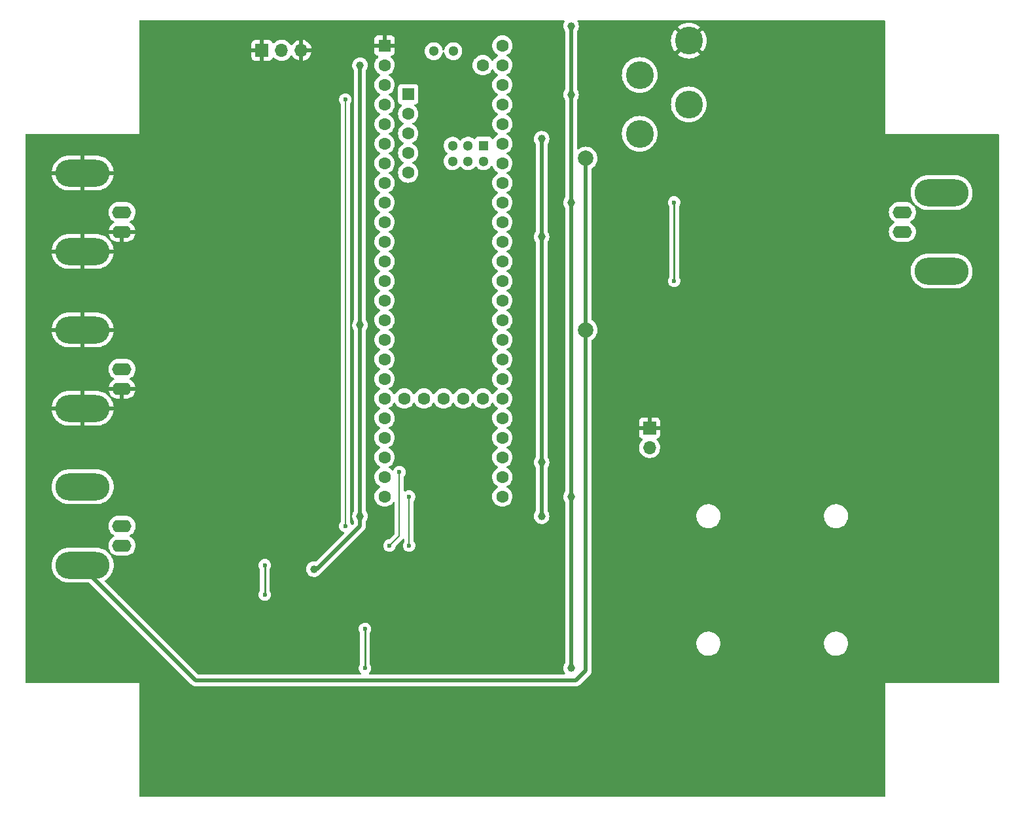
<source format=gbr>
%TF.GenerationSoftware,KiCad,Pcbnew,6.0.2+dfsg-1*%
%TF.CreationDate,2023-03-31T17:06:09+02:00*%
%TF.ProjectId,feedbackController,66656564-6261-4636-9b43-6f6e74726f6c,rev?*%
%TF.SameCoordinates,Original*%
%TF.FileFunction,Copper,L2,Bot*%
%TF.FilePolarity,Positive*%
%FSLAX46Y46*%
G04 Gerber Fmt 4.6, Leading zero omitted, Abs format (unit mm)*
G04 Created by KiCad (PCBNEW 6.0.2+dfsg-1) date 2023-03-31 17:06:09*
%MOMM*%
%LPD*%
G01*
G04 APERTURE LIST*
%TA.AperFunction,ComponentPad*%
%ADD10R,1.700000X1.700000*%
%TD*%
%TA.AperFunction,ComponentPad*%
%ADD11O,1.700000X1.700000*%
%TD*%
%TA.AperFunction,ComponentPad*%
%ADD12O,2.500000X1.600000*%
%TD*%
%TA.AperFunction,ComponentPad*%
%ADD13O,7.000000X3.500000*%
%TD*%
%TA.AperFunction,ComponentPad*%
%ADD14C,3.600000*%
%TD*%
%TA.AperFunction,ComponentPad*%
%ADD15R,1.600000X1.600000*%
%TD*%
%TA.AperFunction,ComponentPad*%
%ADD16C,1.600000*%
%TD*%
%TA.AperFunction,ComponentPad*%
%ADD17R,1.300000X1.300000*%
%TD*%
%TA.AperFunction,ComponentPad*%
%ADD18C,1.300000*%
%TD*%
%TA.AperFunction,ViaPad*%
%ADD19C,0.600000*%
%TD*%
%TA.AperFunction,ViaPad*%
%ADD20C,2.000000*%
%TD*%
%TA.AperFunction,ViaPad*%
%ADD21C,1.000000*%
%TD*%
%TA.AperFunction,Conductor*%
%ADD22C,0.250000*%
%TD*%
%TA.AperFunction,Conductor*%
%ADD23C,0.500000*%
%TD*%
%TA.AperFunction,Conductor*%
%ADD24C,0.200000*%
%TD*%
G04 APERTURE END LIST*
D10*
%TO.P,J6,1,Pin_1*%
%TO.N,GNDD*%
X157480000Y-104140000D03*
D11*
%TO.P,J6,2,Pin_2*%
%TO.N,Net-(J6-Pad2)*%
X157480000Y-106680000D03*
%TD*%
D12*
%TO.P,J1,1,In*%
%TO.N,Net-(J1-Pad1)*%
X89210000Y-116840000D03*
D13*
%TO.P,J1,2,Ext*%
%TO.N,GNDA*%
X84130000Y-121920000D03*
X84130000Y-111760000D03*
D12*
X89210000Y-119380000D03*
%TD*%
D14*
%TO.P,TP1,1,1*%
%TO.N,+5V*%
X156210000Y-58420000D03*
%TD*%
%TO.P,TP4,1,1*%
%TO.N,GNDA*%
X162560000Y-62230000D03*
%TD*%
D12*
%TO.P,J2,1,In*%
%TO.N,Net-(J2-Pad1)*%
X89210000Y-76200000D03*
D13*
%TO.P,J2,2,Ext*%
%TO.N,GNDD*%
X84130000Y-71120000D03*
D12*
X89210000Y-78740000D03*
D13*
X84130000Y-81280000D03*
%TD*%
D14*
%TO.P,TP2,1,1*%
%TO.N,+3V3*%
X156210000Y-66040000D03*
%TD*%
D12*
%TO.P,J4,1,In*%
%TO.N,Net-(C11-Pad2)*%
X190190000Y-78740000D03*
D13*
%TO.P,J4,2,Ext*%
%TO.N,GNDA*%
X195270000Y-83820000D03*
X195270000Y-73660000D03*
D12*
X190190000Y-76200000D03*
%TD*%
D14*
%TO.P,TP3,1,1*%
%TO.N,GNDD*%
X162560000Y-53975000D03*
%TD*%
D12*
%TO.P,J3,1,In*%
%TO.N,Net-(J3-Pad1)*%
X89210000Y-96520000D03*
D13*
%TO.P,J3,2,Ext*%
%TO.N,GNDD*%
X84130000Y-91440000D03*
D12*
X89210000Y-99060000D03*
D13*
X84130000Y-101600000D03*
%TD*%
D10*
%TO.P,J5,1,Pin_1*%
%TO.N,GNDD*%
X107330000Y-55220000D03*
D11*
%TO.P,J5,2,Pin_2*%
%TO.N,+5V*%
X109870000Y-55220000D03*
%TO.P,J5,3,Pin_3*%
%TO.N,GNDD*%
X112410000Y-55220000D03*
%TD*%
D15*
%TO.P,U2,1,GND*%
%TO.N,GNDD*%
X123190000Y-54610000D03*
D16*
%TO.P,U2,2,0_RX1_CRX2_CS1*%
%TO.N,unconnected-(U2-Pad2)*%
X123190000Y-57150000D03*
%TO.P,U2,3,1_TX1_CTX2_MISO1*%
%TO.N,Net-(U1-Pad7)*%
X123190000Y-59690000D03*
%TO.P,U2,4,2_OUT2*%
%TO.N,Net-(D1-Pad2)*%
X123190000Y-62230000D03*
%TO.P,U2,5,3_LRCLK2*%
%TO.N,Net-(D2-Pad1)*%
X123190000Y-64770000D03*
%TO.P,U2,6,4_BCLK2*%
%TO.N,unconnected-(U2-Pad6)*%
X123190000Y-67310000D03*
%TO.P,U2,7,5_IN2*%
%TO.N,unconnected-(U2-Pad7)*%
X123190000Y-69850000D03*
%TO.P,U2,8,6_OUT1D*%
%TO.N,unconnected-(U2-Pad8)*%
X123190000Y-72390000D03*
%TO.P,U2,9,7_RX2_OUT1A*%
%TO.N,unconnected-(U2-Pad9)*%
X123190000Y-74930000D03*
%TO.P,U2,10,8_TX2_IN1*%
%TO.N,unconnected-(U2-Pad10)*%
X123190000Y-77470000D03*
%TO.P,U2,11,9_OUT1C*%
%TO.N,unconnected-(U2-Pad11)*%
X123190000Y-80010000D03*
%TO.P,U2,12,10_CS_MQSR*%
%TO.N,Net-(U2-Pad12)*%
X123190000Y-82550000D03*
%TO.P,U2,13,11_MOSI_CTX1*%
%TO.N,Net-(U2-Pad13)*%
X123190000Y-85090000D03*
%TO.P,U2,14,12_MISO_MQSL*%
%TO.N,unconnected-(U2-Pad14)*%
X123190000Y-87630000D03*
%TO.P,U2,15,3V3*%
%TO.N,unconnected-(U2-Pad15)*%
X123190000Y-90170000D03*
%TO.P,U2,16,24_A10_TX6_SCL2*%
%TO.N,unconnected-(U2-Pad16)*%
X123190000Y-92710000D03*
%TO.P,U2,17,25_A11_RX6_SDA2*%
%TO.N,unconnected-(U2-Pad17)*%
X123190000Y-95250000D03*
%TO.P,U2,18,26_A12_MOSI1*%
%TO.N,unconnected-(U2-Pad18)*%
X123190000Y-97790000D03*
%TO.P,U2,19,27_A13_SCK1*%
%TO.N,Net-(U1-Pad8)*%
X123190000Y-100330000D03*
%TO.P,U2,20,28_RX7*%
%TO.N,Net-(U1-Pad6)*%
X123190000Y-102870000D03*
%TO.P,U2,21,29_TX7*%
%TO.N,unconnected-(U2-Pad21)*%
X123190000Y-105410000D03*
%TO.P,U2,22,30_CRX3*%
%TO.N,unconnected-(U2-Pad22)*%
X123190000Y-107950000D03*
%TO.P,U2,23,31_CTX3*%
%TO.N,Net-(D4-Pad1)*%
X123190000Y-110490000D03*
%TO.P,U2,24,32_OUT1B*%
%TO.N,unconnected-(U2-Pad24)*%
X123190000Y-113030000D03*
%TO.P,U2,25,33_MCLK2*%
%TO.N,unconnected-(U2-Pad25)*%
X138430000Y-113030000D03*
%TO.P,U2,26,34_RX8*%
%TO.N,unconnected-(R11-Pad1)*%
X138430000Y-110490000D03*
%TO.P,U2,27,35_TX8*%
%TO.N,unconnected-(U2-Pad27)*%
X138430000Y-107950000D03*
%TO.P,U2,28,36_CS*%
%TO.N,unconnected-(U2-Pad28)*%
X138430000Y-105410000D03*
%TO.P,U2,29,37_CS*%
%TO.N,unconnected-(U2-Pad29)*%
X138430000Y-102870000D03*
%TO.P,U2,30,38_CS1_IN1*%
%TO.N,unconnected-(U2-Pad30)*%
X138430000Y-100330000D03*
%TO.P,U2,31,39_MISO1_OUT1A*%
%TO.N,unconnected-(U2-Pad31)*%
X138430000Y-97790000D03*
%TO.P,U2,32,40_A16*%
%TO.N,unconnected-(U2-Pad32)*%
X138430000Y-95250000D03*
%TO.P,U2,33,41_A17*%
%TO.N,unconnected-(U2-Pad33)*%
X138430000Y-92710000D03*
%TO.P,U2,34,GND*%
%TO.N,unconnected-(U2-Pad34)*%
X138430000Y-90170000D03*
%TO.P,U2,35,13_SCK_LED*%
%TO.N,Net-(R19-Pad1)*%
X138430000Y-87630000D03*
%TO.P,U2,36,14_A0_TX3_SPDIF_OUT*%
%TO.N,Net-(R17-Pad1)*%
X138430000Y-85090000D03*
%TO.P,U2,37,15_A1_RX3_SPDIF_IN*%
%TO.N,unconnected-(U2-Pad37)*%
X138430000Y-82550000D03*
%TO.P,U2,38,16_A2_RX4_SCL1*%
%TO.N,unconnected-(U2-Pad38)*%
X138430000Y-80010000D03*
%TO.P,U2,39,17_A3_TX4_SDA1*%
%TO.N,unconnected-(U2-Pad39)*%
X138430000Y-77470000D03*
%TO.P,U2,40,18_A4_SDA*%
%TO.N,unconnected-(U2-Pad40)*%
X138430000Y-74930000D03*
%TO.P,U2,41,19_A5_SCL*%
%TO.N,unconnected-(U2-Pad41)*%
X138430000Y-72390000D03*
%TO.P,U2,42,20_A6_TX5_LRCLK1*%
%TO.N,unconnected-(U2-Pad42)*%
X138430000Y-69850000D03*
%TO.P,U2,43,21_A7_RX5_BCLK1*%
%TO.N,unconnected-(U2-Pad43)*%
X138430000Y-67310000D03*
%TO.P,U2,44,22_A8_CTX1*%
%TO.N,unconnected-(U2-Pad44)*%
X138430000Y-64770000D03*
%TO.P,U2,45,23_A9_CRX1_MCLK1*%
%TO.N,unconnected-(U2-Pad45)*%
X138430000Y-62230000D03*
%TO.P,U2,46,3V3*%
%TO.N,+3V3*%
X138430000Y-59690000D03*
%TO.P,U2,47,GND*%
%TO.N,unconnected-(U2-Pad47)*%
X138430000Y-57150000D03*
%TO.P,U2,48,VIN*%
%TO.N,Net-(C10-Pad1)*%
X138430000Y-54610000D03*
%TO.P,U2,49,VUSB*%
%TO.N,unconnected-(U2-Pad49)*%
X135890000Y-57150000D03*
%TO.P,U2,50,VBAT*%
%TO.N,unconnected-(U2-Pad50)*%
X125730000Y-100330000D03*
%TO.P,U2,51,3V3*%
%TO.N,unconnected-(U2-Pad51)*%
X128270000Y-100330000D03*
%TO.P,U2,52,GND*%
%TO.N,unconnected-(U2-Pad52)*%
X130810000Y-100330000D03*
%TO.P,U2,53,PROGRAM*%
%TO.N,unconnected-(U2-Pad53)*%
X133350000Y-100330000D03*
%TO.P,U2,54,ON_OFF*%
%TO.N,unconnected-(U2-Pad54)*%
X135890000Y-100330000D03*
D15*
%TO.P,U2,55,5V*%
%TO.N,unconnected-(U2-Pad55)*%
X126240800Y-60909200D03*
D16*
%TO.P,U2,56,D-*%
%TO.N,unconnected-(U2-Pad56)*%
X126240800Y-63449200D03*
%TO.P,U2,57,D+*%
%TO.N,unconnected-(U2-Pad57)*%
X126240800Y-65989200D03*
%TO.P,U2,58,GND*%
%TO.N,unconnected-(U2-Pad58)*%
X126240800Y-68529200D03*
%TO.P,U2,59,GND*%
%TO.N,unconnected-(U2-Pad59)*%
X126240800Y-71069200D03*
D17*
%TO.P,U2,60,R+*%
%TO.N,unconnected-(U2-Pad60)*%
X135991600Y-67580000D03*
D18*
%TO.P,U2,61,LED*%
%TO.N,unconnected-(U2-Pad61)*%
X133991600Y-67580000D03*
%TO.P,U2,62,T-*%
%TO.N,unconnected-(U2-Pad62)*%
X131991600Y-67580000D03*
%TO.P,U2,63,T+*%
%TO.N,unconnected-(U2-Pad63)*%
X131991600Y-69580000D03*
%TO.P,U2,64,GND*%
%TO.N,unconnected-(U2-Pad64)*%
X133991600Y-69580000D03*
%TO.P,U2,65,R-*%
%TO.N,unconnected-(U2-Pad65)*%
X135991600Y-69580000D03*
%TO.P,U2,66,D-*%
%TO.N,unconnected-(U2-Pad66)*%
X132080000Y-55340000D03*
%TO.P,U2,67,D+*%
%TO.N,unconnected-(U2-Pad67)*%
X129540000Y-55340000D03*
%TD*%
D19*
%TO.N,Net-(C1-Pad1)*%
X107696000Y-121920000D03*
X107696000Y-125730000D03*
D20*
%TO.N,GNDA*%
X149225000Y-91440000D03*
X149225000Y-69215000D03*
D21*
%TO.N,+5V*%
X147320000Y-60960000D03*
X147320000Y-52070000D03*
X147320000Y-113030000D03*
X147320000Y-135255000D03*
X147320000Y-74930000D03*
D20*
%TO.N,GNDD*%
X151130000Y-72390000D03*
X139700000Y-127000000D03*
X116205000Y-116840000D03*
X127000000Y-132715000D03*
X116205000Y-99060000D03*
X151130000Y-59055000D03*
X151130000Y-132715000D03*
X139700000Y-132715000D03*
X151130000Y-104140000D03*
X151130000Y-63500000D03*
X127000000Y-127635000D03*
D21*
%TO.N,+3V3*%
X120015000Y-90805000D03*
X120015000Y-57150000D03*
X143510000Y-66675000D03*
X114046000Y-122428000D03*
X143510000Y-108585000D03*
X143510000Y-115570000D03*
X120015000Y-115570000D03*
X143510000Y-79375000D03*
D19*
%TO.N,Net-(U1-Pad6)*%
X126365000Y-119380000D03*
X126365000Y-113030000D03*
%TO.N,Net-(U1-Pad7)*%
X118110000Y-61595000D03*
X118110000Y-116840000D03*
%TO.N,Net-(U1-Pad8)*%
X123825000Y-119380000D03*
X125095000Y-109855000D03*
%TO.N,Net-(R17-Pad2)*%
X160655000Y-74930000D03*
X160655000Y-85090000D03*
%TO.N,Net-(C2-Pad2)*%
X120650000Y-135255000D03*
X120650000Y-130175000D03*
%TD*%
D22*
%TO.N,Net-(C1-Pad1)*%
X107696000Y-121920000D02*
X107696000Y-125730000D01*
D23*
%TO.N,GNDA*%
X83820000Y-121920000D02*
X98729511Y-136829511D01*
X147972185Y-136829511D02*
X149225000Y-135576696D01*
X98729511Y-136829511D02*
X147972185Y-136829511D01*
X149225000Y-135576696D02*
X149225000Y-69215000D01*
%TO.N,+5V*%
X147320000Y-113030000D02*
X147320000Y-135255000D01*
X147320000Y-60960000D02*
X147320000Y-74930000D01*
X147320000Y-74930000D02*
X147320000Y-113030000D01*
X147320000Y-60960000D02*
X147320000Y-52070000D01*
%TO.N,GNDD*%
X151130000Y-60960000D02*
X151130000Y-59055000D01*
X151130000Y-104140000D02*
X151130000Y-72390000D01*
X151130000Y-132715000D02*
X151130000Y-104140000D01*
X151130000Y-72390000D02*
X151130000Y-60960000D01*
X116205000Y-116840000D02*
X116205000Y-99060000D01*
X127000000Y-132715000D02*
X127000000Y-127635000D01*
X139700000Y-132715000D02*
X139700000Y-127000000D01*
%TO.N,+3V3*%
X143510000Y-79375000D02*
X143510000Y-108585000D01*
X120015000Y-116822285D02*
X114409285Y-122428000D01*
X143510000Y-66675000D02*
X143510000Y-79375000D01*
X143510000Y-108585000D02*
X143510000Y-115570000D01*
X120015000Y-90805000D02*
X120015000Y-57150000D01*
X120015000Y-115570000D02*
X120015000Y-90805000D01*
X114409285Y-122428000D02*
X114046000Y-122428000D01*
X120015000Y-115570000D02*
X120015000Y-116822285D01*
D24*
%TO.N,Net-(U1-Pad6)*%
X126365000Y-113030000D02*
X126365000Y-119380000D01*
%TO.N,Net-(U1-Pad7)*%
X118110000Y-61595000D02*
X118110000Y-116840000D01*
%TO.N,Net-(U1-Pad8)*%
X125095000Y-118110000D02*
X123825000Y-119380000D01*
X125095000Y-109855000D02*
X125095000Y-118110000D01*
D22*
%TO.N,Net-(R17-Pad2)*%
X160655000Y-85090000D02*
X160655000Y-74930000D01*
%TO.N,Net-(C2-Pad2)*%
X120650000Y-135255000D02*
X120650000Y-130175000D01*
%TD*%
%TA.AperFunction,Conductor*%
%TO.N,GNDD*%
G36*
X146443451Y-51328002D02*
G01*
X146489944Y-51381658D01*
X146500048Y-51451932D01*
X146482571Y-51496773D01*
X146483846Y-51497474D01*
X146388567Y-51670787D01*
X146386706Y-51676654D01*
X146386705Y-51676656D01*
X146366594Y-51740055D01*
X146328765Y-51859306D01*
X146306719Y-52055851D01*
X146307235Y-52061995D01*
X146317520Y-52184475D01*
X146323268Y-52252934D01*
X146377783Y-52443050D01*
X146468187Y-52618956D01*
X146472010Y-52623780D01*
X146472013Y-52623784D01*
X146534246Y-52702303D01*
X146560883Y-52768113D01*
X146561500Y-52780567D01*
X146561500Y-60249071D01*
X146541498Y-60317192D01*
X146532030Y-60330051D01*
X146483846Y-60387474D01*
X146480879Y-60392872D01*
X146480875Y-60392877D01*
X146463031Y-60425336D01*
X146388567Y-60560787D01*
X146386706Y-60566654D01*
X146386705Y-60566656D01*
X146333794Y-60733453D01*
X146328765Y-60749306D01*
X146306719Y-60945851D01*
X146307235Y-60951995D01*
X146318792Y-61089624D01*
X146323268Y-61142934D01*
X146324967Y-61148858D01*
X146350376Y-61237469D01*
X146377783Y-61333050D01*
X146468187Y-61508956D01*
X146472010Y-61513780D01*
X146472013Y-61513784D01*
X146534246Y-61592303D01*
X146560883Y-61658113D01*
X146561500Y-61670567D01*
X146561500Y-74219071D01*
X146541498Y-74287192D01*
X146532030Y-74300051D01*
X146483846Y-74357474D01*
X146480879Y-74362872D01*
X146480875Y-74362877D01*
X146446930Y-74424624D01*
X146388567Y-74530787D01*
X146386706Y-74536654D01*
X146386705Y-74536656D01*
X146374586Y-74574861D01*
X146328765Y-74719306D01*
X146306719Y-74915851D01*
X146307235Y-74921995D01*
X146322673Y-75105844D01*
X146323268Y-75112934D01*
X146345551Y-75190643D01*
X146375565Y-75295314D01*
X146377783Y-75303050D01*
X146380602Y-75308535D01*
X146443291Y-75430513D01*
X146468187Y-75478956D01*
X146472010Y-75483780D01*
X146472013Y-75483784D01*
X146534246Y-75562303D01*
X146560883Y-75628113D01*
X146561500Y-75640567D01*
X146561500Y-112319071D01*
X146541498Y-112387192D01*
X146532030Y-112400051D01*
X146483846Y-112457474D01*
X146480879Y-112462872D01*
X146480875Y-112462877D01*
X146418810Y-112575775D01*
X146388567Y-112630787D01*
X146386706Y-112636654D01*
X146386705Y-112636656D01*
X146373986Y-112676751D01*
X146328765Y-112819306D01*
X146306719Y-113015851D01*
X146307235Y-113021995D01*
X146315389Y-113119097D01*
X146323268Y-113212934D01*
X146345906Y-113291881D01*
X146375565Y-113395314D01*
X146377783Y-113403050D01*
X146380602Y-113408535D01*
X146443291Y-113530513D01*
X146468187Y-113578956D01*
X146472010Y-113583780D01*
X146472013Y-113583784D01*
X146534246Y-113662303D01*
X146560883Y-113728113D01*
X146561500Y-113740567D01*
X146561500Y-134544071D01*
X146541498Y-134612192D01*
X146532030Y-134625051D01*
X146483846Y-134682474D01*
X146480879Y-134687872D01*
X146480875Y-134687877D01*
X146449244Y-134745415D01*
X146388567Y-134855787D01*
X146386706Y-134861654D01*
X146386705Y-134861656D01*
X146374586Y-134899859D01*
X146328765Y-135044306D01*
X146306719Y-135240851D01*
X146307235Y-135246995D01*
X146322673Y-135430844D01*
X146323268Y-135437934D01*
X146345906Y-135516881D01*
X146375565Y-135620314D01*
X146377783Y-135628050D01*
X146468187Y-135803956D01*
X146479117Y-135817746D01*
X146517954Y-135866747D01*
X146544591Y-135932557D01*
X146531420Y-136002321D01*
X146482622Y-136053890D01*
X146419208Y-136071011D01*
X121280578Y-136071011D01*
X121212457Y-136051009D01*
X121165964Y-135997353D01*
X121155860Y-135927079D01*
X121185354Y-135862499D01*
X121193686Y-135853765D01*
X121273266Y-135777982D01*
X121373643Y-135626902D01*
X121438055Y-135457338D01*
X121439035Y-135450366D01*
X121462748Y-135281639D01*
X121462748Y-135281636D01*
X121463299Y-135277717D01*
X121463616Y-135255000D01*
X121443397Y-135074745D01*
X121441080Y-135068091D01*
X121386064Y-134910106D01*
X121386062Y-134910103D01*
X121383745Y-134903448D01*
X121350592Y-134850392D01*
X121302646Y-134773661D01*
X121283500Y-134706892D01*
X121283500Y-130720620D01*
X121304552Y-130650893D01*
X121308099Y-130645555D01*
X121373643Y-130546902D01*
X121438055Y-130377338D01*
X121439035Y-130370366D01*
X121462748Y-130201639D01*
X121462748Y-130201636D01*
X121463299Y-130197717D01*
X121463616Y-130175000D01*
X121443397Y-129994745D01*
X121441080Y-129988091D01*
X121386064Y-129830106D01*
X121386062Y-129830103D01*
X121383745Y-129823448D01*
X121287626Y-129669624D01*
X121273941Y-129655843D01*
X121164778Y-129545915D01*
X121164774Y-129545912D01*
X121159815Y-129540918D01*
X121148697Y-129533862D01*
X121100538Y-129503300D01*
X121006666Y-129443727D01*
X120977463Y-129433328D01*
X120842425Y-129385243D01*
X120842420Y-129385242D01*
X120835790Y-129382881D01*
X120828802Y-129382048D01*
X120828799Y-129382047D01*
X120705698Y-129367368D01*
X120655680Y-129361404D01*
X120648677Y-129362140D01*
X120648676Y-129362140D01*
X120482288Y-129379628D01*
X120482286Y-129379629D01*
X120475288Y-129380364D01*
X120303579Y-129438818D01*
X120297575Y-129442512D01*
X120155095Y-129530166D01*
X120155092Y-129530168D01*
X120149088Y-129533862D01*
X120144053Y-129538793D01*
X120144050Y-129538795D01*
X120024525Y-129655843D01*
X120019493Y-129660771D01*
X119921235Y-129813238D01*
X119918826Y-129819858D01*
X119918824Y-129819861D01*
X119861606Y-129977066D01*
X119859197Y-129983685D01*
X119836463Y-130163640D01*
X119854163Y-130344160D01*
X119911418Y-130516273D01*
X119915065Y-130522295D01*
X119915066Y-130522297D01*
X119998276Y-130659694D01*
X120016500Y-130724965D01*
X120016500Y-134708331D01*
X119996411Y-134776586D01*
X119925054Y-134887310D01*
X119925050Y-134887319D01*
X119921235Y-134893238D01*
X119918826Y-134899858D01*
X119918825Y-134899859D01*
X119868387Y-135038436D01*
X119859197Y-135063685D01*
X119836463Y-135243640D01*
X119854163Y-135424160D01*
X119911418Y-135596273D01*
X119915065Y-135602295D01*
X119915066Y-135602297D01*
X120000972Y-135744145D01*
X120005380Y-135751424D01*
X120010270Y-135756487D01*
X120010274Y-135756493D01*
X120107801Y-135857484D01*
X120140734Y-135920380D01*
X120134434Y-135991097D01*
X120090903Y-136047181D01*
X120017165Y-136071011D01*
X99095882Y-136071011D01*
X99027761Y-136051009D01*
X99006787Y-136034106D01*
X88691321Y-125718640D01*
X106882463Y-125718640D01*
X106900163Y-125899160D01*
X106957418Y-126071273D01*
X106961065Y-126077295D01*
X106961066Y-126077297D01*
X106971978Y-126095314D01*
X107051380Y-126226424D01*
X107177382Y-126356902D01*
X107329159Y-126456222D01*
X107335763Y-126458678D01*
X107335765Y-126458679D01*
X107492558Y-126516990D01*
X107492560Y-126516990D01*
X107499168Y-126519448D01*
X107582995Y-126530633D01*
X107671980Y-126542507D01*
X107671984Y-126542507D01*
X107678961Y-126543438D01*
X107685972Y-126542800D01*
X107685976Y-126542800D01*
X107828459Y-126529832D01*
X107859600Y-126526998D01*
X107866302Y-126524820D01*
X107866304Y-126524820D01*
X108025409Y-126473124D01*
X108025412Y-126473123D01*
X108032108Y-126470947D01*
X108187912Y-126378069D01*
X108319266Y-126252982D01*
X108419643Y-126101902D01*
X108484055Y-125932338D01*
X108485035Y-125925366D01*
X108508748Y-125756639D01*
X108508748Y-125756636D01*
X108509299Y-125752717D01*
X108509616Y-125730000D01*
X108489397Y-125549745D01*
X108487080Y-125543091D01*
X108432064Y-125385106D01*
X108432062Y-125385103D01*
X108429745Y-125378448D01*
X108348646Y-125248661D01*
X108329500Y-125181892D01*
X108329500Y-122465620D01*
X108345130Y-122413851D01*
X113032719Y-122413851D01*
X113033235Y-122419995D01*
X113045245Y-122563020D01*
X113049268Y-122610934D01*
X113050967Y-122616858D01*
X113091167Y-122757052D01*
X113103783Y-122801050D01*
X113106602Y-122806535D01*
X113183624Y-122956402D01*
X113194187Y-122976956D01*
X113317035Y-123131953D01*
X113467650Y-123260136D01*
X113640294Y-123356624D01*
X113828392Y-123417740D01*
X114024777Y-123441158D01*
X114030912Y-123440686D01*
X114030914Y-123440686D01*
X114215830Y-123426457D01*
X114215834Y-123426456D01*
X114221972Y-123425984D01*
X114412463Y-123372798D01*
X114417967Y-123370018D01*
X114417969Y-123370017D01*
X114583495Y-123286404D01*
X114583497Y-123286403D01*
X114588996Y-123283625D01*
X114744847Y-123161861D01*
X114822888Y-123071450D01*
X114852903Y-123046063D01*
X114873598Y-123033505D01*
X114873605Y-123033500D01*
X114878392Y-123030595D01*
X114885524Y-123024297D01*
X114886769Y-123023197D01*
X114886793Y-123023224D01*
X114889785Y-123020571D01*
X114893018Y-123017868D01*
X114899137Y-123013856D01*
X114952413Y-122957617D01*
X114954791Y-122955175D01*
X120503911Y-117406055D01*
X120518323Y-117393669D01*
X120529918Y-117385136D01*
X120529923Y-117385131D01*
X120535818Y-117380793D01*
X120540557Y-117375215D01*
X120540560Y-117375212D01*
X120570035Y-117340517D01*
X120576965Y-117333001D01*
X120582660Y-117327306D01*
X120600281Y-117305034D01*
X120603072Y-117301630D01*
X120645591Y-117251582D01*
X120645592Y-117251580D01*
X120650333Y-117246000D01*
X120653661Y-117239484D01*
X120657028Y-117234435D01*
X120660195Y-117229306D01*
X120664734Y-117223569D01*
X120695655Y-117157410D01*
X120697561Y-117153510D01*
X120710332Y-117128500D01*
X120730769Y-117088477D01*
X120732508Y-117081369D01*
X120734607Y-117075726D01*
X120736524Y-117069963D01*
X120739622Y-117063335D01*
X120754487Y-116991868D01*
X120755457Y-116987584D01*
X120771473Y-116922130D01*
X120772808Y-116916675D01*
X120773500Y-116905521D01*
X120773536Y-116905523D01*
X120773775Y-116901530D01*
X120774149Y-116897338D01*
X120775640Y-116890170D01*
X120773546Y-116812764D01*
X120773500Y-116809357D01*
X120773500Y-116281610D01*
X120793502Y-116213489D01*
X120804119Y-116199279D01*
X120843078Y-116154145D01*
X120940769Y-115982179D01*
X121003197Y-115794513D01*
X121027985Y-115598295D01*
X121028380Y-115570000D01*
X121009080Y-115373167D01*
X120951916Y-115183831D01*
X120859066Y-115009204D01*
X120801857Y-114939059D01*
X120774303Y-114873627D01*
X120773500Y-114859423D01*
X120773500Y-113030000D01*
X121876502Y-113030000D01*
X121896457Y-113258087D01*
X121897881Y-113263400D01*
X121897881Y-113263402D01*
X121945785Y-113442179D01*
X121955716Y-113479243D01*
X121958039Y-113484224D01*
X121958039Y-113484225D01*
X122050151Y-113681762D01*
X122050154Y-113681767D01*
X122052477Y-113686749D01*
X122102788Y-113758600D01*
X122173318Y-113859327D01*
X122183802Y-113874300D01*
X122345700Y-114036198D01*
X122350208Y-114039355D01*
X122350211Y-114039357D01*
X122372109Y-114054690D01*
X122533251Y-114167523D01*
X122538233Y-114169846D01*
X122538238Y-114169849D01*
X122735775Y-114261961D01*
X122740757Y-114264284D01*
X122746065Y-114265706D01*
X122746067Y-114265707D01*
X122956598Y-114322119D01*
X122956600Y-114322119D01*
X122961913Y-114323543D01*
X123190000Y-114343498D01*
X123418087Y-114323543D01*
X123423400Y-114322119D01*
X123423402Y-114322119D01*
X123633933Y-114265707D01*
X123633935Y-114265706D01*
X123639243Y-114264284D01*
X123644225Y-114261961D01*
X123841762Y-114169849D01*
X123841767Y-114169846D01*
X123846749Y-114167523D01*
X124007891Y-114054690D01*
X124029789Y-114039357D01*
X124029792Y-114039355D01*
X124034300Y-114036198D01*
X124196198Y-113874300D01*
X124206683Y-113859327D01*
X124257287Y-113787056D01*
X124312744Y-113742728D01*
X124383363Y-113735419D01*
X124446724Y-113767450D01*
X124482709Y-113828651D01*
X124486500Y-113859327D01*
X124486500Y-117805761D01*
X124466498Y-117873882D01*
X124449595Y-117894856D01*
X123803416Y-118541035D01*
X123741104Y-118575061D01*
X123727495Y-118577249D01*
X123705802Y-118579529D01*
X123657296Y-118584627D01*
X123657292Y-118584628D01*
X123650288Y-118585364D01*
X123478579Y-118643818D01*
X123472575Y-118647512D01*
X123330095Y-118735166D01*
X123330092Y-118735168D01*
X123324088Y-118738862D01*
X123319053Y-118743793D01*
X123319050Y-118743795D01*
X123216500Y-118844220D01*
X123194493Y-118865771D01*
X123096235Y-119018238D01*
X123093826Y-119024858D01*
X123093824Y-119024861D01*
X123047581Y-119151913D01*
X123034197Y-119188685D01*
X123011463Y-119368640D01*
X123029163Y-119549160D01*
X123086418Y-119721273D01*
X123090065Y-119727295D01*
X123090066Y-119727297D01*
X123155404Y-119835183D01*
X123180380Y-119876424D01*
X123306382Y-120006902D01*
X123312278Y-120010760D01*
X123421375Y-120082151D01*
X123458159Y-120106222D01*
X123464763Y-120108678D01*
X123464765Y-120108679D01*
X123621558Y-120166990D01*
X123621560Y-120166990D01*
X123628168Y-120169448D01*
X123711995Y-120180633D01*
X123800980Y-120192507D01*
X123800984Y-120192507D01*
X123807961Y-120193438D01*
X123814972Y-120192800D01*
X123814976Y-120192800D01*
X123957459Y-120179832D01*
X123988600Y-120176998D01*
X123995302Y-120174820D01*
X123995304Y-120174820D01*
X124154409Y-120123124D01*
X124154412Y-120123123D01*
X124161108Y-120120947D01*
X124294789Y-120041257D01*
X124310860Y-120031677D01*
X124310862Y-120031676D01*
X124316912Y-120028069D01*
X124448266Y-119902982D01*
X124548643Y-119751902D01*
X124603274Y-119608087D01*
X124610555Y-119588920D01*
X124610556Y-119588918D01*
X124613055Y-119582338D01*
X124616779Y-119555844D01*
X124628420Y-119473009D01*
X124657708Y-119408335D01*
X124664099Y-119401450D01*
X125491234Y-118574315D01*
X125503625Y-118563448D01*
X125522437Y-118549013D01*
X125528987Y-118543987D01*
X125534013Y-118537437D01*
X125539854Y-118531596D01*
X125541915Y-118533657D01*
X125587884Y-118500096D01*
X125658755Y-118495879D01*
X125720656Y-118530648D01*
X125753932Y-118593363D01*
X125756500Y-118618670D01*
X125756500Y-118795164D01*
X125736498Y-118863285D01*
X125735188Y-118865090D01*
X125734493Y-118865771D01*
X125732894Y-118868253D01*
X125732892Y-118868255D01*
X125724934Y-118880603D01*
X125636235Y-119018238D01*
X125633826Y-119024858D01*
X125633824Y-119024861D01*
X125587581Y-119151913D01*
X125574197Y-119188685D01*
X125551463Y-119368640D01*
X125569163Y-119549160D01*
X125626418Y-119721273D01*
X125630065Y-119727295D01*
X125630066Y-119727297D01*
X125695404Y-119835183D01*
X125720380Y-119876424D01*
X125846382Y-120006902D01*
X125852278Y-120010760D01*
X125961375Y-120082151D01*
X125998159Y-120106222D01*
X126004763Y-120108678D01*
X126004765Y-120108679D01*
X126161558Y-120166990D01*
X126161560Y-120166990D01*
X126168168Y-120169448D01*
X126251995Y-120180633D01*
X126340980Y-120192507D01*
X126340984Y-120192507D01*
X126347961Y-120193438D01*
X126354972Y-120192800D01*
X126354976Y-120192800D01*
X126497459Y-120179832D01*
X126528600Y-120176998D01*
X126535302Y-120174820D01*
X126535304Y-120174820D01*
X126694409Y-120123124D01*
X126694412Y-120123123D01*
X126701108Y-120120947D01*
X126834789Y-120041257D01*
X126850860Y-120031677D01*
X126850862Y-120031676D01*
X126856912Y-120028069D01*
X126988266Y-119902982D01*
X127088643Y-119751902D01*
X127143274Y-119608087D01*
X127150555Y-119588920D01*
X127150556Y-119588918D01*
X127153055Y-119582338D01*
X127154035Y-119575366D01*
X127177748Y-119406639D01*
X127177748Y-119406636D01*
X127178299Y-119402717D01*
X127178616Y-119380000D01*
X127158397Y-119199745D01*
X127156080Y-119193091D01*
X127101064Y-119035106D01*
X127101062Y-119035103D01*
X127098745Y-119028448D01*
X127002626Y-118874624D01*
X127000215Y-118872196D01*
X126974117Y-118807716D01*
X126973500Y-118795263D01*
X126973500Y-115555851D01*
X142496719Y-115555851D01*
X142513268Y-115752934D01*
X142514967Y-115758858D01*
X142549296Y-115878577D01*
X142567783Y-115943050D01*
X142658187Y-116118956D01*
X142781035Y-116273953D01*
X142785728Y-116277947D01*
X142785729Y-116277948D01*
X142918280Y-116390757D01*
X142931650Y-116402136D01*
X143104294Y-116498624D01*
X143292392Y-116559740D01*
X143488777Y-116583158D01*
X143494912Y-116582686D01*
X143494914Y-116582686D01*
X143679830Y-116568457D01*
X143679834Y-116568456D01*
X143685972Y-116567984D01*
X143876463Y-116514798D01*
X143881967Y-116512018D01*
X143881969Y-116512017D01*
X144047495Y-116428404D01*
X144047497Y-116428403D01*
X144052996Y-116425625D01*
X144208847Y-116303861D01*
X144308650Y-116188238D01*
X144334049Y-116158813D01*
X144334050Y-116158811D01*
X144338078Y-116154145D01*
X144435769Y-115982179D01*
X144498197Y-115794513D01*
X144522985Y-115598295D01*
X144523380Y-115570000D01*
X144504080Y-115373167D01*
X144446916Y-115183831D01*
X144354066Y-115009204D01*
X144296857Y-114939059D01*
X144269303Y-114873627D01*
X144268500Y-114859423D01*
X144268500Y-109296610D01*
X144288502Y-109228489D01*
X144299119Y-109214279D01*
X144299479Y-109213862D01*
X144338078Y-109169145D01*
X144435769Y-108997179D01*
X144498197Y-108809513D01*
X144522985Y-108613295D01*
X144523380Y-108585000D01*
X144504080Y-108388167D01*
X144446916Y-108198831D01*
X144354066Y-108024204D01*
X144296857Y-107954059D01*
X144269303Y-107888627D01*
X144268500Y-107874423D01*
X144268500Y-80086610D01*
X144288502Y-80018489D01*
X144299119Y-80004279D01*
X144323782Y-79975707D01*
X144338078Y-79959145D01*
X144435769Y-79787179D01*
X144498197Y-79599513D01*
X144522985Y-79403295D01*
X144523380Y-79375000D01*
X144504080Y-79178167D01*
X144499140Y-79161803D01*
X144472744Y-79074376D01*
X144446916Y-78988831D01*
X144354066Y-78814204D01*
X144296857Y-78744059D01*
X144269303Y-78678627D01*
X144268500Y-78664423D01*
X144268500Y-67386610D01*
X144288502Y-67318489D01*
X144299119Y-67304279D01*
X144307201Y-67294916D01*
X144338078Y-67259145D01*
X144435769Y-67087179D01*
X144498197Y-66899513D01*
X144522985Y-66703295D01*
X144523380Y-66675000D01*
X144504080Y-66478167D01*
X144500585Y-66466589D01*
X144461716Y-66337851D01*
X144446916Y-66288831D01*
X144354066Y-66114204D01*
X144264417Y-66004284D01*
X144232960Y-65965713D01*
X144232957Y-65965710D01*
X144229065Y-65960938D01*
X144222724Y-65955692D01*
X144081425Y-65838799D01*
X144081421Y-65838797D01*
X144076675Y-65834870D01*
X143902701Y-65740802D01*
X143713768Y-65682318D01*
X143707643Y-65681674D01*
X143707642Y-65681674D01*
X143523204Y-65662289D01*
X143523202Y-65662289D01*
X143517075Y-65661645D01*
X143434576Y-65669153D01*
X143326251Y-65679011D01*
X143326248Y-65679012D01*
X143320112Y-65679570D01*
X143314206Y-65681308D01*
X143314202Y-65681309D01*
X143209076Y-65712249D01*
X143130381Y-65735410D01*
X143124923Y-65738263D01*
X143124919Y-65738265D01*
X143059815Y-65772301D01*
X142955110Y-65827040D01*
X142800975Y-65950968D01*
X142673846Y-66102474D01*
X142670879Y-66107872D01*
X142670875Y-66107877D01*
X142592095Y-66251180D01*
X142578567Y-66275787D01*
X142576706Y-66281654D01*
X142576705Y-66281656D01*
X142570682Y-66300643D01*
X142518765Y-66464306D01*
X142496719Y-66660851D01*
X142497235Y-66666995D01*
X142512458Y-66848283D01*
X142513268Y-66857934D01*
X142523040Y-66892013D01*
X142551255Y-66990409D01*
X142567783Y-67048050D01*
X142570602Y-67053535D01*
X142644193Y-67196726D01*
X142658187Y-67223956D01*
X142662010Y-67228780D01*
X142662013Y-67228784D01*
X142724246Y-67307303D01*
X142750883Y-67373113D01*
X142751500Y-67385567D01*
X142751500Y-78664071D01*
X142731498Y-78732192D01*
X142722030Y-78745051D01*
X142673846Y-78802474D01*
X142670879Y-78807872D01*
X142670875Y-78807877D01*
X142633626Y-78875634D01*
X142578567Y-78975787D01*
X142576706Y-78981654D01*
X142576705Y-78981656D01*
X142540658Y-79095290D01*
X142518765Y-79164306D01*
X142496719Y-79360851D01*
X142513268Y-79557934D01*
X142567783Y-79748050D01*
X142570602Y-79753535D01*
X142634324Y-79877523D01*
X142658187Y-79923956D01*
X142662010Y-79928780D01*
X142662013Y-79928784D01*
X142724246Y-80007303D01*
X142750883Y-80073113D01*
X142751500Y-80085567D01*
X142751500Y-107874071D01*
X142731498Y-107942192D01*
X142722030Y-107955051D01*
X142673846Y-108012474D01*
X142670879Y-108017872D01*
X142670875Y-108017877D01*
X142592095Y-108161180D01*
X142578567Y-108185787D01*
X142576706Y-108191654D01*
X142576705Y-108191656D01*
X142520627Y-108368436D01*
X142518765Y-108374306D01*
X142496719Y-108570851D01*
X142513268Y-108767934D01*
X142567783Y-108958050D01*
X142570602Y-108963535D01*
X142652306Y-109122512D01*
X142658187Y-109133956D01*
X142662010Y-109138780D01*
X142662013Y-109138784D01*
X142724246Y-109217303D01*
X142750883Y-109283113D01*
X142751500Y-109295567D01*
X142751500Y-114859071D01*
X142731498Y-114927192D01*
X142722030Y-114940051D01*
X142673846Y-114997474D01*
X142670879Y-115002872D01*
X142670875Y-115002877D01*
X142592095Y-115146180D01*
X142578567Y-115170787D01*
X142576706Y-115176654D01*
X142576705Y-115176656D01*
X142549815Y-115261423D01*
X142518765Y-115359306D01*
X142496719Y-115555851D01*
X126973500Y-115555851D01*
X126973500Y-113613248D01*
X126994552Y-113543521D01*
X127024429Y-113498552D01*
X127088643Y-113401902D01*
X127143274Y-113258087D01*
X127150555Y-113238920D01*
X127150556Y-113238918D01*
X127153055Y-113232338D01*
X127154035Y-113225366D01*
X127177748Y-113056639D01*
X127177748Y-113056636D01*
X127178299Y-113052717D01*
X127178616Y-113030000D01*
X127158397Y-112849745D01*
X127145753Y-112813436D01*
X127101064Y-112685106D01*
X127101062Y-112685103D01*
X127098745Y-112678448D01*
X127065592Y-112625392D01*
X127006359Y-112530598D01*
X127002626Y-112524624D01*
X126952995Y-112474645D01*
X126879778Y-112400915D01*
X126879774Y-112400912D01*
X126874815Y-112395918D01*
X126863697Y-112388862D01*
X126815538Y-112358300D01*
X126721666Y-112298727D01*
X126649259Y-112272944D01*
X126557425Y-112240243D01*
X126557420Y-112240242D01*
X126550790Y-112237881D01*
X126543802Y-112237048D01*
X126543799Y-112237047D01*
X126420698Y-112222368D01*
X126370680Y-112216404D01*
X126363677Y-112217140D01*
X126363676Y-112217140D01*
X126197288Y-112234628D01*
X126197286Y-112234629D01*
X126190288Y-112235364D01*
X126018579Y-112293818D01*
X125895520Y-112369525D01*
X125827022Y-112388183D01*
X125759308Y-112366845D01*
X125713879Y-112312285D01*
X125703500Y-112262207D01*
X125703500Y-110438248D01*
X125724552Y-110368521D01*
X125814742Y-110232773D01*
X125818643Y-110226902D01*
X125883055Y-110057338D01*
X125885385Y-110040757D01*
X125907748Y-109881639D01*
X125907748Y-109881636D01*
X125908299Y-109877717D01*
X125908616Y-109855000D01*
X125888397Y-109674745D01*
X125886080Y-109668091D01*
X125831064Y-109510106D01*
X125831062Y-109510103D01*
X125828745Y-109503448D01*
X125732626Y-109349624D01*
X125718941Y-109335843D01*
X125609778Y-109225915D01*
X125609774Y-109225912D01*
X125604815Y-109220918D01*
X125593697Y-109213862D01*
X125545538Y-109183300D01*
X125451666Y-109123727D01*
X125401335Y-109105805D01*
X125287425Y-109065243D01*
X125287420Y-109065242D01*
X125280790Y-109062881D01*
X125273802Y-109062048D01*
X125273799Y-109062047D01*
X125150698Y-109047368D01*
X125100680Y-109041404D01*
X125093677Y-109042140D01*
X125093676Y-109042140D01*
X124927288Y-109059628D01*
X124927286Y-109059629D01*
X124920288Y-109060364D01*
X124748579Y-109118818D01*
X124742575Y-109122512D01*
X124600095Y-109210166D01*
X124600092Y-109210168D01*
X124594088Y-109213862D01*
X124589053Y-109218793D01*
X124589050Y-109218795D01*
X124471208Y-109334195D01*
X124464493Y-109340771D01*
X124366235Y-109493238D01*
X124363824Y-109499862D01*
X124363823Y-109499864D01*
X124347822Y-109543827D01*
X124305728Y-109600999D01*
X124239407Y-109626337D01*
X124169915Y-109611796D01*
X124140326Y-109589828D01*
X124034300Y-109483802D01*
X124029792Y-109480645D01*
X124029789Y-109480643D01*
X123951611Y-109425902D01*
X123846749Y-109352477D01*
X123841767Y-109350154D01*
X123841762Y-109350151D01*
X123807543Y-109334195D01*
X123754258Y-109287278D01*
X123734797Y-109219001D01*
X123755339Y-109151041D01*
X123807543Y-109105805D01*
X123841762Y-109089849D01*
X123841767Y-109089846D01*
X123846749Y-109087523D01*
X124023822Y-108963535D01*
X124029789Y-108959357D01*
X124029792Y-108959355D01*
X124034300Y-108956198D01*
X124196198Y-108794300D01*
X124327523Y-108606749D01*
X124329846Y-108601767D01*
X124329849Y-108601762D01*
X124421961Y-108404225D01*
X124421961Y-108404224D01*
X124424284Y-108399243D01*
X124483543Y-108178087D01*
X124503498Y-107950000D01*
X124483543Y-107721913D01*
X124424284Y-107500757D01*
X124418797Y-107488990D01*
X124329849Y-107298238D01*
X124329846Y-107298233D01*
X124327523Y-107293251D01*
X124196198Y-107105700D01*
X124034300Y-106943802D01*
X124029792Y-106940645D01*
X124029789Y-106940643D01*
X123921112Y-106864547D01*
X123846749Y-106812477D01*
X123841767Y-106810154D01*
X123841762Y-106810151D01*
X123807543Y-106794195D01*
X123754258Y-106747278D01*
X123734797Y-106679001D01*
X123755339Y-106611041D01*
X123807543Y-106565805D01*
X123841762Y-106549849D01*
X123841767Y-106549846D01*
X123846749Y-106547523D01*
X123982681Y-106452342D01*
X124029789Y-106419357D01*
X124029792Y-106419355D01*
X124034300Y-106416198D01*
X124196198Y-106254300D01*
X124205720Y-106240702D01*
X124324366Y-106071257D01*
X124327523Y-106066749D01*
X124329846Y-106061767D01*
X124329849Y-106061762D01*
X124421961Y-105864225D01*
X124421961Y-105864224D01*
X124424284Y-105859243D01*
X124426060Y-105852617D01*
X124482119Y-105643402D01*
X124482119Y-105643400D01*
X124483543Y-105638087D01*
X124503498Y-105410000D01*
X124483543Y-105181913D01*
X124482119Y-105176598D01*
X124425707Y-104966067D01*
X124425706Y-104966065D01*
X124424284Y-104960757D01*
X124421961Y-104955775D01*
X124329849Y-104758238D01*
X124329846Y-104758233D01*
X124327523Y-104753251D01*
X124196198Y-104565700D01*
X124034300Y-104403802D01*
X124029792Y-104400645D01*
X124029789Y-104400643D01*
X123951611Y-104345902D01*
X123846749Y-104272477D01*
X123841767Y-104270154D01*
X123841762Y-104270151D01*
X123807543Y-104254195D01*
X123754258Y-104207278D01*
X123734797Y-104139001D01*
X123755339Y-104071041D01*
X123807543Y-104025805D01*
X123841762Y-104009849D01*
X123841767Y-104009846D01*
X123846749Y-104007523D01*
X123951611Y-103934098D01*
X124029789Y-103879357D01*
X124029792Y-103879355D01*
X124034300Y-103876198D01*
X124196198Y-103714300D01*
X124217170Y-103684350D01*
X124279062Y-103595958D01*
X124327523Y-103526749D01*
X124329846Y-103521767D01*
X124329849Y-103521762D01*
X124421961Y-103324225D01*
X124421961Y-103324224D01*
X124424284Y-103319243D01*
X124445916Y-103238514D01*
X124482119Y-103103402D01*
X124482119Y-103103400D01*
X124483543Y-103098087D01*
X124503498Y-102870000D01*
X124483543Y-102641913D01*
X124424284Y-102420757D01*
X124337609Y-102234880D01*
X124329849Y-102218238D01*
X124329846Y-102218233D01*
X124327523Y-102213251D01*
X124196198Y-102025700D01*
X124034300Y-101863802D01*
X124029792Y-101860645D01*
X124029789Y-101860643D01*
X123951611Y-101805902D01*
X123846749Y-101732477D01*
X123841767Y-101730154D01*
X123841762Y-101730151D01*
X123807543Y-101714195D01*
X123754258Y-101667278D01*
X123734797Y-101599001D01*
X123755339Y-101531041D01*
X123807543Y-101485805D01*
X123841762Y-101469849D01*
X123841767Y-101469846D01*
X123846749Y-101467523D01*
X123951611Y-101394098D01*
X124029789Y-101339357D01*
X124029792Y-101339355D01*
X124034300Y-101336198D01*
X124196198Y-101174300D01*
X124327523Y-100986749D01*
X124329846Y-100981767D01*
X124329849Y-100981762D01*
X124345805Y-100947543D01*
X124392722Y-100894258D01*
X124460999Y-100874797D01*
X124528959Y-100895339D01*
X124574195Y-100947543D01*
X124590151Y-100981762D01*
X124590154Y-100981767D01*
X124592477Y-100986749D01*
X124723802Y-101174300D01*
X124885700Y-101336198D01*
X124890208Y-101339355D01*
X124890211Y-101339357D01*
X124968389Y-101394098D01*
X125073251Y-101467523D01*
X125078233Y-101469846D01*
X125078238Y-101469849D01*
X125275775Y-101561961D01*
X125280757Y-101564284D01*
X125286065Y-101565706D01*
X125286067Y-101565707D01*
X125496598Y-101622119D01*
X125496600Y-101622119D01*
X125501913Y-101623543D01*
X125730000Y-101643498D01*
X125958087Y-101623543D01*
X125963400Y-101622119D01*
X125963402Y-101622119D01*
X126173933Y-101565707D01*
X126173935Y-101565706D01*
X126179243Y-101564284D01*
X126184225Y-101561961D01*
X126381762Y-101469849D01*
X126381767Y-101469846D01*
X126386749Y-101467523D01*
X126491611Y-101394098D01*
X126569789Y-101339357D01*
X126569792Y-101339355D01*
X126574300Y-101336198D01*
X126736198Y-101174300D01*
X126867523Y-100986749D01*
X126869846Y-100981767D01*
X126869849Y-100981762D01*
X126885805Y-100947543D01*
X126932722Y-100894258D01*
X127000999Y-100874797D01*
X127068959Y-100895339D01*
X127114195Y-100947543D01*
X127130151Y-100981762D01*
X127130154Y-100981767D01*
X127132477Y-100986749D01*
X127263802Y-101174300D01*
X127425700Y-101336198D01*
X127430208Y-101339355D01*
X127430211Y-101339357D01*
X127508389Y-101394098D01*
X127613251Y-101467523D01*
X127618233Y-101469846D01*
X127618238Y-101469849D01*
X127815775Y-101561961D01*
X127820757Y-101564284D01*
X127826065Y-101565706D01*
X127826067Y-101565707D01*
X128036598Y-101622119D01*
X128036600Y-101622119D01*
X128041913Y-101623543D01*
X128270000Y-101643498D01*
X128498087Y-101623543D01*
X128503400Y-101622119D01*
X128503402Y-101622119D01*
X128713933Y-101565707D01*
X128713935Y-101565706D01*
X128719243Y-101564284D01*
X128724225Y-101561961D01*
X128921762Y-101469849D01*
X128921767Y-101469846D01*
X128926749Y-101467523D01*
X129031611Y-101394098D01*
X129109789Y-101339357D01*
X129109792Y-101339355D01*
X129114300Y-101336198D01*
X129276198Y-101174300D01*
X129407523Y-100986749D01*
X129409846Y-100981767D01*
X129409849Y-100981762D01*
X129425805Y-100947543D01*
X129472722Y-100894258D01*
X129540999Y-100874797D01*
X129608959Y-100895339D01*
X129654195Y-100947543D01*
X129670151Y-100981762D01*
X129670154Y-100981767D01*
X129672477Y-100986749D01*
X129803802Y-101174300D01*
X129965700Y-101336198D01*
X129970208Y-101339355D01*
X129970211Y-101339357D01*
X130048389Y-101394098D01*
X130153251Y-101467523D01*
X130158233Y-101469846D01*
X130158238Y-101469849D01*
X130355775Y-101561961D01*
X130360757Y-101564284D01*
X130366065Y-101565706D01*
X130366067Y-101565707D01*
X130576598Y-101622119D01*
X130576600Y-101622119D01*
X130581913Y-101623543D01*
X130810000Y-101643498D01*
X131038087Y-101623543D01*
X131043400Y-101622119D01*
X131043402Y-101622119D01*
X131253933Y-101565707D01*
X131253935Y-101565706D01*
X131259243Y-101564284D01*
X131264225Y-101561961D01*
X131461762Y-101469849D01*
X131461767Y-101469846D01*
X131466749Y-101467523D01*
X131571611Y-101394098D01*
X131649789Y-101339357D01*
X131649792Y-101339355D01*
X131654300Y-101336198D01*
X131816198Y-101174300D01*
X131947523Y-100986749D01*
X131949846Y-100981767D01*
X131949849Y-100981762D01*
X131965805Y-100947543D01*
X132012722Y-100894258D01*
X132080999Y-100874797D01*
X132148959Y-100895339D01*
X132194195Y-100947543D01*
X132210151Y-100981762D01*
X132210154Y-100981767D01*
X132212477Y-100986749D01*
X132343802Y-101174300D01*
X132505700Y-101336198D01*
X132510208Y-101339355D01*
X132510211Y-101339357D01*
X132588389Y-101394098D01*
X132693251Y-101467523D01*
X132698233Y-101469846D01*
X132698238Y-101469849D01*
X132895775Y-101561961D01*
X132900757Y-101564284D01*
X132906065Y-101565706D01*
X132906067Y-101565707D01*
X133116598Y-101622119D01*
X133116600Y-101622119D01*
X133121913Y-101623543D01*
X133350000Y-101643498D01*
X133578087Y-101623543D01*
X133583400Y-101622119D01*
X133583402Y-101622119D01*
X133793933Y-101565707D01*
X133793935Y-101565706D01*
X133799243Y-101564284D01*
X133804225Y-101561961D01*
X134001762Y-101469849D01*
X134001767Y-101469846D01*
X134006749Y-101467523D01*
X134111611Y-101394098D01*
X134189789Y-101339357D01*
X134189792Y-101339355D01*
X134194300Y-101336198D01*
X134356198Y-101174300D01*
X134487523Y-100986749D01*
X134489846Y-100981767D01*
X134489849Y-100981762D01*
X134505805Y-100947543D01*
X134552722Y-100894258D01*
X134620999Y-100874797D01*
X134688959Y-100895339D01*
X134734195Y-100947543D01*
X134750151Y-100981762D01*
X134750154Y-100981767D01*
X134752477Y-100986749D01*
X134883802Y-101174300D01*
X135045700Y-101336198D01*
X135050208Y-101339355D01*
X135050211Y-101339357D01*
X135128389Y-101394098D01*
X135233251Y-101467523D01*
X135238233Y-101469846D01*
X135238238Y-101469849D01*
X135435775Y-101561961D01*
X135440757Y-101564284D01*
X135446065Y-101565706D01*
X135446067Y-101565707D01*
X135656598Y-101622119D01*
X135656600Y-101622119D01*
X135661913Y-101623543D01*
X135890000Y-101643498D01*
X136118087Y-101623543D01*
X136123400Y-101622119D01*
X136123402Y-101622119D01*
X136333933Y-101565707D01*
X136333935Y-101565706D01*
X136339243Y-101564284D01*
X136344225Y-101561961D01*
X136541762Y-101469849D01*
X136541767Y-101469846D01*
X136546749Y-101467523D01*
X136651611Y-101394098D01*
X136729789Y-101339357D01*
X136729792Y-101339355D01*
X136734300Y-101336198D01*
X136896198Y-101174300D01*
X137027523Y-100986749D01*
X137029846Y-100981767D01*
X137029849Y-100981762D01*
X137045805Y-100947543D01*
X137092722Y-100894258D01*
X137160999Y-100874797D01*
X137228959Y-100895339D01*
X137274195Y-100947543D01*
X137290151Y-100981762D01*
X137290154Y-100981767D01*
X137292477Y-100986749D01*
X137423802Y-101174300D01*
X137585700Y-101336198D01*
X137590208Y-101339355D01*
X137590211Y-101339357D01*
X137668389Y-101394098D01*
X137773251Y-101467523D01*
X137778233Y-101469846D01*
X137778238Y-101469849D01*
X137812457Y-101485805D01*
X137865742Y-101532722D01*
X137885203Y-101600999D01*
X137864661Y-101668959D01*
X137812457Y-101714195D01*
X137778238Y-101730151D01*
X137778233Y-101730154D01*
X137773251Y-101732477D01*
X137668389Y-101805902D01*
X137590211Y-101860643D01*
X137590208Y-101860645D01*
X137585700Y-101863802D01*
X137423802Y-102025700D01*
X137292477Y-102213251D01*
X137290154Y-102218233D01*
X137290151Y-102218238D01*
X137282391Y-102234880D01*
X137195716Y-102420757D01*
X137136457Y-102641913D01*
X137116502Y-102870000D01*
X137136457Y-103098087D01*
X137137881Y-103103400D01*
X137137881Y-103103402D01*
X137174085Y-103238514D01*
X137195716Y-103319243D01*
X137198039Y-103324224D01*
X137198039Y-103324225D01*
X137290151Y-103521762D01*
X137290154Y-103521767D01*
X137292477Y-103526749D01*
X137340938Y-103595958D01*
X137402831Y-103684350D01*
X137423802Y-103714300D01*
X137585700Y-103876198D01*
X137590208Y-103879355D01*
X137590211Y-103879357D01*
X137668389Y-103934098D01*
X137773251Y-104007523D01*
X137778233Y-104009846D01*
X137778238Y-104009849D01*
X137812457Y-104025805D01*
X137865742Y-104072722D01*
X137885203Y-104140999D01*
X137864661Y-104208959D01*
X137812457Y-104254195D01*
X137778238Y-104270151D01*
X137778233Y-104270154D01*
X137773251Y-104272477D01*
X137668389Y-104345902D01*
X137590211Y-104400643D01*
X137590208Y-104400645D01*
X137585700Y-104403802D01*
X137423802Y-104565700D01*
X137292477Y-104753251D01*
X137290154Y-104758233D01*
X137290151Y-104758238D01*
X137198039Y-104955775D01*
X137195716Y-104960757D01*
X137194294Y-104966065D01*
X137194293Y-104966067D01*
X137137881Y-105176598D01*
X137136457Y-105181913D01*
X137116502Y-105410000D01*
X137136457Y-105638087D01*
X137137881Y-105643400D01*
X137137881Y-105643402D01*
X137193941Y-105852617D01*
X137195716Y-105859243D01*
X137198039Y-105864224D01*
X137198039Y-105864225D01*
X137290151Y-106061762D01*
X137290154Y-106061767D01*
X137292477Y-106066749D01*
X137295634Y-106071257D01*
X137414281Y-106240702D01*
X137423802Y-106254300D01*
X137585700Y-106416198D01*
X137590208Y-106419355D01*
X137590211Y-106419357D01*
X137637319Y-106452342D01*
X137773251Y-106547523D01*
X137778233Y-106549846D01*
X137778238Y-106549849D01*
X137812457Y-106565805D01*
X137865742Y-106612722D01*
X137885203Y-106680999D01*
X137864661Y-106748959D01*
X137812457Y-106794195D01*
X137778238Y-106810151D01*
X137778233Y-106810154D01*
X137773251Y-106812477D01*
X137698888Y-106864547D01*
X137590211Y-106940643D01*
X137590208Y-106940645D01*
X137585700Y-106943802D01*
X137423802Y-107105700D01*
X137292477Y-107293251D01*
X137290154Y-107298233D01*
X137290151Y-107298238D01*
X137201203Y-107488990D01*
X137195716Y-107500757D01*
X137136457Y-107721913D01*
X137116502Y-107950000D01*
X137136457Y-108178087D01*
X137195716Y-108399243D01*
X137198039Y-108404224D01*
X137198039Y-108404225D01*
X137290151Y-108601762D01*
X137290154Y-108601767D01*
X137292477Y-108606749D01*
X137423802Y-108794300D01*
X137585700Y-108956198D01*
X137590208Y-108959355D01*
X137590211Y-108959357D01*
X137596178Y-108963535D01*
X137773251Y-109087523D01*
X137778233Y-109089846D01*
X137778238Y-109089849D01*
X137812457Y-109105805D01*
X137865742Y-109152722D01*
X137885203Y-109220999D01*
X137864661Y-109288959D01*
X137812457Y-109334195D01*
X137778238Y-109350151D01*
X137778233Y-109350154D01*
X137773251Y-109352477D01*
X137668389Y-109425902D01*
X137590211Y-109480643D01*
X137590208Y-109480645D01*
X137585700Y-109483802D01*
X137423802Y-109645700D01*
X137420645Y-109650208D01*
X137420643Y-109650211D01*
X137365902Y-109728389D01*
X137292477Y-109833251D01*
X137290154Y-109838233D01*
X137290151Y-109838238D01*
X137225775Y-109976294D01*
X137195716Y-110040757D01*
X137194294Y-110046065D01*
X137194293Y-110046067D01*
X137176361Y-110112991D01*
X137136457Y-110261913D01*
X137116502Y-110490000D01*
X137136457Y-110718087D01*
X137137881Y-110723400D01*
X137137881Y-110723402D01*
X137167954Y-110835633D01*
X137195716Y-110939243D01*
X137198039Y-110944224D01*
X137198039Y-110944225D01*
X137290151Y-111141762D01*
X137290154Y-111141767D01*
X137292477Y-111146749D01*
X137295634Y-111151257D01*
X137413318Y-111319327D01*
X137423802Y-111334300D01*
X137585700Y-111496198D01*
X137590208Y-111499355D01*
X137590211Y-111499357D01*
X137668389Y-111554098D01*
X137773251Y-111627523D01*
X137778233Y-111629846D01*
X137778238Y-111629849D01*
X137812457Y-111645805D01*
X137865742Y-111692722D01*
X137885203Y-111760999D01*
X137864661Y-111828959D01*
X137812457Y-111874195D01*
X137778238Y-111890151D01*
X137778233Y-111890154D01*
X137773251Y-111892477D01*
X137668389Y-111965902D01*
X137590211Y-112020643D01*
X137590208Y-112020645D01*
X137585700Y-112023802D01*
X137423802Y-112185700D01*
X137420645Y-112190208D01*
X137420643Y-112190211D01*
X137402303Y-112216404D01*
X137292477Y-112373251D01*
X137290154Y-112378233D01*
X137290151Y-112378238D01*
X137226019Y-112515771D01*
X137195716Y-112580757D01*
X137194294Y-112586065D01*
X137194293Y-112586067D01*
X137137881Y-112796598D01*
X137136457Y-112801913D01*
X137116502Y-113030000D01*
X137136457Y-113258087D01*
X137137881Y-113263400D01*
X137137881Y-113263402D01*
X137185785Y-113442179D01*
X137195716Y-113479243D01*
X137198039Y-113484224D01*
X137198039Y-113484225D01*
X137290151Y-113681762D01*
X137290154Y-113681767D01*
X137292477Y-113686749D01*
X137342788Y-113758600D01*
X137413318Y-113859327D01*
X137423802Y-113874300D01*
X137585700Y-114036198D01*
X137590208Y-114039355D01*
X137590211Y-114039357D01*
X137612109Y-114054690D01*
X137773251Y-114167523D01*
X137778233Y-114169846D01*
X137778238Y-114169849D01*
X137975775Y-114261961D01*
X137980757Y-114264284D01*
X137986065Y-114265706D01*
X137986067Y-114265707D01*
X138196598Y-114322119D01*
X138196600Y-114322119D01*
X138201913Y-114323543D01*
X138430000Y-114343498D01*
X138658087Y-114323543D01*
X138663400Y-114322119D01*
X138663402Y-114322119D01*
X138873933Y-114265707D01*
X138873935Y-114265706D01*
X138879243Y-114264284D01*
X138884225Y-114261961D01*
X139081762Y-114169849D01*
X139081767Y-114169846D01*
X139086749Y-114167523D01*
X139247891Y-114054690D01*
X139269789Y-114039357D01*
X139269792Y-114039355D01*
X139274300Y-114036198D01*
X139436198Y-113874300D01*
X139446683Y-113859327D01*
X139517212Y-113758600D01*
X139567523Y-113686749D01*
X139569846Y-113681767D01*
X139569849Y-113681762D01*
X139661961Y-113484225D01*
X139661961Y-113484224D01*
X139664284Y-113479243D01*
X139674216Y-113442179D01*
X139722119Y-113263402D01*
X139722119Y-113263400D01*
X139723543Y-113258087D01*
X139743498Y-113030000D01*
X139723543Y-112801913D01*
X139722119Y-112796598D01*
X139665707Y-112586067D01*
X139665706Y-112586065D01*
X139664284Y-112580757D01*
X139633981Y-112515771D01*
X139569849Y-112378238D01*
X139569846Y-112378233D01*
X139567523Y-112373251D01*
X139457697Y-112216404D01*
X139439357Y-112190211D01*
X139439355Y-112190208D01*
X139436198Y-112185700D01*
X139274300Y-112023802D01*
X139269792Y-112020645D01*
X139269789Y-112020643D01*
X139191611Y-111965902D01*
X139086749Y-111892477D01*
X139081767Y-111890154D01*
X139081762Y-111890151D01*
X139047543Y-111874195D01*
X138994258Y-111827278D01*
X138974797Y-111759001D01*
X138995339Y-111691041D01*
X139047543Y-111645805D01*
X139081762Y-111629849D01*
X139081767Y-111629846D01*
X139086749Y-111627523D01*
X139191611Y-111554098D01*
X139269789Y-111499357D01*
X139269792Y-111499355D01*
X139274300Y-111496198D01*
X139436198Y-111334300D01*
X139446683Y-111319327D01*
X139564366Y-111151257D01*
X139567523Y-111146749D01*
X139569846Y-111141767D01*
X139569849Y-111141762D01*
X139661961Y-110944225D01*
X139661961Y-110944224D01*
X139664284Y-110939243D01*
X139692047Y-110835633D01*
X139722119Y-110723402D01*
X139722119Y-110723400D01*
X139723543Y-110718087D01*
X139743498Y-110490000D01*
X139723543Y-110261913D01*
X139683639Y-110112991D01*
X139665707Y-110046067D01*
X139665706Y-110046065D01*
X139664284Y-110040757D01*
X139634225Y-109976294D01*
X139569849Y-109838238D01*
X139569846Y-109838233D01*
X139567523Y-109833251D01*
X139494098Y-109728389D01*
X139439357Y-109650211D01*
X139439355Y-109650208D01*
X139436198Y-109645700D01*
X139274300Y-109483802D01*
X139269792Y-109480645D01*
X139269789Y-109480643D01*
X139191611Y-109425902D01*
X139086749Y-109352477D01*
X139081767Y-109350154D01*
X139081762Y-109350151D01*
X139047543Y-109334195D01*
X138994258Y-109287278D01*
X138974797Y-109219001D01*
X138995339Y-109151041D01*
X139047543Y-109105805D01*
X139081762Y-109089849D01*
X139081767Y-109089846D01*
X139086749Y-109087523D01*
X139263822Y-108963535D01*
X139269789Y-108959357D01*
X139269792Y-108959355D01*
X139274300Y-108956198D01*
X139436198Y-108794300D01*
X139567523Y-108606749D01*
X139569846Y-108601767D01*
X139569849Y-108601762D01*
X139661961Y-108404225D01*
X139661961Y-108404224D01*
X139664284Y-108399243D01*
X139723543Y-108178087D01*
X139743498Y-107950000D01*
X139723543Y-107721913D01*
X139664284Y-107500757D01*
X139658797Y-107488990D01*
X139569849Y-107298238D01*
X139569846Y-107298233D01*
X139567523Y-107293251D01*
X139436198Y-107105700D01*
X139274300Y-106943802D01*
X139269792Y-106940645D01*
X139269789Y-106940643D01*
X139161112Y-106864547D01*
X139086749Y-106812477D01*
X139081767Y-106810154D01*
X139081762Y-106810151D01*
X139047543Y-106794195D01*
X138994258Y-106747278D01*
X138974797Y-106679001D01*
X138995339Y-106611041D01*
X139047543Y-106565805D01*
X139081762Y-106549849D01*
X139081767Y-106549846D01*
X139086749Y-106547523D01*
X139222681Y-106452342D01*
X139269789Y-106419357D01*
X139269792Y-106419355D01*
X139274300Y-106416198D01*
X139436198Y-106254300D01*
X139445720Y-106240702D01*
X139564366Y-106071257D01*
X139567523Y-106066749D01*
X139569846Y-106061767D01*
X139569849Y-106061762D01*
X139661961Y-105864225D01*
X139661961Y-105864224D01*
X139664284Y-105859243D01*
X139666060Y-105852617D01*
X139722119Y-105643402D01*
X139722119Y-105643400D01*
X139723543Y-105638087D01*
X139743498Y-105410000D01*
X139723543Y-105181913D01*
X139722119Y-105176598D01*
X139665707Y-104966067D01*
X139665706Y-104966065D01*
X139664284Y-104960757D01*
X139661961Y-104955775D01*
X139569849Y-104758238D01*
X139569846Y-104758233D01*
X139567523Y-104753251D01*
X139436198Y-104565700D01*
X139274300Y-104403802D01*
X139269792Y-104400645D01*
X139269789Y-104400643D01*
X139191611Y-104345902D01*
X139086749Y-104272477D01*
X139081767Y-104270154D01*
X139081762Y-104270151D01*
X139047543Y-104254195D01*
X138994258Y-104207278D01*
X138974797Y-104139001D01*
X138995339Y-104071041D01*
X139047543Y-104025805D01*
X139081762Y-104009849D01*
X139081767Y-104009846D01*
X139086749Y-104007523D01*
X139191611Y-103934098D01*
X139269789Y-103879357D01*
X139269792Y-103879355D01*
X139274300Y-103876198D01*
X139436198Y-103714300D01*
X139457170Y-103684350D01*
X139519062Y-103595958D01*
X139567523Y-103526749D01*
X139569846Y-103521767D01*
X139569849Y-103521762D01*
X139661961Y-103324225D01*
X139661961Y-103324224D01*
X139664284Y-103319243D01*
X139685916Y-103238514D01*
X139722119Y-103103402D01*
X139722119Y-103103400D01*
X139723543Y-103098087D01*
X139743498Y-102870000D01*
X139723543Y-102641913D01*
X139664284Y-102420757D01*
X139577609Y-102234880D01*
X139569849Y-102218238D01*
X139569846Y-102218233D01*
X139567523Y-102213251D01*
X139436198Y-102025700D01*
X139274300Y-101863802D01*
X139269792Y-101860645D01*
X139269789Y-101860643D01*
X139191611Y-101805902D01*
X139086749Y-101732477D01*
X139081767Y-101730154D01*
X139081762Y-101730151D01*
X139047543Y-101714195D01*
X138994258Y-101667278D01*
X138974797Y-101599001D01*
X138995339Y-101531041D01*
X139047543Y-101485805D01*
X139081762Y-101469849D01*
X139081767Y-101469846D01*
X139086749Y-101467523D01*
X139191611Y-101394098D01*
X139269789Y-101339357D01*
X139269792Y-101339355D01*
X139274300Y-101336198D01*
X139436198Y-101174300D01*
X139567523Y-100986749D01*
X139569846Y-100981767D01*
X139569849Y-100981762D01*
X139661961Y-100784225D01*
X139661961Y-100784224D01*
X139664284Y-100779243D01*
X139723543Y-100558087D01*
X139743498Y-100330000D01*
X139723543Y-100101913D01*
X139722119Y-100096598D01*
X139665707Y-99886067D01*
X139665706Y-99886065D01*
X139664284Y-99880757D01*
X139661961Y-99875775D01*
X139569849Y-99678238D01*
X139569846Y-99678233D01*
X139567523Y-99673251D01*
X139494098Y-99568389D01*
X139439357Y-99490211D01*
X139439355Y-99490208D01*
X139436198Y-99485700D01*
X139274300Y-99323802D01*
X139269792Y-99320645D01*
X139269789Y-99320643D01*
X139191611Y-99265902D01*
X139086749Y-99192477D01*
X139081767Y-99190154D01*
X139081762Y-99190151D01*
X139047543Y-99174195D01*
X138994258Y-99127278D01*
X138974797Y-99059001D01*
X138995339Y-98991041D01*
X139047543Y-98945805D01*
X139081762Y-98929849D01*
X139081767Y-98929846D01*
X139086749Y-98927523D01*
X139191611Y-98854098D01*
X139269789Y-98799357D01*
X139269792Y-98799355D01*
X139274300Y-98796198D01*
X139436198Y-98634300D01*
X139448845Y-98616239D01*
X139564366Y-98451257D01*
X139567523Y-98446749D01*
X139569846Y-98441767D01*
X139569849Y-98441762D01*
X139661961Y-98244225D01*
X139661961Y-98244224D01*
X139664284Y-98239243D01*
X139669298Y-98220533D01*
X139722119Y-98023402D01*
X139722119Y-98023400D01*
X139723543Y-98018087D01*
X139743498Y-97790000D01*
X139723543Y-97561913D01*
X139671637Y-97368197D01*
X139665707Y-97346067D01*
X139665706Y-97346065D01*
X139664284Y-97340757D01*
X139661961Y-97335775D01*
X139569849Y-97138238D01*
X139569846Y-97138233D01*
X139567523Y-97133251D01*
X139494098Y-97028389D01*
X139439357Y-96950211D01*
X139439355Y-96950208D01*
X139436198Y-96945700D01*
X139274300Y-96783802D01*
X139269792Y-96780645D01*
X139269789Y-96780643D01*
X139191611Y-96725902D01*
X139086749Y-96652477D01*
X139081767Y-96650154D01*
X139081762Y-96650151D01*
X139047543Y-96634195D01*
X138994258Y-96587278D01*
X138974797Y-96519001D01*
X138995339Y-96451041D01*
X139047543Y-96405805D01*
X139081762Y-96389849D01*
X139081767Y-96389846D01*
X139086749Y-96387523D01*
X139223294Y-96291913D01*
X139269789Y-96259357D01*
X139269792Y-96259355D01*
X139274300Y-96256198D01*
X139436198Y-96094300D01*
X139456172Y-96065775D01*
X139564366Y-95911257D01*
X139567523Y-95906749D01*
X139569846Y-95901767D01*
X139569849Y-95901762D01*
X139661961Y-95704225D01*
X139661961Y-95704224D01*
X139664284Y-95699243D01*
X139670593Y-95675700D01*
X139722119Y-95483402D01*
X139722119Y-95483400D01*
X139723543Y-95478087D01*
X139743498Y-95250000D01*
X139723543Y-95021913D01*
X139664284Y-94800757D01*
X139661961Y-94795775D01*
X139569849Y-94598238D01*
X139569846Y-94598233D01*
X139567523Y-94593251D01*
X139436198Y-94405700D01*
X139274300Y-94243802D01*
X139269792Y-94240645D01*
X139269789Y-94240643D01*
X139191611Y-94185902D01*
X139086749Y-94112477D01*
X139081767Y-94110154D01*
X139081762Y-94110151D01*
X139047543Y-94094195D01*
X138994258Y-94047278D01*
X138974797Y-93979001D01*
X138995339Y-93911041D01*
X139047543Y-93865805D01*
X139081762Y-93849849D01*
X139081767Y-93849846D01*
X139086749Y-93847523D01*
X139191611Y-93774098D01*
X139269789Y-93719357D01*
X139269792Y-93719355D01*
X139274300Y-93716198D01*
X139436198Y-93554300D01*
X139457170Y-93524350D01*
X139519062Y-93435958D01*
X139567523Y-93366749D01*
X139569846Y-93361767D01*
X139569849Y-93361762D01*
X139661961Y-93164225D01*
X139661961Y-93164224D01*
X139664284Y-93159243D01*
X139699944Y-93026161D01*
X139722119Y-92943402D01*
X139722119Y-92943400D01*
X139723543Y-92938087D01*
X139743498Y-92710000D01*
X139723543Y-92481913D01*
X139689948Y-92356534D01*
X139665707Y-92266067D01*
X139665706Y-92266065D01*
X139664284Y-92260757D01*
X139603863Y-92131183D01*
X139569849Y-92058238D01*
X139569846Y-92058233D01*
X139567523Y-92053251D01*
X139436198Y-91865700D01*
X139274300Y-91703802D01*
X139269792Y-91700645D01*
X139269789Y-91700643D01*
X139191611Y-91645902D01*
X139086749Y-91572477D01*
X139081767Y-91570154D01*
X139081762Y-91570151D01*
X139047543Y-91554195D01*
X138994258Y-91507278D01*
X138974797Y-91439001D01*
X138995339Y-91371041D01*
X139047543Y-91325805D01*
X139081762Y-91309849D01*
X139081767Y-91309846D01*
X139086749Y-91307523D01*
X139242484Y-91198476D01*
X139269789Y-91179357D01*
X139269792Y-91179355D01*
X139274300Y-91176198D01*
X139436198Y-91014300D01*
X139567523Y-90826749D01*
X139569846Y-90821767D01*
X139569849Y-90821762D01*
X139661961Y-90624225D01*
X139661961Y-90624224D01*
X139664284Y-90619243D01*
X139683689Y-90546825D01*
X139722119Y-90403402D01*
X139722119Y-90403400D01*
X139723543Y-90398087D01*
X139743498Y-90170000D01*
X139723543Y-89941913D01*
X139722119Y-89936598D01*
X139665707Y-89726067D01*
X139665706Y-89726065D01*
X139664284Y-89720757D01*
X139661961Y-89715775D01*
X139569849Y-89518238D01*
X139569846Y-89518233D01*
X139567523Y-89513251D01*
X139494098Y-89408389D01*
X139439357Y-89330211D01*
X139439355Y-89330208D01*
X139436198Y-89325700D01*
X139274300Y-89163802D01*
X139269792Y-89160645D01*
X139269789Y-89160643D01*
X139191611Y-89105902D01*
X139086749Y-89032477D01*
X139081767Y-89030154D01*
X139081762Y-89030151D01*
X139047543Y-89014195D01*
X138994258Y-88967278D01*
X138974797Y-88899001D01*
X138995339Y-88831041D01*
X139047543Y-88785805D01*
X139081762Y-88769849D01*
X139081767Y-88769846D01*
X139086749Y-88767523D01*
X139191611Y-88694098D01*
X139269789Y-88639357D01*
X139269792Y-88639355D01*
X139274300Y-88636198D01*
X139436198Y-88474300D01*
X139567523Y-88286749D01*
X139569846Y-88281767D01*
X139569849Y-88281762D01*
X139661961Y-88084225D01*
X139661961Y-88084224D01*
X139664284Y-88079243D01*
X139723543Y-87858087D01*
X139743498Y-87630000D01*
X139723543Y-87401913D01*
X139664284Y-87180757D01*
X139661961Y-87175775D01*
X139569849Y-86978238D01*
X139569846Y-86978233D01*
X139567523Y-86973251D01*
X139436198Y-86785700D01*
X139274300Y-86623802D01*
X139269792Y-86620645D01*
X139269789Y-86620643D01*
X139191611Y-86565902D01*
X139086749Y-86492477D01*
X139081767Y-86490154D01*
X139081762Y-86490151D01*
X139047543Y-86474195D01*
X138994258Y-86427278D01*
X138974797Y-86359001D01*
X138995339Y-86291041D01*
X139047543Y-86245805D01*
X139081762Y-86229849D01*
X139081767Y-86229846D01*
X139086749Y-86227523D01*
X139191611Y-86154098D01*
X139269789Y-86099357D01*
X139269792Y-86099355D01*
X139274300Y-86096198D01*
X139436198Y-85934300D01*
X139456843Y-85904817D01*
X139517212Y-85818600D01*
X139567523Y-85746749D01*
X139569846Y-85741767D01*
X139569849Y-85741762D01*
X139661961Y-85544225D01*
X139661961Y-85544224D01*
X139664284Y-85539243D01*
X139682822Y-85470061D01*
X139722119Y-85323402D01*
X139722119Y-85323400D01*
X139723543Y-85318087D01*
X139743498Y-85090000D01*
X139723543Y-84861913D01*
X139722119Y-84856598D01*
X139665707Y-84646067D01*
X139665706Y-84646065D01*
X139664284Y-84640757D01*
X139661961Y-84635775D01*
X139569849Y-84438238D01*
X139569846Y-84438233D01*
X139567523Y-84433251D01*
X139436198Y-84245700D01*
X139274300Y-84083802D01*
X139269792Y-84080645D01*
X139269789Y-84080643D01*
X139191611Y-84025902D01*
X139086749Y-83952477D01*
X139081767Y-83950154D01*
X139081762Y-83950151D01*
X139047543Y-83934195D01*
X138994258Y-83887278D01*
X138974797Y-83819001D01*
X138995339Y-83751041D01*
X139047543Y-83705805D01*
X139081762Y-83689849D01*
X139081767Y-83689846D01*
X139086749Y-83687523D01*
X139191611Y-83614098D01*
X139269789Y-83559357D01*
X139269792Y-83559355D01*
X139274300Y-83556198D01*
X139436198Y-83394300D01*
X139457170Y-83364350D01*
X139524348Y-83268409D01*
X139567523Y-83206749D01*
X139569846Y-83201767D01*
X139569849Y-83201762D01*
X139661961Y-83004225D01*
X139661961Y-83004224D01*
X139664284Y-82999243D01*
X139692047Y-82895633D01*
X139722119Y-82783402D01*
X139722119Y-82783400D01*
X139723543Y-82778087D01*
X139743498Y-82550000D01*
X139723543Y-82321913D01*
X139683639Y-82172991D01*
X139665707Y-82106067D01*
X139665706Y-82106065D01*
X139664284Y-82100757D01*
X139634225Y-82036294D01*
X139569849Y-81898238D01*
X139569846Y-81898233D01*
X139567523Y-81893251D01*
X139494098Y-81788389D01*
X139439357Y-81710211D01*
X139439355Y-81710208D01*
X139436198Y-81705700D01*
X139274300Y-81543802D01*
X139269792Y-81540645D01*
X139269789Y-81540643D01*
X139191611Y-81485902D01*
X139086749Y-81412477D01*
X139081767Y-81410154D01*
X139081762Y-81410151D01*
X139047543Y-81394195D01*
X138994258Y-81347278D01*
X138974797Y-81279001D01*
X138995339Y-81211041D01*
X139047543Y-81165805D01*
X139081762Y-81149849D01*
X139081767Y-81149846D01*
X139086749Y-81147523D01*
X139191611Y-81074098D01*
X139269789Y-81019357D01*
X139269792Y-81019355D01*
X139274300Y-81016198D01*
X139436198Y-80854300D01*
X139567523Y-80666749D01*
X139569846Y-80661767D01*
X139569849Y-80661762D01*
X139661961Y-80464225D01*
X139661961Y-80464224D01*
X139664284Y-80459243D01*
X139723543Y-80238087D01*
X139743498Y-80010000D01*
X139723543Y-79781913D01*
X139714820Y-79749357D01*
X139665707Y-79566067D01*
X139665706Y-79566065D01*
X139664284Y-79560757D01*
X139660104Y-79551793D01*
X139569849Y-79358238D01*
X139569846Y-79358233D01*
X139567523Y-79353251D01*
X139494098Y-79248389D01*
X139439357Y-79170211D01*
X139439355Y-79170208D01*
X139436198Y-79165700D01*
X139274300Y-79003802D01*
X139269792Y-79000645D01*
X139269789Y-79000643D01*
X139191611Y-78945902D01*
X139086749Y-78872477D01*
X139081767Y-78870154D01*
X139081762Y-78870151D01*
X139047543Y-78854195D01*
X138994258Y-78807278D01*
X138974797Y-78739001D01*
X138995339Y-78671041D01*
X139047543Y-78625805D01*
X139081762Y-78609849D01*
X139081767Y-78609846D01*
X139086749Y-78607523D01*
X139223294Y-78511913D01*
X139269789Y-78479357D01*
X139269792Y-78479355D01*
X139274300Y-78476198D01*
X139436198Y-78314300D01*
X139448845Y-78296239D01*
X139564366Y-78131257D01*
X139567523Y-78126749D01*
X139569846Y-78121767D01*
X139569849Y-78121762D01*
X139661961Y-77924225D01*
X139661961Y-77924224D01*
X139664284Y-77919243D01*
X139669298Y-77900533D01*
X139722119Y-77703402D01*
X139722119Y-77703400D01*
X139723543Y-77698087D01*
X139743498Y-77470000D01*
X139723543Y-77241913D01*
X139671637Y-77048197D01*
X139665707Y-77026067D01*
X139665706Y-77026065D01*
X139664284Y-77020757D01*
X139661961Y-77015775D01*
X139569849Y-76818238D01*
X139569846Y-76818233D01*
X139567523Y-76813251D01*
X139494098Y-76708389D01*
X139439357Y-76630211D01*
X139439355Y-76630208D01*
X139436198Y-76625700D01*
X139274300Y-76463802D01*
X139269792Y-76460645D01*
X139269789Y-76460643D01*
X139191611Y-76405902D01*
X139086749Y-76332477D01*
X139081767Y-76330154D01*
X139081762Y-76330151D01*
X139047543Y-76314195D01*
X138994258Y-76267278D01*
X138974797Y-76199001D01*
X138995339Y-76131041D01*
X139047543Y-76085805D01*
X139081762Y-76069849D01*
X139081767Y-76069846D01*
X139086749Y-76067523D01*
X139223294Y-75971913D01*
X139269789Y-75939357D01*
X139269792Y-75939355D01*
X139274300Y-75936198D01*
X139436198Y-75774300D01*
X139456172Y-75745775D01*
X139517212Y-75658600D01*
X139567523Y-75586749D01*
X139569846Y-75581767D01*
X139569849Y-75581762D01*
X139661961Y-75384225D01*
X139661961Y-75384224D01*
X139664284Y-75379243D01*
X139670593Y-75355700D01*
X139722119Y-75163402D01*
X139722119Y-75163400D01*
X139723543Y-75158087D01*
X139743498Y-74930000D01*
X139723543Y-74701913D01*
X139722119Y-74696598D01*
X139665707Y-74486067D01*
X139665706Y-74486065D01*
X139664284Y-74480757D01*
X139631683Y-74410843D01*
X139569849Y-74278238D01*
X139569846Y-74278233D01*
X139567523Y-74273251D01*
X139436198Y-74085700D01*
X139274300Y-73923802D01*
X139269792Y-73920645D01*
X139269789Y-73920643D01*
X139191611Y-73865902D01*
X139086749Y-73792477D01*
X139081767Y-73790154D01*
X139081762Y-73790151D01*
X139047543Y-73774195D01*
X138994258Y-73727278D01*
X138974797Y-73659001D01*
X138995339Y-73591041D01*
X139047543Y-73545805D01*
X139081762Y-73529849D01*
X139081767Y-73529846D01*
X139086749Y-73527523D01*
X139191611Y-73454098D01*
X139269789Y-73399357D01*
X139269792Y-73399355D01*
X139274300Y-73396198D01*
X139436198Y-73234300D01*
X139457170Y-73204350D01*
X139524348Y-73108409D01*
X139567523Y-73046749D01*
X139569846Y-73041767D01*
X139569849Y-73041762D01*
X139661961Y-72844225D01*
X139661961Y-72844224D01*
X139664284Y-72839243D01*
X139692047Y-72735633D01*
X139722119Y-72623402D01*
X139722119Y-72623400D01*
X139723543Y-72618087D01*
X139743498Y-72390000D01*
X139723543Y-72161913D01*
X139683639Y-72012991D01*
X139665707Y-71946067D01*
X139665706Y-71946065D01*
X139664284Y-71940757D01*
X139651574Y-71913500D01*
X139569849Y-71738238D01*
X139569846Y-71738233D01*
X139567523Y-71733251D01*
X139494098Y-71628389D01*
X139439357Y-71550211D01*
X139439355Y-71550208D01*
X139436198Y-71545700D01*
X139274300Y-71383802D01*
X139269792Y-71380645D01*
X139269789Y-71380643D01*
X139191611Y-71325902D01*
X139086749Y-71252477D01*
X139081767Y-71250154D01*
X139081762Y-71250151D01*
X139047543Y-71234195D01*
X138994258Y-71187278D01*
X138974797Y-71119001D01*
X138995339Y-71051041D01*
X139047543Y-71005805D01*
X139081762Y-70989849D01*
X139081767Y-70989846D01*
X139086749Y-70987523D01*
X139191611Y-70914098D01*
X139269789Y-70859357D01*
X139269792Y-70859355D01*
X139274300Y-70856198D01*
X139436198Y-70694300D01*
X139441647Y-70686519D01*
X139518587Y-70576637D01*
X139567523Y-70506749D01*
X139569846Y-70501767D01*
X139569849Y-70501762D01*
X139661961Y-70304225D01*
X139661961Y-70304224D01*
X139664284Y-70299243D01*
X139672564Y-70268344D01*
X139722119Y-70083402D01*
X139722119Y-70083400D01*
X139723543Y-70078087D01*
X139743498Y-69850000D01*
X139723543Y-69621913D01*
X139722119Y-69616598D01*
X139665707Y-69406067D01*
X139665706Y-69406065D01*
X139664284Y-69400757D01*
X139651574Y-69373500D01*
X139569849Y-69198238D01*
X139569846Y-69198233D01*
X139567523Y-69193251D01*
X139494098Y-69088389D01*
X139439357Y-69010211D01*
X139439355Y-69010208D01*
X139436198Y-69005700D01*
X139274300Y-68843802D01*
X139269792Y-68840645D01*
X139269789Y-68840643D01*
X139174096Y-68773638D01*
X139086749Y-68712477D01*
X139081767Y-68710154D01*
X139081762Y-68710151D01*
X139047543Y-68694195D01*
X138994258Y-68647278D01*
X138974797Y-68579001D01*
X138995339Y-68511041D01*
X139047543Y-68465805D01*
X139081762Y-68449849D01*
X139081767Y-68449846D01*
X139086749Y-68447523D01*
X139208707Y-68362127D01*
X139269789Y-68319357D01*
X139269792Y-68319355D01*
X139274300Y-68316198D01*
X139436198Y-68154300D01*
X139440059Y-68148787D01*
X139521210Y-68032890D01*
X139567523Y-67966749D01*
X139569846Y-67961767D01*
X139569849Y-67961762D01*
X139661961Y-67764225D01*
X139661961Y-67764224D01*
X139664284Y-67759243D01*
X139685249Y-67681003D01*
X139722119Y-67543402D01*
X139722119Y-67543400D01*
X139723543Y-67538087D01*
X139743498Y-67310000D01*
X139723543Y-67081913D01*
X139715939Y-67053535D01*
X139665707Y-66866067D01*
X139665706Y-66866065D01*
X139664284Y-66860757D01*
X139651574Y-66833500D01*
X139569849Y-66658238D01*
X139569846Y-66658233D01*
X139567523Y-66653251D01*
X139449223Y-66484301D01*
X139439357Y-66470211D01*
X139439355Y-66470208D01*
X139436198Y-66465700D01*
X139274300Y-66303802D01*
X139269792Y-66300645D01*
X139269789Y-66300643D01*
X139191611Y-66245902D01*
X139086749Y-66172477D01*
X139081767Y-66170154D01*
X139081762Y-66170151D01*
X139047543Y-66154195D01*
X138994258Y-66107278D01*
X138974797Y-66039001D01*
X138995339Y-65971041D01*
X139047543Y-65925805D01*
X139081762Y-65909849D01*
X139081767Y-65909846D01*
X139086749Y-65907523D01*
X139205765Y-65824187D01*
X139269789Y-65779357D01*
X139269792Y-65779355D01*
X139274300Y-65776198D01*
X139436198Y-65614300D01*
X139567523Y-65426749D01*
X139569846Y-65421767D01*
X139569849Y-65421762D01*
X139661961Y-65224225D01*
X139661961Y-65224224D01*
X139664284Y-65219243D01*
X139685249Y-65141003D01*
X139722119Y-65003402D01*
X139722119Y-65003400D01*
X139723543Y-64998087D01*
X139743498Y-64770000D01*
X139723543Y-64541913D01*
X139718725Y-64523931D01*
X139665707Y-64326067D01*
X139665706Y-64326065D01*
X139664284Y-64320757D01*
X139651574Y-64293500D01*
X139569849Y-64118238D01*
X139569846Y-64118233D01*
X139567523Y-64113251D01*
X139436198Y-63925700D01*
X139274300Y-63763802D01*
X139269792Y-63760645D01*
X139269789Y-63760643D01*
X139191611Y-63705902D01*
X139086749Y-63632477D01*
X139081767Y-63630154D01*
X139081762Y-63630151D01*
X139047543Y-63614195D01*
X138994258Y-63567278D01*
X138974797Y-63499001D01*
X138995339Y-63431041D01*
X139047543Y-63385805D01*
X139081762Y-63369849D01*
X139081767Y-63369846D01*
X139086749Y-63367523D01*
X139191611Y-63294098D01*
X139269789Y-63239357D01*
X139269792Y-63239355D01*
X139274300Y-63236198D01*
X139436198Y-63074300D01*
X139567523Y-62886749D01*
X139569846Y-62881767D01*
X139569849Y-62881762D01*
X139661961Y-62684225D01*
X139661961Y-62684224D01*
X139664284Y-62679243D01*
X139685249Y-62601003D01*
X139722119Y-62463402D01*
X139722119Y-62463400D01*
X139723543Y-62458087D01*
X139743498Y-62230000D01*
X139723543Y-62001913D01*
X139674670Y-61819516D01*
X139665707Y-61786067D01*
X139665706Y-61786065D01*
X139664284Y-61780757D01*
X139653362Y-61757334D01*
X139569849Y-61578238D01*
X139569846Y-61578233D01*
X139567523Y-61573251D01*
X139494098Y-61468389D01*
X139439357Y-61390211D01*
X139439355Y-61390208D01*
X139436198Y-61385700D01*
X139274300Y-61223802D01*
X139269792Y-61220645D01*
X139269789Y-61220643D01*
X139158809Y-61142934D01*
X139086749Y-61092477D01*
X139081767Y-61090154D01*
X139081762Y-61090151D01*
X139047543Y-61074195D01*
X138994258Y-61027278D01*
X138974797Y-60959001D01*
X138995339Y-60891041D01*
X139047543Y-60845805D01*
X139081762Y-60829849D01*
X139081767Y-60829846D01*
X139086749Y-60827523D01*
X139206837Y-60743436D01*
X139269789Y-60699357D01*
X139269792Y-60699355D01*
X139274300Y-60696198D01*
X139436198Y-60534300D01*
X139440260Y-60528500D01*
X139515381Y-60421215D01*
X139567523Y-60346749D01*
X139569846Y-60341767D01*
X139569849Y-60341762D01*
X139661961Y-60144225D01*
X139661961Y-60144224D01*
X139664284Y-60139243D01*
X139676281Y-60094472D01*
X139722119Y-59923402D01*
X139722119Y-59923400D01*
X139723543Y-59918087D01*
X139743498Y-59690000D01*
X139723543Y-59461913D01*
X139722119Y-59456598D01*
X139665707Y-59246067D01*
X139665706Y-59246065D01*
X139664284Y-59240757D01*
X139605660Y-59115036D01*
X139569849Y-59038238D01*
X139569846Y-59038233D01*
X139567523Y-59033251D01*
X139436198Y-58845700D01*
X139274300Y-58683802D01*
X139269792Y-58680645D01*
X139269789Y-58680643D01*
X139191611Y-58625902D01*
X139086749Y-58552477D01*
X139081767Y-58550154D01*
X139081762Y-58550151D01*
X139047543Y-58534195D01*
X138994258Y-58487278D01*
X138974797Y-58419001D01*
X138995339Y-58351041D01*
X139047543Y-58305805D01*
X139081762Y-58289849D01*
X139081767Y-58289846D01*
X139086749Y-58287523D01*
X139191611Y-58214098D01*
X139269789Y-58159357D01*
X139269792Y-58159355D01*
X139274300Y-58156198D01*
X139436198Y-57994300D01*
X139567523Y-57806749D01*
X139569846Y-57801767D01*
X139569849Y-57801762D01*
X139661961Y-57604225D01*
X139661961Y-57604224D01*
X139664284Y-57599243D01*
X139674216Y-57562179D01*
X139722119Y-57383402D01*
X139722119Y-57383400D01*
X139723543Y-57378087D01*
X139743498Y-57150000D01*
X139723543Y-56921913D01*
X139681185Y-56763831D01*
X139665707Y-56706067D01*
X139665706Y-56706065D01*
X139664284Y-56700757D01*
X139619727Y-56605203D01*
X139569849Y-56498238D01*
X139569846Y-56498233D01*
X139567523Y-56493251D01*
X139473702Y-56359261D01*
X139439357Y-56310211D01*
X139439355Y-56310208D01*
X139436198Y-56305700D01*
X139274300Y-56143802D01*
X139269792Y-56140645D01*
X139269789Y-56140643D01*
X139191045Y-56085506D01*
X139086749Y-56012477D01*
X139081767Y-56010154D01*
X139081762Y-56010151D01*
X139047543Y-55994195D01*
X138994258Y-55947278D01*
X138974797Y-55879001D01*
X138995339Y-55811041D01*
X139047543Y-55765805D01*
X139081762Y-55749849D01*
X139081767Y-55749846D01*
X139086749Y-55747523D01*
X139257961Y-55627639D01*
X139269789Y-55619357D01*
X139269792Y-55619355D01*
X139274300Y-55616198D01*
X139436198Y-55454300D01*
X139455411Y-55426862D01*
X139533520Y-55315310D01*
X139567523Y-55266749D01*
X139569846Y-55261767D01*
X139569849Y-55261762D01*
X139661961Y-55064225D01*
X139661961Y-55064224D01*
X139664284Y-55059243D01*
X139680866Y-54997361D01*
X139722119Y-54843402D01*
X139722119Y-54843400D01*
X139723543Y-54838087D01*
X139743498Y-54610000D01*
X139723543Y-54381913D01*
X139713328Y-54343790D01*
X139665707Y-54166067D01*
X139665706Y-54166065D01*
X139664284Y-54160757D01*
X139628771Y-54084598D01*
X139569849Y-53958238D01*
X139569846Y-53958233D01*
X139567523Y-53953251D01*
X139436198Y-53765700D01*
X139274300Y-53603802D01*
X139269792Y-53600645D01*
X139269789Y-53600643D01*
X139191611Y-53545902D01*
X139086749Y-53472477D01*
X139081767Y-53470154D01*
X139081762Y-53470151D01*
X138884225Y-53378039D01*
X138884224Y-53378039D01*
X138879243Y-53375716D01*
X138873935Y-53374294D01*
X138873933Y-53374293D01*
X138663402Y-53317881D01*
X138663400Y-53317881D01*
X138658087Y-53316457D01*
X138430000Y-53296502D01*
X138201913Y-53316457D01*
X138196600Y-53317881D01*
X138196598Y-53317881D01*
X137986067Y-53374293D01*
X137986065Y-53374294D01*
X137980757Y-53375716D01*
X137975776Y-53378039D01*
X137975775Y-53378039D01*
X137778238Y-53470151D01*
X137778233Y-53470154D01*
X137773251Y-53472477D01*
X137668389Y-53545902D01*
X137590211Y-53600643D01*
X137590208Y-53600645D01*
X137585700Y-53603802D01*
X137423802Y-53765700D01*
X137292477Y-53953251D01*
X137290154Y-53958233D01*
X137290151Y-53958238D01*
X137231229Y-54084598D01*
X137195716Y-54160757D01*
X137194294Y-54166065D01*
X137194293Y-54166067D01*
X137146672Y-54343790D01*
X137136457Y-54381913D01*
X137116502Y-54610000D01*
X137136457Y-54838087D01*
X137137881Y-54843400D01*
X137137881Y-54843402D01*
X137179135Y-54997361D01*
X137195716Y-55059243D01*
X137198039Y-55064224D01*
X137198039Y-55064225D01*
X137290151Y-55261762D01*
X137290154Y-55261767D01*
X137292477Y-55266749D01*
X137326480Y-55315310D01*
X137404590Y-55426862D01*
X137423802Y-55454300D01*
X137585700Y-55616198D01*
X137590208Y-55619355D01*
X137590211Y-55619357D01*
X137602039Y-55627639D01*
X137773251Y-55747523D01*
X137778233Y-55749846D01*
X137778238Y-55749849D01*
X137812457Y-55765805D01*
X137865742Y-55812722D01*
X137885203Y-55880999D01*
X137864661Y-55948959D01*
X137812457Y-55994195D01*
X137778238Y-56010151D01*
X137778233Y-56010154D01*
X137773251Y-56012477D01*
X137668955Y-56085506D01*
X137590211Y-56140643D01*
X137590208Y-56140645D01*
X137585700Y-56143802D01*
X137423802Y-56305700D01*
X137420645Y-56310208D01*
X137420643Y-56310211D01*
X137386298Y-56359261D01*
X137292477Y-56493251D01*
X137290154Y-56498233D01*
X137290151Y-56498238D01*
X137274195Y-56532457D01*
X137227278Y-56585742D01*
X137159001Y-56605203D01*
X137091041Y-56584661D01*
X137045805Y-56532457D01*
X137029849Y-56498238D01*
X137029846Y-56498233D01*
X137027523Y-56493251D01*
X136933702Y-56359261D01*
X136899357Y-56310211D01*
X136899355Y-56310208D01*
X136896198Y-56305700D01*
X136734300Y-56143802D01*
X136729792Y-56140645D01*
X136729789Y-56140643D01*
X136651045Y-56085506D01*
X136546749Y-56012477D01*
X136541767Y-56010154D01*
X136541762Y-56010151D01*
X136344225Y-55918039D01*
X136344224Y-55918039D01*
X136339243Y-55915716D01*
X136333935Y-55914294D01*
X136333933Y-55914293D01*
X136123402Y-55857881D01*
X136123400Y-55857881D01*
X136118087Y-55856457D01*
X135890000Y-55836502D01*
X135661913Y-55856457D01*
X135656600Y-55857881D01*
X135656598Y-55857881D01*
X135446067Y-55914293D01*
X135446065Y-55914294D01*
X135440757Y-55915716D01*
X135435776Y-55918039D01*
X135435775Y-55918039D01*
X135238238Y-56010151D01*
X135238233Y-56010154D01*
X135233251Y-56012477D01*
X135128955Y-56085506D01*
X135050211Y-56140643D01*
X135050208Y-56140645D01*
X135045700Y-56143802D01*
X134883802Y-56305700D01*
X134880645Y-56310208D01*
X134880643Y-56310211D01*
X134846298Y-56359261D01*
X134752477Y-56493251D01*
X134750154Y-56498233D01*
X134750151Y-56498238D01*
X134700273Y-56605203D01*
X134655716Y-56700757D01*
X134654294Y-56706065D01*
X134654293Y-56706067D01*
X134638815Y-56763831D01*
X134596457Y-56921913D01*
X134576502Y-57150000D01*
X134596457Y-57378087D01*
X134597881Y-57383400D01*
X134597881Y-57383402D01*
X134645785Y-57562179D01*
X134655716Y-57599243D01*
X134658039Y-57604224D01*
X134658039Y-57604225D01*
X134750151Y-57801762D01*
X134750154Y-57801767D01*
X134752477Y-57806749D01*
X134883802Y-57994300D01*
X135045700Y-58156198D01*
X135050208Y-58159355D01*
X135050211Y-58159357D01*
X135128389Y-58214098D01*
X135233251Y-58287523D01*
X135238233Y-58289846D01*
X135238238Y-58289849D01*
X135435775Y-58381961D01*
X135440757Y-58384284D01*
X135446065Y-58385706D01*
X135446067Y-58385707D01*
X135656598Y-58442119D01*
X135656600Y-58442119D01*
X135661913Y-58443543D01*
X135890000Y-58463498D01*
X136118087Y-58443543D01*
X136123400Y-58442119D01*
X136123402Y-58442119D01*
X136333933Y-58385707D01*
X136333935Y-58385706D01*
X136339243Y-58384284D01*
X136344225Y-58381961D01*
X136541762Y-58289849D01*
X136541767Y-58289846D01*
X136546749Y-58287523D01*
X136651611Y-58214098D01*
X136729789Y-58159357D01*
X136729792Y-58159355D01*
X136734300Y-58156198D01*
X136896198Y-57994300D01*
X137027523Y-57806749D01*
X137029846Y-57801767D01*
X137029849Y-57801762D01*
X137045805Y-57767543D01*
X137092722Y-57714258D01*
X137160999Y-57694797D01*
X137228959Y-57715339D01*
X137274195Y-57767543D01*
X137290151Y-57801762D01*
X137290154Y-57801767D01*
X137292477Y-57806749D01*
X137423802Y-57994300D01*
X137585700Y-58156198D01*
X137590208Y-58159355D01*
X137590211Y-58159357D01*
X137668389Y-58214098D01*
X137773251Y-58287523D01*
X137778233Y-58289846D01*
X137778238Y-58289849D01*
X137812457Y-58305805D01*
X137865742Y-58352722D01*
X137885203Y-58420999D01*
X137864661Y-58488959D01*
X137812457Y-58534195D01*
X137778238Y-58550151D01*
X137778233Y-58550154D01*
X137773251Y-58552477D01*
X137668389Y-58625902D01*
X137590211Y-58680643D01*
X137590208Y-58680645D01*
X137585700Y-58683802D01*
X137423802Y-58845700D01*
X137292477Y-59033251D01*
X137290154Y-59038233D01*
X137290151Y-59038238D01*
X137254340Y-59115036D01*
X137195716Y-59240757D01*
X137194294Y-59246065D01*
X137194293Y-59246067D01*
X137137881Y-59456598D01*
X137136457Y-59461913D01*
X137116502Y-59690000D01*
X137136457Y-59918087D01*
X137137881Y-59923400D01*
X137137881Y-59923402D01*
X137183720Y-60094472D01*
X137195716Y-60139243D01*
X137198039Y-60144224D01*
X137198039Y-60144225D01*
X137290151Y-60341762D01*
X137290154Y-60341767D01*
X137292477Y-60346749D01*
X137344619Y-60421215D01*
X137419741Y-60528500D01*
X137423802Y-60534300D01*
X137585700Y-60696198D01*
X137590208Y-60699355D01*
X137590211Y-60699357D01*
X137653163Y-60743436D01*
X137773251Y-60827523D01*
X137778233Y-60829846D01*
X137778238Y-60829849D01*
X137812457Y-60845805D01*
X137865742Y-60892722D01*
X137885203Y-60960999D01*
X137864661Y-61028959D01*
X137812457Y-61074195D01*
X137778238Y-61090151D01*
X137778233Y-61090154D01*
X137773251Y-61092477D01*
X137701191Y-61142934D01*
X137590211Y-61220643D01*
X137590208Y-61220645D01*
X137585700Y-61223802D01*
X137423802Y-61385700D01*
X137420645Y-61390208D01*
X137420643Y-61390211D01*
X137365902Y-61468389D01*
X137292477Y-61573251D01*
X137290154Y-61578233D01*
X137290151Y-61578238D01*
X137206638Y-61757334D01*
X137195716Y-61780757D01*
X137194294Y-61786065D01*
X137194293Y-61786067D01*
X137185330Y-61819516D01*
X137136457Y-62001913D01*
X137116502Y-62230000D01*
X137136457Y-62458087D01*
X137137881Y-62463400D01*
X137137881Y-62463402D01*
X137174752Y-62601003D01*
X137195716Y-62679243D01*
X137198039Y-62684224D01*
X137198039Y-62684225D01*
X137290151Y-62881762D01*
X137290154Y-62881767D01*
X137292477Y-62886749D01*
X137423802Y-63074300D01*
X137585700Y-63236198D01*
X137590208Y-63239355D01*
X137590211Y-63239357D01*
X137668389Y-63294098D01*
X137773251Y-63367523D01*
X137778233Y-63369846D01*
X137778238Y-63369849D01*
X137812457Y-63385805D01*
X137865742Y-63432722D01*
X137885203Y-63500999D01*
X137864661Y-63568959D01*
X137812457Y-63614195D01*
X137778238Y-63630151D01*
X137778233Y-63630154D01*
X137773251Y-63632477D01*
X137668389Y-63705902D01*
X137590211Y-63760643D01*
X137590208Y-63760645D01*
X137585700Y-63763802D01*
X137423802Y-63925700D01*
X137292477Y-64113251D01*
X137290154Y-64118233D01*
X137290151Y-64118238D01*
X137208426Y-64293500D01*
X137195716Y-64320757D01*
X137194294Y-64326065D01*
X137194293Y-64326067D01*
X137141275Y-64523931D01*
X137136457Y-64541913D01*
X137116502Y-64770000D01*
X137136457Y-64998087D01*
X137137881Y-65003400D01*
X137137881Y-65003402D01*
X137174752Y-65141003D01*
X137195716Y-65219243D01*
X137198039Y-65224224D01*
X137198039Y-65224225D01*
X137290151Y-65421762D01*
X137290154Y-65421767D01*
X137292477Y-65426749D01*
X137423802Y-65614300D01*
X137585700Y-65776198D01*
X137590208Y-65779355D01*
X137590211Y-65779357D01*
X137654235Y-65824187D01*
X137773251Y-65907523D01*
X137778233Y-65909846D01*
X137778238Y-65909849D01*
X137812457Y-65925805D01*
X137865742Y-65972722D01*
X137885203Y-66040999D01*
X137864661Y-66108959D01*
X137812457Y-66154195D01*
X137778238Y-66170151D01*
X137778233Y-66170154D01*
X137773251Y-66172477D01*
X137668389Y-66245902D01*
X137590211Y-66300643D01*
X137590208Y-66300645D01*
X137585700Y-66303802D01*
X137423802Y-66465700D01*
X137420645Y-66470208D01*
X137420643Y-66470211D01*
X137369433Y-66543347D01*
X137292477Y-66653251D01*
X137290905Y-66656623D01*
X137239921Y-66705236D01*
X137170207Y-66718672D01*
X137104296Y-66692286D01*
X137081358Y-66668808D01*
X137010243Y-66573920D01*
X137010242Y-66573919D01*
X137004861Y-66566739D01*
X136888305Y-66479385D01*
X136751916Y-66428255D01*
X136689734Y-66421500D01*
X135293466Y-66421500D01*
X135231284Y-66428255D01*
X135094895Y-66479385D01*
X134978339Y-66566739D01*
X134911260Y-66656243D01*
X134908204Y-66660320D01*
X134851345Y-66702835D01*
X134780526Y-66707861D01*
X134721850Y-66677280D01*
X134699871Y-66656963D01*
X134519801Y-66543347D01*
X134322041Y-66464449D01*
X134316381Y-66463323D01*
X134316377Y-66463322D01*
X134118882Y-66424038D01*
X134118880Y-66424038D01*
X134113215Y-66422911D01*
X134107440Y-66422835D01*
X134107436Y-66422835D01*
X134000761Y-66421439D01*
X133900316Y-66420124D01*
X133894619Y-66421103D01*
X133894618Y-66421103D01*
X133696164Y-66455203D01*
X133696161Y-66455204D01*
X133690474Y-66456181D01*
X133490716Y-66529875D01*
X133416684Y-66573920D01*
X133314488Y-66634721D01*
X133307734Y-66638739D01*
X133147654Y-66779125D01*
X133144083Y-66783655D01*
X133144082Y-66783656D01*
X133091071Y-66850900D01*
X133033190Y-66892013D01*
X132962270Y-66895307D01*
X132900827Y-66859735D01*
X132891163Y-66848283D01*
X132859674Y-66806114D01*
X132856222Y-66801491D01*
X132699871Y-66656963D01*
X132519801Y-66543347D01*
X132322041Y-66464449D01*
X132316381Y-66463323D01*
X132316377Y-66463322D01*
X132118882Y-66424038D01*
X132118880Y-66424038D01*
X132113215Y-66422911D01*
X132107440Y-66422835D01*
X132107436Y-66422835D01*
X132000761Y-66421439D01*
X131900316Y-66420124D01*
X131894619Y-66421103D01*
X131894618Y-66421103D01*
X131696164Y-66455203D01*
X131696161Y-66455204D01*
X131690474Y-66456181D01*
X131490716Y-66529875D01*
X131416684Y-66573920D01*
X131314488Y-66634721D01*
X131307734Y-66638739D01*
X131147654Y-66779125D01*
X131015838Y-66946333D01*
X130916700Y-67134762D01*
X130914986Y-67140283D01*
X130914984Y-67140287D01*
X130876629Y-67263812D01*
X130853561Y-67338102D01*
X130828536Y-67549544D01*
X130842461Y-67762006D01*
X130843882Y-67767602D01*
X130843883Y-67767607D01*
X130886924Y-67937079D01*
X130894872Y-67968372D01*
X130984011Y-68161731D01*
X131106896Y-68335609D01*
X131179548Y-68406384D01*
X131240546Y-68465805D01*
X131259409Y-68484181D01*
X131261077Y-68485295D01*
X131300736Y-68542699D01*
X131303106Y-68613656D01*
X131264171Y-68676943D01*
X131147654Y-68779125D01*
X131015838Y-68946333D01*
X131013149Y-68951444D01*
X131013147Y-68951447D01*
X130984603Y-69005700D01*
X130916700Y-69134762D01*
X130914986Y-69140283D01*
X130914984Y-69140287D01*
X130886713Y-69231334D01*
X130853561Y-69338102D01*
X130828536Y-69549544D01*
X130842461Y-69762006D01*
X130843882Y-69767602D01*
X130843883Y-69767607D01*
X130886354Y-69934834D01*
X130894872Y-69968372D01*
X130897289Y-69973615D01*
X130933989Y-70053223D01*
X130984011Y-70161731D01*
X131106896Y-70335609D01*
X131259409Y-70484181D01*
X131264205Y-70487386D01*
X131264208Y-70487388D01*
X131335688Y-70535149D01*
X131436443Y-70602471D01*
X131441746Y-70604749D01*
X131441749Y-70604751D01*
X131523924Y-70640056D01*
X131632070Y-70686519D01*
X131683680Y-70698197D01*
X131834101Y-70732234D01*
X131834106Y-70732235D01*
X131839738Y-70733509D01*
X131845509Y-70733736D01*
X131845511Y-70733736D01*
X131906852Y-70736146D01*
X132052491Y-70741869D01*
X132058200Y-70741041D01*
X132058204Y-70741041D01*
X132257490Y-70712145D01*
X132257494Y-70712144D01*
X132263205Y-70711316D01*
X132464823Y-70642876D01*
X132650593Y-70538840D01*
X132814293Y-70402693D01*
X132823666Y-70391423D01*
X132893108Y-70307928D01*
X132952045Y-70268344D01*
X133023027Y-70266907D01*
X133083518Y-70304075D01*
X133092878Y-70315775D01*
X133103562Y-70330892D01*
X133106896Y-70335609D01*
X133259409Y-70484181D01*
X133264205Y-70487386D01*
X133264208Y-70487388D01*
X133335688Y-70535149D01*
X133436443Y-70602471D01*
X133441746Y-70604749D01*
X133441749Y-70604751D01*
X133523924Y-70640056D01*
X133632070Y-70686519D01*
X133683680Y-70698197D01*
X133834101Y-70732234D01*
X133834106Y-70732235D01*
X133839738Y-70733509D01*
X133845509Y-70733736D01*
X133845511Y-70733736D01*
X133906852Y-70736146D01*
X134052491Y-70741869D01*
X134058200Y-70741041D01*
X134058204Y-70741041D01*
X134257490Y-70712145D01*
X134257494Y-70712144D01*
X134263205Y-70711316D01*
X134464823Y-70642876D01*
X134650593Y-70538840D01*
X134814293Y-70402693D01*
X134823666Y-70391423D01*
X134893108Y-70307928D01*
X134952045Y-70268344D01*
X135023027Y-70266907D01*
X135083518Y-70304075D01*
X135092878Y-70315775D01*
X135103562Y-70330892D01*
X135106896Y-70335609D01*
X135259409Y-70484181D01*
X135264205Y-70487386D01*
X135264208Y-70487388D01*
X135335688Y-70535149D01*
X135436443Y-70602471D01*
X135441746Y-70604749D01*
X135441749Y-70604751D01*
X135523924Y-70640056D01*
X135632070Y-70686519D01*
X135683680Y-70698197D01*
X135834101Y-70732234D01*
X135834106Y-70732235D01*
X135839738Y-70733509D01*
X135845509Y-70733736D01*
X135845511Y-70733736D01*
X135906852Y-70736146D01*
X136052491Y-70741869D01*
X136058200Y-70741041D01*
X136058204Y-70741041D01*
X136257490Y-70712145D01*
X136257494Y-70712144D01*
X136263205Y-70711316D01*
X136464823Y-70642876D01*
X136650593Y-70538840D01*
X136814293Y-70402693D01*
X136950440Y-70238993D01*
X136953990Y-70232654D01*
X136954498Y-70232157D01*
X136956537Y-70229190D01*
X136957120Y-70229591D01*
X137004727Y-70182992D01*
X137074259Y-70168644D01*
X137140510Y-70194166D01*
X137182445Y-70251454D01*
X137185632Y-70261607D01*
X137195716Y-70299243D01*
X137198039Y-70304224D01*
X137198039Y-70304225D01*
X137290151Y-70501762D01*
X137290154Y-70501767D01*
X137292477Y-70506749D01*
X137341413Y-70576637D01*
X137418354Y-70686519D01*
X137423802Y-70694300D01*
X137585700Y-70856198D01*
X137590208Y-70859355D01*
X137590211Y-70859357D01*
X137668389Y-70914098D01*
X137773251Y-70987523D01*
X137778233Y-70989846D01*
X137778238Y-70989849D01*
X137812457Y-71005805D01*
X137865742Y-71052722D01*
X137885203Y-71120999D01*
X137864661Y-71188959D01*
X137812457Y-71234195D01*
X137778238Y-71250151D01*
X137778233Y-71250154D01*
X137773251Y-71252477D01*
X137668389Y-71325902D01*
X137590211Y-71380643D01*
X137590208Y-71380645D01*
X137585700Y-71383802D01*
X137423802Y-71545700D01*
X137420645Y-71550208D01*
X137420643Y-71550211D01*
X137365902Y-71628389D01*
X137292477Y-71733251D01*
X137290154Y-71738233D01*
X137290151Y-71738238D01*
X137208426Y-71913500D01*
X137195716Y-71940757D01*
X137194294Y-71946065D01*
X137194293Y-71946067D01*
X137176361Y-72012991D01*
X137136457Y-72161913D01*
X137116502Y-72390000D01*
X137136457Y-72618087D01*
X137137881Y-72623400D01*
X137137881Y-72623402D01*
X137167954Y-72735633D01*
X137195716Y-72839243D01*
X137198039Y-72844224D01*
X137198039Y-72844225D01*
X137290151Y-73041762D01*
X137290154Y-73041767D01*
X137292477Y-73046749D01*
X137335652Y-73108409D01*
X137402831Y-73204350D01*
X137423802Y-73234300D01*
X137585700Y-73396198D01*
X137590208Y-73399355D01*
X137590211Y-73399357D01*
X137668389Y-73454098D01*
X137773251Y-73527523D01*
X137778233Y-73529846D01*
X137778238Y-73529849D01*
X137812457Y-73545805D01*
X137865742Y-73592722D01*
X137885203Y-73660999D01*
X137864661Y-73728959D01*
X137812457Y-73774195D01*
X137778238Y-73790151D01*
X137778233Y-73790154D01*
X137773251Y-73792477D01*
X137668389Y-73865902D01*
X137590211Y-73920643D01*
X137590208Y-73920645D01*
X137585700Y-73923802D01*
X137423802Y-74085700D01*
X137292477Y-74273251D01*
X137290154Y-74278233D01*
X137290151Y-74278238D01*
X137228317Y-74410843D01*
X137195716Y-74480757D01*
X137194294Y-74486065D01*
X137194293Y-74486067D01*
X137137881Y-74696598D01*
X137136457Y-74701913D01*
X137116502Y-74930000D01*
X137136457Y-75158087D01*
X137137881Y-75163400D01*
X137137881Y-75163402D01*
X137189408Y-75355700D01*
X137195716Y-75379243D01*
X137198039Y-75384224D01*
X137198039Y-75384225D01*
X137290151Y-75581762D01*
X137290154Y-75581767D01*
X137292477Y-75586749D01*
X137342788Y-75658600D01*
X137403829Y-75745775D01*
X137423802Y-75774300D01*
X137585700Y-75936198D01*
X137590208Y-75939355D01*
X137590211Y-75939357D01*
X137636706Y-75971913D01*
X137773251Y-76067523D01*
X137778233Y-76069846D01*
X137778238Y-76069849D01*
X137812457Y-76085805D01*
X137865742Y-76132722D01*
X137885203Y-76200999D01*
X137864661Y-76268959D01*
X137812457Y-76314195D01*
X137778238Y-76330151D01*
X137778233Y-76330154D01*
X137773251Y-76332477D01*
X137668389Y-76405902D01*
X137590211Y-76460643D01*
X137590208Y-76460645D01*
X137585700Y-76463802D01*
X137423802Y-76625700D01*
X137420645Y-76630208D01*
X137420643Y-76630211D01*
X137365902Y-76708389D01*
X137292477Y-76813251D01*
X137290154Y-76818233D01*
X137290151Y-76818238D01*
X137198039Y-77015775D01*
X137195716Y-77020757D01*
X137194294Y-77026065D01*
X137194293Y-77026067D01*
X137188363Y-77048197D01*
X137136457Y-77241913D01*
X137116502Y-77470000D01*
X137136457Y-77698087D01*
X137137881Y-77703400D01*
X137137881Y-77703402D01*
X137190703Y-77900533D01*
X137195716Y-77919243D01*
X137198039Y-77924224D01*
X137198039Y-77924225D01*
X137290151Y-78121762D01*
X137290154Y-78121767D01*
X137292477Y-78126749D01*
X137295634Y-78131257D01*
X137411156Y-78296239D01*
X137423802Y-78314300D01*
X137585700Y-78476198D01*
X137590208Y-78479355D01*
X137590211Y-78479357D01*
X137636706Y-78511913D01*
X137773251Y-78607523D01*
X137778233Y-78609846D01*
X137778238Y-78609849D01*
X137812457Y-78625805D01*
X137865742Y-78672722D01*
X137885203Y-78740999D01*
X137864661Y-78808959D01*
X137812457Y-78854195D01*
X137778238Y-78870151D01*
X137778233Y-78870154D01*
X137773251Y-78872477D01*
X137668389Y-78945902D01*
X137590211Y-79000643D01*
X137590208Y-79000645D01*
X137585700Y-79003802D01*
X137423802Y-79165700D01*
X137420645Y-79170208D01*
X137420643Y-79170211D01*
X137365902Y-79248389D01*
X137292477Y-79353251D01*
X137290154Y-79358233D01*
X137290151Y-79358238D01*
X137199896Y-79551793D01*
X137195716Y-79560757D01*
X137194294Y-79566065D01*
X137194293Y-79566067D01*
X137145180Y-79749357D01*
X137136457Y-79781913D01*
X137116502Y-80010000D01*
X137136457Y-80238087D01*
X137195716Y-80459243D01*
X137198039Y-80464224D01*
X137198039Y-80464225D01*
X137290151Y-80661762D01*
X137290154Y-80661767D01*
X137292477Y-80666749D01*
X137423802Y-80854300D01*
X137585700Y-81016198D01*
X137590208Y-81019355D01*
X137590211Y-81019357D01*
X137668389Y-81074098D01*
X137773251Y-81147523D01*
X137778233Y-81149846D01*
X137778238Y-81149849D01*
X137812457Y-81165805D01*
X137865742Y-81212722D01*
X137885203Y-81280999D01*
X137864661Y-81348959D01*
X137812457Y-81394195D01*
X137778238Y-81410151D01*
X137778233Y-81410154D01*
X137773251Y-81412477D01*
X137668389Y-81485902D01*
X137590211Y-81540643D01*
X137590208Y-81540645D01*
X137585700Y-81543802D01*
X137423802Y-81705700D01*
X137420645Y-81710208D01*
X137420643Y-81710211D01*
X137365902Y-81788389D01*
X137292477Y-81893251D01*
X137290154Y-81898233D01*
X137290151Y-81898238D01*
X137225775Y-82036294D01*
X137195716Y-82100757D01*
X137194294Y-82106065D01*
X137194293Y-82106067D01*
X137176361Y-82172991D01*
X137136457Y-82321913D01*
X137116502Y-82550000D01*
X137136457Y-82778087D01*
X137137881Y-82783400D01*
X137137881Y-82783402D01*
X137167954Y-82895633D01*
X137195716Y-82999243D01*
X137198039Y-83004224D01*
X137198039Y-83004225D01*
X137290151Y-83201762D01*
X137290154Y-83201767D01*
X137292477Y-83206749D01*
X137335652Y-83268409D01*
X137402831Y-83364350D01*
X137423802Y-83394300D01*
X137585700Y-83556198D01*
X137590208Y-83559355D01*
X137590211Y-83559357D01*
X137668389Y-83614098D01*
X137773251Y-83687523D01*
X137778233Y-83689846D01*
X137778238Y-83689849D01*
X137812457Y-83705805D01*
X137865742Y-83752722D01*
X137885203Y-83820999D01*
X137864661Y-83888959D01*
X137812457Y-83934195D01*
X137778238Y-83950151D01*
X137778233Y-83950154D01*
X137773251Y-83952477D01*
X137668389Y-84025902D01*
X137590211Y-84080643D01*
X137590208Y-84080645D01*
X137585700Y-84083802D01*
X137423802Y-84245700D01*
X137292477Y-84433251D01*
X137290154Y-84438233D01*
X137290151Y-84438238D01*
X137198039Y-84635775D01*
X137195716Y-84640757D01*
X137194294Y-84646065D01*
X137194293Y-84646067D01*
X137137881Y-84856598D01*
X137136457Y-84861913D01*
X137116502Y-85090000D01*
X137136457Y-85318087D01*
X137137881Y-85323400D01*
X137137881Y-85323402D01*
X137177179Y-85470061D01*
X137195716Y-85539243D01*
X137198039Y-85544224D01*
X137198039Y-85544225D01*
X137290151Y-85741762D01*
X137290154Y-85741767D01*
X137292477Y-85746749D01*
X137342788Y-85818600D01*
X137403158Y-85904817D01*
X137423802Y-85934300D01*
X137585700Y-86096198D01*
X137590208Y-86099355D01*
X137590211Y-86099357D01*
X137668389Y-86154098D01*
X137773251Y-86227523D01*
X137778233Y-86229846D01*
X137778238Y-86229849D01*
X137812457Y-86245805D01*
X137865742Y-86292722D01*
X137885203Y-86360999D01*
X137864661Y-86428959D01*
X137812457Y-86474195D01*
X137778238Y-86490151D01*
X137778233Y-86490154D01*
X137773251Y-86492477D01*
X137668389Y-86565902D01*
X137590211Y-86620643D01*
X137590208Y-86620645D01*
X137585700Y-86623802D01*
X137423802Y-86785700D01*
X137292477Y-86973251D01*
X137290154Y-86978233D01*
X137290151Y-86978238D01*
X137198039Y-87175775D01*
X137195716Y-87180757D01*
X137136457Y-87401913D01*
X137116502Y-87630000D01*
X137136457Y-87858087D01*
X137195716Y-88079243D01*
X137198039Y-88084224D01*
X137198039Y-88084225D01*
X137290151Y-88281762D01*
X137290154Y-88281767D01*
X137292477Y-88286749D01*
X137423802Y-88474300D01*
X137585700Y-88636198D01*
X137590208Y-88639355D01*
X137590211Y-88639357D01*
X137668389Y-88694098D01*
X137773251Y-88767523D01*
X137778233Y-88769846D01*
X137778238Y-88769849D01*
X137812457Y-88785805D01*
X137865742Y-88832722D01*
X137885203Y-88900999D01*
X137864661Y-88968959D01*
X137812457Y-89014195D01*
X137778238Y-89030151D01*
X137778233Y-89030154D01*
X137773251Y-89032477D01*
X137668389Y-89105902D01*
X137590211Y-89160643D01*
X137590208Y-89160645D01*
X137585700Y-89163802D01*
X137423802Y-89325700D01*
X137420645Y-89330208D01*
X137420643Y-89330211D01*
X137365902Y-89408389D01*
X137292477Y-89513251D01*
X137290154Y-89518233D01*
X137290151Y-89518238D01*
X137198039Y-89715775D01*
X137195716Y-89720757D01*
X137194294Y-89726065D01*
X137194293Y-89726067D01*
X137137881Y-89936598D01*
X137136457Y-89941913D01*
X137116502Y-90170000D01*
X137136457Y-90398087D01*
X137137881Y-90403400D01*
X137137881Y-90403402D01*
X137176312Y-90546825D01*
X137195716Y-90619243D01*
X137198039Y-90624224D01*
X137198039Y-90624225D01*
X137290151Y-90821762D01*
X137290154Y-90821767D01*
X137292477Y-90826749D01*
X137423802Y-91014300D01*
X137585700Y-91176198D01*
X137590208Y-91179355D01*
X137590211Y-91179357D01*
X137617516Y-91198476D01*
X137773251Y-91307523D01*
X137778233Y-91309846D01*
X137778238Y-91309849D01*
X137812457Y-91325805D01*
X137865742Y-91372722D01*
X137885203Y-91440999D01*
X137864661Y-91508959D01*
X137812457Y-91554195D01*
X137778238Y-91570151D01*
X137778233Y-91570154D01*
X137773251Y-91572477D01*
X137668389Y-91645902D01*
X137590211Y-91700643D01*
X137590208Y-91700645D01*
X137585700Y-91703802D01*
X137423802Y-91865700D01*
X137292477Y-92053251D01*
X137290154Y-92058233D01*
X137290151Y-92058238D01*
X137256137Y-92131183D01*
X137195716Y-92260757D01*
X137194294Y-92266065D01*
X137194293Y-92266067D01*
X137170052Y-92356534D01*
X137136457Y-92481913D01*
X137116502Y-92710000D01*
X137136457Y-92938087D01*
X137137881Y-92943400D01*
X137137881Y-92943402D01*
X137160057Y-93026161D01*
X137195716Y-93159243D01*
X137198039Y-93164224D01*
X137198039Y-93164225D01*
X137290151Y-93361762D01*
X137290154Y-93361767D01*
X137292477Y-93366749D01*
X137340938Y-93435958D01*
X137402831Y-93524350D01*
X137423802Y-93554300D01*
X137585700Y-93716198D01*
X137590208Y-93719355D01*
X137590211Y-93719357D01*
X137668389Y-93774098D01*
X137773251Y-93847523D01*
X137778233Y-93849846D01*
X137778238Y-93849849D01*
X137812457Y-93865805D01*
X137865742Y-93912722D01*
X137885203Y-93980999D01*
X137864661Y-94048959D01*
X137812457Y-94094195D01*
X137778238Y-94110151D01*
X137778233Y-94110154D01*
X137773251Y-94112477D01*
X137668389Y-94185902D01*
X137590211Y-94240643D01*
X137590208Y-94240645D01*
X137585700Y-94243802D01*
X137423802Y-94405700D01*
X137292477Y-94593251D01*
X137290154Y-94598233D01*
X137290151Y-94598238D01*
X137198039Y-94795775D01*
X137195716Y-94800757D01*
X137136457Y-95021913D01*
X137116502Y-95250000D01*
X137136457Y-95478087D01*
X137137881Y-95483400D01*
X137137881Y-95483402D01*
X137189408Y-95675700D01*
X137195716Y-95699243D01*
X137198039Y-95704224D01*
X137198039Y-95704225D01*
X137290151Y-95901762D01*
X137290154Y-95901767D01*
X137292477Y-95906749D01*
X137295634Y-95911257D01*
X137403829Y-96065775D01*
X137423802Y-96094300D01*
X137585700Y-96256198D01*
X137590208Y-96259355D01*
X137590211Y-96259357D01*
X137636706Y-96291913D01*
X137773251Y-96387523D01*
X137778233Y-96389846D01*
X137778238Y-96389849D01*
X137812457Y-96405805D01*
X137865742Y-96452722D01*
X137885203Y-96520999D01*
X137864661Y-96588959D01*
X137812457Y-96634195D01*
X137778238Y-96650151D01*
X137778233Y-96650154D01*
X137773251Y-96652477D01*
X137668389Y-96725902D01*
X137590211Y-96780643D01*
X137590208Y-96780645D01*
X137585700Y-96783802D01*
X137423802Y-96945700D01*
X137420645Y-96950208D01*
X137420643Y-96950211D01*
X137365902Y-97028389D01*
X137292477Y-97133251D01*
X137290154Y-97138233D01*
X137290151Y-97138238D01*
X137198039Y-97335775D01*
X137195716Y-97340757D01*
X137194294Y-97346065D01*
X137194293Y-97346067D01*
X137188363Y-97368197D01*
X137136457Y-97561913D01*
X137116502Y-97790000D01*
X137136457Y-98018087D01*
X137137881Y-98023400D01*
X137137881Y-98023402D01*
X137190703Y-98220533D01*
X137195716Y-98239243D01*
X137198039Y-98244224D01*
X137198039Y-98244225D01*
X137290151Y-98441762D01*
X137290154Y-98441767D01*
X137292477Y-98446749D01*
X137295634Y-98451257D01*
X137411156Y-98616239D01*
X137423802Y-98634300D01*
X137585700Y-98796198D01*
X137590208Y-98799355D01*
X137590211Y-98799357D01*
X137668389Y-98854098D01*
X137773251Y-98927523D01*
X137778233Y-98929846D01*
X137778238Y-98929849D01*
X137812457Y-98945805D01*
X137865742Y-98992722D01*
X137885203Y-99060999D01*
X137864661Y-99128959D01*
X137812457Y-99174195D01*
X137778238Y-99190151D01*
X137778233Y-99190154D01*
X137773251Y-99192477D01*
X137668389Y-99265902D01*
X137590211Y-99320643D01*
X137590208Y-99320645D01*
X137585700Y-99323802D01*
X137423802Y-99485700D01*
X137420645Y-99490208D01*
X137420643Y-99490211D01*
X137365902Y-99568389D01*
X137292477Y-99673251D01*
X137290154Y-99678233D01*
X137290151Y-99678238D01*
X137274195Y-99712457D01*
X137227278Y-99765742D01*
X137159001Y-99785203D01*
X137091041Y-99764661D01*
X137045805Y-99712457D01*
X137029849Y-99678238D01*
X137029846Y-99678233D01*
X137027523Y-99673251D01*
X136954098Y-99568389D01*
X136899357Y-99490211D01*
X136899355Y-99490208D01*
X136896198Y-99485700D01*
X136734300Y-99323802D01*
X136729792Y-99320645D01*
X136729789Y-99320643D01*
X136651611Y-99265902D01*
X136546749Y-99192477D01*
X136541767Y-99190154D01*
X136541762Y-99190151D01*
X136344225Y-99098039D01*
X136344224Y-99098039D01*
X136339243Y-99095716D01*
X136333935Y-99094294D01*
X136333933Y-99094293D01*
X136123402Y-99037881D01*
X136123400Y-99037881D01*
X136118087Y-99036457D01*
X135890000Y-99016502D01*
X135661913Y-99036457D01*
X135656600Y-99037881D01*
X135656598Y-99037881D01*
X135446067Y-99094293D01*
X135446065Y-99094294D01*
X135440757Y-99095716D01*
X135435776Y-99098039D01*
X135435775Y-99098039D01*
X135238238Y-99190151D01*
X135238233Y-99190154D01*
X135233251Y-99192477D01*
X135128389Y-99265902D01*
X135050211Y-99320643D01*
X135050208Y-99320645D01*
X135045700Y-99323802D01*
X134883802Y-99485700D01*
X134880645Y-99490208D01*
X134880643Y-99490211D01*
X134825902Y-99568389D01*
X134752477Y-99673251D01*
X134750154Y-99678233D01*
X134750151Y-99678238D01*
X134734195Y-99712457D01*
X134687278Y-99765742D01*
X134619001Y-99785203D01*
X134551041Y-99764661D01*
X134505805Y-99712457D01*
X134489849Y-99678238D01*
X134489846Y-99678233D01*
X134487523Y-99673251D01*
X134414098Y-99568389D01*
X134359357Y-99490211D01*
X134359355Y-99490208D01*
X134356198Y-99485700D01*
X134194300Y-99323802D01*
X134189792Y-99320645D01*
X134189789Y-99320643D01*
X134111611Y-99265902D01*
X134006749Y-99192477D01*
X134001767Y-99190154D01*
X134001762Y-99190151D01*
X133804225Y-99098039D01*
X133804224Y-99098039D01*
X133799243Y-99095716D01*
X133793935Y-99094294D01*
X133793933Y-99094293D01*
X133583402Y-99037881D01*
X133583400Y-99037881D01*
X133578087Y-99036457D01*
X133350000Y-99016502D01*
X133121913Y-99036457D01*
X133116600Y-99037881D01*
X133116598Y-99037881D01*
X132906067Y-99094293D01*
X132906065Y-99094294D01*
X132900757Y-99095716D01*
X132895776Y-99098039D01*
X132895775Y-99098039D01*
X132698238Y-99190151D01*
X132698233Y-99190154D01*
X132693251Y-99192477D01*
X132588389Y-99265902D01*
X132510211Y-99320643D01*
X132510208Y-99320645D01*
X132505700Y-99323802D01*
X132343802Y-99485700D01*
X132340645Y-99490208D01*
X132340643Y-99490211D01*
X132285902Y-99568389D01*
X132212477Y-99673251D01*
X132210154Y-99678233D01*
X132210151Y-99678238D01*
X132194195Y-99712457D01*
X132147278Y-99765742D01*
X132079001Y-99785203D01*
X132011041Y-99764661D01*
X131965805Y-99712457D01*
X131949849Y-99678238D01*
X131949846Y-99678233D01*
X131947523Y-99673251D01*
X131874098Y-99568389D01*
X131819357Y-99490211D01*
X131819355Y-99490208D01*
X131816198Y-99485700D01*
X131654300Y-99323802D01*
X131649792Y-99320645D01*
X131649789Y-99320643D01*
X131571611Y-99265902D01*
X131466749Y-99192477D01*
X131461767Y-99190154D01*
X131461762Y-99190151D01*
X131264225Y-99098039D01*
X131264224Y-99098039D01*
X131259243Y-99095716D01*
X131253935Y-99094294D01*
X131253933Y-99094293D01*
X131043402Y-99037881D01*
X131043400Y-99037881D01*
X131038087Y-99036457D01*
X130810000Y-99016502D01*
X130581913Y-99036457D01*
X130576600Y-99037881D01*
X130576598Y-99037881D01*
X130366067Y-99094293D01*
X130366065Y-99094294D01*
X130360757Y-99095716D01*
X130355776Y-99098039D01*
X130355775Y-99098039D01*
X130158238Y-99190151D01*
X130158233Y-99190154D01*
X130153251Y-99192477D01*
X130048389Y-99265902D01*
X129970211Y-99320643D01*
X129970208Y-99320645D01*
X129965700Y-99323802D01*
X129803802Y-99485700D01*
X129800645Y-99490208D01*
X129800643Y-99490211D01*
X129745902Y-99568389D01*
X129672477Y-99673251D01*
X129670154Y-99678233D01*
X129670151Y-99678238D01*
X129654195Y-99712457D01*
X129607278Y-99765742D01*
X129539001Y-99785203D01*
X129471041Y-99764661D01*
X129425805Y-99712457D01*
X129409849Y-99678238D01*
X129409846Y-99678233D01*
X129407523Y-99673251D01*
X129334098Y-99568389D01*
X129279357Y-99490211D01*
X129279355Y-99490208D01*
X129276198Y-99485700D01*
X129114300Y-99323802D01*
X129109792Y-99320645D01*
X129109789Y-99320643D01*
X129031611Y-99265902D01*
X128926749Y-99192477D01*
X128921767Y-99190154D01*
X128921762Y-99190151D01*
X128724225Y-99098039D01*
X128724224Y-99098039D01*
X128719243Y-99095716D01*
X128713935Y-99094294D01*
X128713933Y-99094293D01*
X128503402Y-99037881D01*
X128503400Y-99037881D01*
X128498087Y-99036457D01*
X128270000Y-99016502D01*
X128041913Y-99036457D01*
X128036600Y-99037881D01*
X128036598Y-99037881D01*
X127826067Y-99094293D01*
X127826065Y-99094294D01*
X127820757Y-99095716D01*
X127815776Y-99098039D01*
X127815775Y-99098039D01*
X127618238Y-99190151D01*
X127618233Y-99190154D01*
X127613251Y-99192477D01*
X127508389Y-99265902D01*
X127430211Y-99320643D01*
X127430208Y-99320645D01*
X127425700Y-99323802D01*
X127263802Y-99485700D01*
X127260645Y-99490208D01*
X127260643Y-99490211D01*
X127205902Y-99568389D01*
X127132477Y-99673251D01*
X127130154Y-99678233D01*
X127130151Y-99678238D01*
X127114195Y-99712457D01*
X127067278Y-99765742D01*
X126999001Y-99785203D01*
X126931041Y-99764661D01*
X126885805Y-99712457D01*
X126869849Y-99678238D01*
X126869846Y-99678233D01*
X126867523Y-99673251D01*
X126794098Y-99568389D01*
X126739357Y-99490211D01*
X126739355Y-99490208D01*
X126736198Y-99485700D01*
X126574300Y-99323802D01*
X126569792Y-99320645D01*
X126569789Y-99320643D01*
X126491611Y-99265902D01*
X126386749Y-99192477D01*
X126381767Y-99190154D01*
X126381762Y-99190151D01*
X126184225Y-99098039D01*
X126184224Y-99098039D01*
X126179243Y-99095716D01*
X126173935Y-99094294D01*
X126173933Y-99094293D01*
X125963402Y-99037881D01*
X125963400Y-99037881D01*
X125958087Y-99036457D01*
X125730000Y-99016502D01*
X125501913Y-99036457D01*
X125496600Y-99037881D01*
X125496598Y-99037881D01*
X125286067Y-99094293D01*
X125286065Y-99094294D01*
X125280757Y-99095716D01*
X125275776Y-99098039D01*
X125275775Y-99098039D01*
X125078238Y-99190151D01*
X125078233Y-99190154D01*
X125073251Y-99192477D01*
X124968389Y-99265902D01*
X124890211Y-99320643D01*
X124890208Y-99320645D01*
X124885700Y-99323802D01*
X124723802Y-99485700D01*
X124720645Y-99490208D01*
X124720643Y-99490211D01*
X124665902Y-99568389D01*
X124592477Y-99673251D01*
X124590154Y-99678233D01*
X124590151Y-99678238D01*
X124574195Y-99712457D01*
X124527278Y-99765742D01*
X124459001Y-99785203D01*
X124391041Y-99764661D01*
X124345805Y-99712457D01*
X124329849Y-99678238D01*
X124329846Y-99678233D01*
X124327523Y-99673251D01*
X124254098Y-99568389D01*
X124199357Y-99490211D01*
X124199355Y-99490208D01*
X124196198Y-99485700D01*
X124034300Y-99323802D01*
X124029792Y-99320645D01*
X124029789Y-99320643D01*
X123951611Y-99265902D01*
X123846749Y-99192477D01*
X123841767Y-99190154D01*
X123841762Y-99190151D01*
X123807543Y-99174195D01*
X123754258Y-99127278D01*
X123734797Y-99059001D01*
X123755339Y-98991041D01*
X123807543Y-98945805D01*
X123841762Y-98929849D01*
X123841767Y-98929846D01*
X123846749Y-98927523D01*
X123951611Y-98854098D01*
X124029789Y-98799357D01*
X124029792Y-98799355D01*
X124034300Y-98796198D01*
X124196198Y-98634300D01*
X124208845Y-98616239D01*
X124324366Y-98451257D01*
X124327523Y-98446749D01*
X124329846Y-98441767D01*
X124329849Y-98441762D01*
X124421961Y-98244225D01*
X124421961Y-98244224D01*
X124424284Y-98239243D01*
X124429298Y-98220533D01*
X124482119Y-98023402D01*
X124482119Y-98023400D01*
X124483543Y-98018087D01*
X124503498Y-97790000D01*
X124483543Y-97561913D01*
X124431637Y-97368197D01*
X124425707Y-97346067D01*
X124425706Y-97346065D01*
X124424284Y-97340757D01*
X124421961Y-97335775D01*
X124329849Y-97138238D01*
X124329846Y-97138233D01*
X124327523Y-97133251D01*
X124254098Y-97028389D01*
X124199357Y-96950211D01*
X124199355Y-96950208D01*
X124196198Y-96945700D01*
X124034300Y-96783802D01*
X124029792Y-96780645D01*
X124029789Y-96780643D01*
X123951611Y-96725902D01*
X123846749Y-96652477D01*
X123841767Y-96650154D01*
X123841762Y-96650151D01*
X123807543Y-96634195D01*
X123754258Y-96587278D01*
X123734797Y-96519001D01*
X123755339Y-96451041D01*
X123807543Y-96405805D01*
X123841762Y-96389849D01*
X123841767Y-96389846D01*
X123846749Y-96387523D01*
X123983294Y-96291913D01*
X124029789Y-96259357D01*
X124029792Y-96259355D01*
X124034300Y-96256198D01*
X124196198Y-96094300D01*
X124216172Y-96065775D01*
X124324366Y-95911257D01*
X124327523Y-95906749D01*
X124329846Y-95901767D01*
X124329849Y-95901762D01*
X124421961Y-95704225D01*
X124421961Y-95704224D01*
X124424284Y-95699243D01*
X124430593Y-95675700D01*
X124482119Y-95483402D01*
X124482119Y-95483400D01*
X124483543Y-95478087D01*
X124503498Y-95250000D01*
X124483543Y-95021913D01*
X124424284Y-94800757D01*
X124421961Y-94795775D01*
X124329849Y-94598238D01*
X124329846Y-94598233D01*
X124327523Y-94593251D01*
X124196198Y-94405700D01*
X124034300Y-94243802D01*
X124029792Y-94240645D01*
X124029789Y-94240643D01*
X123951611Y-94185902D01*
X123846749Y-94112477D01*
X123841767Y-94110154D01*
X123841762Y-94110151D01*
X123807543Y-94094195D01*
X123754258Y-94047278D01*
X123734797Y-93979001D01*
X123755339Y-93911041D01*
X123807543Y-93865805D01*
X123841762Y-93849849D01*
X123841767Y-93849846D01*
X123846749Y-93847523D01*
X123951611Y-93774098D01*
X124029789Y-93719357D01*
X124029792Y-93719355D01*
X124034300Y-93716198D01*
X124196198Y-93554300D01*
X124217170Y-93524350D01*
X124279062Y-93435958D01*
X124327523Y-93366749D01*
X124329846Y-93361767D01*
X124329849Y-93361762D01*
X124421961Y-93164225D01*
X124421961Y-93164224D01*
X124424284Y-93159243D01*
X124459944Y-93026161D01*
X124482119Y-92943402D01*
X124482119Y-92943400D01*
X124483543Y-92938087D01*
X124503498Y-92710000D01*
X124483543Y-92481913D01*
X124449948Y-92356534D01*
X124425707Y-92266067D01*
X124425706Y-92266065D01*
X124424284Y-92260757D01*
X124363863Y-92131183D01*
X124329849Y-92058238D01*
X124329846Y-92058233D01*
X124327523Y-92053251D01*
X124196198Y-91865700D01*
X124034300Y-91703802D01*
X124029792Y-91700645D01*
X124029789Y-91700643D01*
X123951611Y-91645902D01*
X123846749Y-91572477D01*
X123841767Y-91570154D01*
X123841762Y-91570151D01*
X123807543Y-91554195D01*
X123754258Y-91507278D01*
X123734797Y-91439001D01*
X123755339Y-91371041D01*
X123807543Y-91325805D01*
X123841762Y-91309849D01*
X123841767Y-91309846D01*
X123846749Y-91307523D01*
X124002484Y-91198476D01*
X124029789Y-91179357D01*
X124029792Y-91179355D01*
X124034300Y-91176198D01*
X124196198Y-91014300D01*
X124327523Y-90826749D01*
X124329846Y-90821767D01*
X124329849Y-90821762D01*
X124421961Y-90624225D01*
X124421961Y-90624224D01*
X124424284Y-90619243D01*
X124443689Y-90546825D01*
X124482119Y-90403402D01*
X124482119Y-90403400D01*
X124483543Y-90398087D01*
X124503498Y-90170000D01*
X124483543Y-89941913D01*
X124482119Y-89936598D01*
X124425707Y-89726067D01*
X124425706Y-89726065D01*
X124424284Y-89720757D01*
X124421961Y-89715775D01*
X124329849Y-89518238D01*
X124329846Y-89518233D01*
X124327523Y-89513251D01*
X124254098Y-89408389D01*
X124199357Y-89330211D01*
X124199355Y-89330208D01*
X124196198Y-89325700D01*
X124034300Y-89163802D01*
X124029792Y-89160645D01*
X124029789Y-89160643D01*
X123951611Y-89105902D01*
X123846749Y-89032477D01*
X123841767Y-89030154D01*
X123841762Y-89030151D01*
X123807543Y-89014195D01*
X123754258Y-88967278D01*
X123734797Y-88899001D01*
X123755339Y-88831041D01*
X123807543Y-88785805D01*
X123841762Y-88769849D01*
X123841767Y-88769846D01*
X123846749Y-88767523D01*
X123951611Y-88694098D01*
X124029789Y-88639357D01*
X124029792Y-88639355D01*
X124034300Y-88636198D01*
X124196198Y-88474300D01*
X124327523Y-88286749D01*
X124329846Y-88281767D01*
X124329849Y-88281762D01*
X124421961Y-88084225D01*
X124421961Y-88084224D01*
X124424284Y-88079243D01*
X124483543Y-87858087D01*
X124503498Y-87630000D01*
X124483543Y-87401913D01*
X124424284Y-87180757D01*
X124421961Y-87175775D01*
X124329849Y-86978238D01*
X124329846Y-86978233D01*
X124327523Y-86973251D01*
X124196198Y-86785700D01*
X124034300Y-86623802D01*
X124029792Y-86620645D01*
X124029789Y-86620643D01*
X123951611Y-86565902D01*
X123846749Y-86492477D01*
X123841767Y-86490154D01*
X123841762Y-86490151D01*
X123807543Y-86474195D01*
X123754258Y-86427278D01*
X123734797Y-86359001D01*
X123755339Y-86291041D01*
X123807543Y-86245805D01*
X123841762Y-86229849D01*
X123841767Y-86229846D01*
X123846749Y-86227523D01*
X123951611Y-86154098D01*
X124029789Y-86099357D01*
X124029792Y-86099355D01*
X124034300Y-86096198D01*
X124196198Y-85934300D01*
X124216843Y-85904817D01*
X124277212Y-85818600D01*
X124327523Y-85746749D01*
X124329846Y-85741767D01*
X124329849Y-85741762D01*
X124421961Y-85544225D01*
X124421961Y-85544224D01*
X124424284Y-85539243D01*
X124442822Y-85470061D01*
X124482119Y-85323402D01*
X124482119Y-85323400D01*
X124483543Y-85318087D01*
X124503498Y-85090000D01*
X124483543Y-84861913D01*
X124482119Y-84856598D01*
X124425707Y-84646067D01*
X124425706Y-84646065D01*
X124424284Y-84640757D01*
X124421961Y-84635775D01*
X124329849Y-84438238D01*
X124329846Y-84438233D01*
X124327523Y-84433251D01*
X124196198Y-84245700D01*
X124034300Y-84083802D01*
X124029792Y-84080645D01*
X124029789Y-84080643D01*
X123951611Y-84025902D01*
X123846749Y-83952477D01*
X123841767Y-83950154D01*
X123841762Y-83950151D01*
X123807543Y-83934195D01*
X123754258Y-83887278D01*
X123734797Y-83819001D01*
X123755339Y-83751041D01*
X123807543Y-83705805D01*
X123841762Y-83689849D01*
X123841767Y-83689846D01*
X123846749Y-83687523D01*
X123951611Y-83614098D01*
X124029789Y-83559357D01*
X124029792Y-83559355D01*
X124034300Y-83556198D01*
X124196198Y-83394300D01*
X124217170Y-83364350D01*
X124284348Y-83268409D01*
X124327523Y-83206749D01*
X124329846Y-83201767D01*
X124329849Y-83201762D01*
X124421961Y-83004225D01*
X124421961Y-83004224D01*
X124424284Y-82999243D01*
X124452047Y-82895633D01*
X124482119Y-82783402D01*
X124482119Y-82783400D01*
X124483543Y-82778087D01*
X124503498Y-82550000D01*
X124483543Y-82321913D01*
X124443639Y-82172991D01*
X124425707Y-82106067D01*
X124425706Y-82106065D01*
X124424284Y-82100757D01*
X124394225Y-82036294D01*
X124329849Y-81898238D01*
X124329846Y-81898233D01*
X124327523Y-81893251D01*
X124254098Y-81788389D01*
X124199357Y-81710211D01*
X124199355Y-81710208D01*
X124196198Y-81705700D01*
X124034300Y-81543802D01*
X124029792Y-81540645D01*
X124029789Y-81540643D01*
X123951611Y-81485902D01*
X123846749Y-81412477D01*
X123841767Y-81410154D01*
X123841762Y-81410151D01*
X123807543Y-81394195D01*
X123754258Y-81347278D01*
X123734797Y-81279001D01*
X123755339Y-81211041D01*
X123807543Y-81165805D01*
X123841762Y-81149849D01*
X123841767Y-81149846D01*
X123846749Y-81147523D01*
X123951611Y-81074098D01*
X124029789Y-81019357D01*
X124029792Y-81019355D01*
X124034300Y-81016198D01*
X124196198Y-80854300D01*
X124327523Y-80666749D01*
X124329846Y-80661767D01*
X124329849Y-80661762D01*
X124421961Y-80464225D01*
X124421961Y-80464224D01*
X124424284Y-80459243D01*
X124483543Y-80238087D01*
X124503498Y-80010000D01*
X124483543Y-79781913D01*
X124474820Y-79749357D01*
X124425707Y-79566067D01*
X124425706Y-79566065D01*
X124424284Y-79560757D01*
X124420104Y-79551793D01*
X124329849Y-79358238D01*
X124329846Y-79358233D01*
X124327523Y-79353251D01*
X124254098Y-79248389D01*
X124199357Y-79170211D01*
X124199355Y-79170208D01*
X124196198Y-79165700D01*
X124034300Y-79003802D01*
X124029792Y-79000645D01*
X124029789Y-79000643D01*
X123951611Y-78945902D01*
X123846749Y-78872477D01*
X123841767Y-78870154D01*
X123841762Y-78870151D01*
X123807543Y-78854195D01*
X123754258Y-78807278D01*
X123734797Y-78739001D01*
X123755339Y-78671041D01*
X123807543Y-78625805D01*
X123841762Y-78609849D01*
X123841767Y-78609846D01*
X123846749Y-78607523D01*
X123983294Y-78511913D01*
X124029789Y-78479357D01*
X124029792Y-78479355D01*
X124034300Y-78476198D01*
X124196198Y-78314300D01*
X124208845Y-78296239D01*
X124324366Y-78131257D01*
X124327523Y-78126749D01*
X124329846Y-78121767D01*
X124329849Y-78121762D01*
X124421961Y-77924225D01*
X124421961Y-77924224D01*
X124424284Y-77919243D01*
X124429298Y-77900533D01*
X124482119Y-77703402D01*
X124482119Y-77703400D01*
X124483543Y-77698087D01*
X124503498Y-77470000D01*
X124483543Y-77241913D01*
X124431637Y-77048197D01*
X124425707Y-77026067D01*
X124425706Y-77026065D01*
X124424284Y-77020757D01*
X124421961Y-77015775D01*
X124329849Y-76818238D01*
X124329846Y-76818233D01*
X124327523Y-76813251D01*
X124254098Y-76708389D01*
X124199357Y-76630211D01*
X124199355Y-76630208D01*
X124196198Y-76625700D01*
X124034300Y-76463802D01*
X124029792Y-76460645D01*
X124029789Y-76460643D01*
X123951611Y-76405902D01*
X123846749Y-76332477D01*
X123841767Y-76330154D01*
X123841762Y-76330151D01*
X123807543Y-76314195D01*
X123754258Y-76267278D01*
X123734797Y-76199001D01*
X123755339Y-76131041D01*
X123807543Y-76085805D01*
X123841762Y-76069849D01*
X123841767Y-76069846D01*
X123846749Y-76067523D01*
X123983294Y-75971913D01*
X124029789Y-75939357D01*
X124029792Y-75939355D01*
X124034300Y-75936198D01*
X124196198Y-75774300D01*
X124216172Y-75745775D01*
X124277212Y-75658600D01*
X124327523Y-75586749D01*
X124329846Y-75581767D01*
X124329849Y-75581762D01*
X124421961Y-75384225D01*
X124421961Y-75384224D01*
X124424284Y-75379243D01*
X124430593Y-75355700D01*
X124482119Y-75163402D01*
X124482119Y-75163400D01*
X124483543Y-75158087D01*
X124503498Y-74930000D01*
X124483543Y-74701913D01*
X124482119Y-74696598D01*
X124425707Y-74486067D01*
X124425706Y-74486065D01*
X124424284Y-74480757D01*
X124391683Y-74410843D01*
X124329849Y-74278238D01*
X124329846Y-74278233D01*
X124327523Y-74273251D01*
X124196198Y-74085700D01*
X124034300Y-73923802D01*
X124029792Y-73920645D01*
X124029789Y-73920643D01*
X123951611Y-73865902D01*
X123846749Y-73792477D01*
X123841767Y-73790154D01*
X123841762Y-73790151D01*
X123807543Y-73774195D01*
X123754258Y-73727278D01*
X123734797Y-73659001D01*
X123755339Y-73591041D01*
X123807543Y-73545805D01*
X123841762Y-73529849D01*
X123841767Y-73529846D01*
X123846749Y-73527523D01*
X123951611Y-73454098D01*
X124029789Y-73399357D01*
X124029792Y-73399355D01*
X124034300Y-73396198D01*
X124196198Y-73234300D01*
X124217170Y-73204350D01*
X124284348Y-73108409D01*
X124327523Y-73046749D01*
X124329846Y-73041767D01*
X124329849Y-73041762D01*
X124421961Y-72844225D01*
X124421961Y-72844224D01*
X124424284Y-72839243D01*
X124452047Y-72735633D01*
X124482119Y-72623402D01*
X124482119Y-72623400D01*
X124483543Y-72618087D01*
X124503498Y-72390000D01*
X124483543Y-72161913D01*
X124443639Y-72012991D01*
X124425707Y-71946067D01*
X124425706Y-71946065D01*
X124424284Y-71940757D01*
X124411574Y-71913500D01*
X124329849Y-71738238D01*
X124329846Y-71738233D01*
X124327523Y-71733251D01*
X124254098Y-71628389D01*
X124199357Y-71550211D01*
X124199355Y-71550208D01*
X124196198Y-71545700D01*
X124034300Y-71383802D01*
X124029792Y-71380645D01*
X124029789Y-71380643D01*
X123951611Y-71325902D01*
X123846749Y-71252477D01*
X123841767Y-71250154D01*
X123841762Y-71250151D01*
X123807543Y-71234195D01*
X123754258Y-71187278D01*
X123734797Y-71119001D01*
X123749850Y-71069200D01*
X124927302Y-71069200D01*
X124947257Y-71297287D01*
X124948681Y-71302600D01*
X124948681Y-71302602D01*
X124971443Y-71387548D01*
X125006516Y-71518443D01*
X125008839Y-71523424D01*
X125008839Y-71523425D01*
X125100951Y-71720962D01*
X125100954Y-71720967D01*
X125103277Y-71725949D01*
X125234602Y-71913500D01*
X125396500Y-72075398D01*
X125401008Y-72078555D01*
X125401011Y-72078557D01*
X125479189Y-72133298D01*
X125584051Y-72206723D01*
X125589033Y-72209046D01*
X125589038Y-72209049D01*
X125786022Y-72300903D01*
X125791557Y-72303484D01*
X125796865Y-72304906D01*
X125796867Y-72304907D01*
X126007398Y-72361319D01*
X126007400Y-72361319D01*
X126012713Y-72362743D01*
X126240800Y-72382698D01*
X126468887Y-72362743D01*
X126474200Y-72361319D01*
X126474202Y-72361319D01*
X126684733Y-72304907D01*
X126684735Y-72304906D01*
X126690043Y-72303484D01*
X126695578Y-72300903D01*
X126892562Y-72209049D01*
X126892567Y-72209046D01*
X126897549Y-72206723D01*
X127002411Y-72133298D01*
X127080589Y-72078557D01*
X127080592Y-72078555D01*
X127085100Y-72075398D01*
X127246998Y-71913500D01*
X127378323Y-71725949D01*
X127380646Y-71720967D01*
X127380649Y-71720962D01*
X127472761Y-71523425D01*
X127472761Y-71523424D01*
X127475084Y-71518443D01*
X127510158Y-71387548D01*
X127532919Y-71302602D01*
X127532919Y-71302600D01*
X127534343Y-71297287D01*
X127554298Y-71069200D01*
X127534343Y-70841113D01*
X127515210Y-70769708D01*
X127476507Y-70625267D01*
X127476506Y-70625265D01*
X127475084Y-70619957D01*
X127472761Y-70614975D01*
X127380649Y-70417438D01*
X127380646Y-70417433D01*
X127378323Y-70412451D01*
X127272702Y-70261609D01*
X127250157Y-70229411D01*
X127250155Y-70229408D01*
X127246998Y-70224900D01*
X127085100Y-70063002D01*
X127080592Y-70059845D01*
X127080589Y-70059843D01*
X126957442Y-69973615D01*
X126897549Y-69931677D01*
X126892567Y-69929354D01*
X126892562Y-69929351D01*
X126858343Y-69913395D01*
X126805058Y-69866478D01*
X126785597Y-69798201D01*
X126806139Y-69730241D01*
X126858343Y-69685005D01*
X126892562Y-69669049D01*
X126892567Y-69669046D01*
X126897549Y-69666723D01*
X127056663Y-69555310D01*
X127080589Y-69538557D01*
X127080592Y-69538555D01*
X127085100Y-69535398D01*
X127246998Y-69373500D01*
X127270824Y-69339474D01*
X127361433Y-69210070D01*
X127378323Y-69185949D01*
X127380646Y-69180967D01*
X127380649Y-69180962D01*
X127472761Y-68983425D01*
X127472761Y-68983424D01*
X127475084Y-68978443D01*
X127497361Y-68895307D01*
X127532919Y-68762602D01*
X127532919Y-68762600D01*
X127534343Y-68757287D01*
X127554298Y-68529200D01*
X127534343Y-68301113D01*
X127525563Y-68268344D01*
X127476507Y-68085267D01*
X127476506Y-68085265D01*
X127475084Y-68079957D01*
X127458088Y-68043509D01*
X127380649Y-67877438D01*
X127380646Y-67877433D01*
X127378323Y-67872451D01*
X127246998Y-67684900D01*
X127085100Y-67523002D01*
X127080592Y-67519845D01*
X127080589Y-67519843D01*
X127002411Y-67465102D01*
X126897549Y-67391677D01*
X126892567Y-67389354D01*
X126892562Y-67389351D01*
X126858343Y-67373395D01*
X126805058Y-67326478D01*
X126785597Y-67258201D01*
X126806139Y-67190241D01*
X126858343Y-67145005D01*
X126892562Y-67129049D01*
X126892567Y-67129046D01*
X126897549Y-67126723D01*
X127034260Y-67030997D01*
X127080589Y-66998557D01*
X127080592Y-66998555D01*
X127085100Y-66995398D01*
X127246998Y-66833500D01*
X127272155Y-66797573D01*
X127327402Y-66718672D01*
X127378323Y-66645949D01*
X127380646Y-66640967D01*
X127380649Y-66640962D01*
X127472761Y-66443425D01*
X127472761Y-66443424D01*
X127475084Y-66438443D01*
X127478043Y-66427402D01*
X127532919Y-66222602D01*
X127532919Y-66222600D01*
X127534343Y-66217287D01*
X127554298Y-65989200D01*
X127534343Y-65761113D01*
X127528901Y-65740802D01*
X127476507Y-65545267D01*
X127476506Y-65545265D01*
X127475084Y-65539957D01*
X127472761Y-65534975D01*
X127380649Y-65337438D01*
X127380646Y-65337433D01*
X127378323Y-65332451D01*
X127246998Y-65144900D01*
X127085100Y-64983002D01*
X127080592Y-64979845D01*
X127080589Y-64979843D01*
X126937771Y-64879841D01*
X126897549Y-64851677D01*
X126892567Y-64849354D01*
X126892562Y-64849351D01*
X126858343Y-64833395D01*
X126805058Y-64786478D01*
X126785597Y-64718201D01*
X126806139Y-64650241D01*
X126858343Y-64605005D01*
X126892562Y-64589049D01*
X126892567Y-64589046D01*
X126897549Y-64586723D01*
X127002411Y-64513298D01*
X127080589Y-64458557D01*
X127080592Y-64458555D01*
X127085100Y-64455398D01*
X127246998Y-64293500D01*
X127378323Y-64105949D01*
X127380646Y-64100967D01*
X127380649Y-64100962D01*
X127472761Y-63903425D01*
X127472761Y-63903424D01*
X127475084Y-63898443D01*
X127500022Y-63805376D01*
X127532919Y-63682602D01*
X127532919Y-63682600D01*
X127534343Y-63677287D01*
X127554298Y-63449200D01*
X127534343Y-63221113D01*
X127504949Y-63111414D01*
X127476507Y-63005267D01*
X127476506Y-63005265D01*
X127475084Y-62999957D01*
X127393371Y-62824721D01*
X127380649Y-62797438D01*
X127380646Y-62797433D01*
X127378323Y-62792451D01*
X127246998Y-62604900D01*
X127085100Y-62443002D01*
X127080589Y-62439843D01*
X127076376Y-62436308D01*
X127077327Y-62435174D01*
X127037329Y-62385129D01*
X127030024Y-62314510D01*
X127062058Y-62251151D01*
X127123262Y-62215170D01*
X127140317Y-62212118D01*
X127151116Y-62210945D01*
X127287505Y-62159815D01*
X127404061Y-62072461D01*
X127491415Y-61955905D01*
X127542545Y-61819516D01*
X127549300Y-61757334D01*
X127549300Y-60061066D01*
X127542545Y-59998884D01*
X127491415Y-59862495D01*
X127404061Y-59745939D01*
X127287505Y-59658585D01*
X127151116Y-59607455D01*
X127088934Y-59600700D01*
X125392666Y-59600700D01*
X125330484Y-59607455D01*
X125194095Y-59658585D01*
X125077539Y-59745939D01*
X124990185Y-59862495D01*
X124939055Y-59998884D01*
X124932300Y-60061066D01*
X124932300Y-61757334D01*
X124939055Y-61819516D01*
X124990185Y-61955905D01*
X125077539Y-62072461D01*
X125194095Y-62159815D01*
X125330484Y-62210945D01*
X125341274Y-62212117D01*
X125343406Y-62213003D01*
X125346022Y-62213625D01*
X125345921Y-62214048D01*
X125406835Y-62239355D01*
X125447263Y-62297717D01*
X125449722Y-62368671D01*
X125413429Y-62429690D01*
X125404769Y-62436689D01*
X125401007Y-62439846D01*
X125396500Y-62443002D01*
X125234602Y-62604900D01*
X125103277Y-62792451D01*
X125100954Y-62797433D01*
X125100951Y-62797438D01*
X125088229Y-62824721D01*
X125006516Y-62999957D01*
X125005094Y-63005265D01*
X125005093Y-63005267D01*
X124976651Y-63111414D01*
X124947257Y-63221113D01*
X124927302Y-63449200D01*
X124947257Y-63677287D01*
X124948681Y-63682600D01*
X124948681Y-63682602D01*
X124981579Y-63805376D01*
X125006516Y-63898443D01*
X125008839Y-63903424D01*
X125008839Y-63903425D01*
X125100951Y-64100962D01*
X125100954Y-64100967D01*
X125103277Y-64105949D01*
X125234602Y-64293500D01*
X125396500Y-64455398D01*
X125401008Y-64458555D01*
X125401011Y-64458557D01*
X125479189Y-64513298D01*
X125584051Y-64586723D01*
X125589033Y-64589046D01*
X125589038Y-64589049D01*
X125623257Y-64605005D01*
X125676542Y-64651922D01*
X125696003Y-64720199D01*
X125675461Y-64788159D01*
X125623257Y-64833395D01*
X125589038Y-64849351D01*
X125589033Y-64849354D01*
X125584051Y-64851677D01*
X125543829Y-64879841D01*
X125401011Y-64979843D01*
X125401008Y-64979845D01*
X125396500Y-64983002D01*
X125234602Y-65144900D01*
X125103277Y-65332451D01*
X125100954Y-65337433D01*
X125100951Y-65337438D01*
X125008839Y-65534975D01*
X125006516Y-65539957D01*
X125005094Y-65545265D01*
X125005093Y-65545267D01*
X124952699Y-65740802D01*
X124947257Y-65761113D01*
X124927302Y-65989200D01*
X124947257Y-66217287D01*
X124948681Y-66222600D01*
X124948681Y-66222602D01*
X125003558Y-66427402D01*
X125006516Y-66438443D01*
X125008839Y-66443424D01*
X125008839Y-66443425D01*
X125100951Y-66640962D01*
X125100954Y-66640967D01*
X125103277Y-66645949D01*
X125154198Y-66718672D01*
X125209446Y-66797573D01*
X125234602Y-66833500D01*
X125396500Y-66995398D01*
X125401008Y-66998555D01*
X125401011Y-66998557D01*
X125447340Y-67030997D01*
X125584051Y-67126723D01*
X125589033Y-67129046D01*
X125589038Y-67129049D01*
X125623257Y-67145005D01*
X125676542Y-67191922D01*
X125696003Y-67260199D01*
X125675461Y-67328159D01*
X125623257Y-67373395D01*
X125589038Y-67389351D01*
X125589033Y-67389354D01*
X125584051Y-67391677D01*
X125479189Y-67465102D01*
X125401011Y-67519843D01*
X125401008Y-67519845D01*
X125396500Y-67523002D01*
X125234602Y-67684900D01*
X125103277Y-67872451D01*
X125100954Y-67877433D01*
X125100951Y-67877438D01*
X125023512Y-68043509D01*
X125006516Y-68079957D01*
X125005094Y-68085265D01*
X125005093Y-68085267D01*
X124956037Y-68268344D01*
X124947257Y-68301113D01*
X124927302Y-68529200D01*
X124947257Y-68757287D01*
X124948681Y-68762600D01*
X124948681Y-68762602D01*
X124984240Y-68895307D01*
X125006516Y-68978443D01*
X125008839Y-68983424D01*
X125008839Y-68983425D01*
X125100951Y-69180962D01*
X125100954Y-69180967D01*
X125103277Y-69185949D01*
X125120167Y-69210070D01*
X125210777Y-69339474D01*
X125234602Y-69373500D01*
X125396500Y-69535398D01*
X125401008Y-69538555D01*
X125401011Y-69538557D01*
X125424937Y-69555310D01*
X125584051Y-69666723D01*
X125589033Y-69669046D01*
X125589038Y-69669049D01*
X125623257Y-69685005D01*
X125676542Y-69731922D01*
X125696003Y-69800199D01*
X125675461Y-69868159D01*
X125623257Y-69913395D01*
X125589038Y-69929351D01*
X125589033Y-69929354D01*
X125584051Y-69931677D01*
X125524158Y-69973615D01*
X125401011Y-70059843D01*
X125401008Y-70059845D01*
X125396500Y-70063002D01*
X125234602Y-70224900D01*
X125231445Y-70229408D01*
X125231443Y-70229411D01*
X125208898Y-70261609D01*
X125103277Y-70412451D01*
X125100954Y-70417433D01*
X125100951Y-70417438D01*
X125008839Y-70614975D01*
X125006516Y-70619957D01*
X125005094Y-70625265D01*
X125005093Y-70625267D01*
X124966390Y-70769708D01*
X124947257Y-70841113D01*
X124927302Y-71069200D01*
X123749850Y-71069200D01*
X123755339Y-71051041D01*
X123807543Y-71005805D01*
X123841762Y-70989849D01*
X123841767Y-70989846D01*
X123846749Y-70987523D01*
X123951611Y-70914098D01*
X124029789Y-70859357D01*
X124029792Y-70859355D01*
X124034300Y-70856198D01*
X124196198Y-70694300D01*
X124201647Y-70686519D01*
X124278587Y-70576637D01*
X124327523Y-70506749D01*
X124329846Y-70501767D01*
X124329849Y-70501762D01*
X124421961Y-70304225D01*
X124421961Y-70304224D01*
X124424284Y-70299243D01*
X124432564Y-70268344D01*
X124482119Y-70083402D01*
X124482119Y-70083400D01*
X124483543Y-70078087D01*
X124503498Y-69850000D01*
X124483543Y-69621913D01*
X124482119Y-69616598D01*
X124425707Y-69406067D01*
X124425706Y-69406065D01*
X124424284Y-69400757D01*
X124411574Y-69373500D01*
X124329849Y-69198238D01*
X124329846Y-69198233D01*
X124327523Y-69193251D01*
X124254098Y-69088389D01*
X124199357Y-69010211D01*
X124199355Y-69010208D01*
X124196198Y-69005700D01*
X124034300Y-68843802D01*
X124029792Y-68840645D01*
X124029789Y-68840643D01*
X123934096Y-68773638D01*
X123846749Y-68712477D01*
X123841767Y-68710154D01*
X123841762Y-68710151D01*
X123807543Y-68694195D01*
X123754258Y-68647278D01*
X123734797Y-68579001D01*
X123755339Y-68511041D01*
X123807543Y-68465805D01*
X123841762Y-68449849D01*
X123841767Y-68449846D01*
X123846749Y-68447523D01*
X123968707Y-68362127D01*
X124029789Y-68319357D01*
X124029792Y-68319355D01*
X124034300Y-68316198D01*
X124196198Y-68154300D01*
X124200059Y-68148787D01*
X124281210Y-68032890D01*
X124327523Y-67966749D01*
X124329846Y-67961767D01*
X124329849Y-67961762D01*
X124421961Y-67764225D01*
X124421961Y-67764224D01*
X124424284Y-67759243D01*
X124445249Y-67681003D01*
X124482119Y-67543402D01*
X124482119Y-67543400D01*
X124483543Y-67538087D01*
X124503498Y-67310000D01*
X124483543Y-67081913D01*
X124475939Y-67053535D01*
X124425707Y-66866067D01*
X124425706Y-66866065D01*
X124424284Y-66860757D01*
X124411574Y-66833500D01*
X124329849Y-66658238D01*
X124329846Y-66658233D01*
X124327523Y-66653251D01*
X124209223Y-66484301D01*
X124199357Y-66470211D01*
X124199355Y-66470208D01*
X124196198Y-66465700D01*
X124034300Y-66303802D01*
X124029792Y-66300645D01*
X124029789Y-66300643D01*
X123951611Y-66245902D01*
X123846749Y-66172477D01*
X123841767Y-66170154D01*
X123841762Y-66170151D01*
X123807543Y-66154195D01*
X123754258Y-66107278D01*
X123734797Y-66039001D01*
X123755339Y-65971041D01*
X123807543Y-65925805D01*
X123841762Y-65909849D01*
X123841767Y-65909846D01*
X123846749Y-65907523D01*
X123965765Y-65824187D01*
X124029789Y-65779357D01*
X124029792Y-65779355D01*
X124034300Y-65776198D01*
X124196198Y-65614300D01*
X124327523Y-65426749D01*
X124329846Y-65421767D01*
X124329849Y-65421762D01*
X124421961Y-65224225D01*
X124421961Y-65224224D01*
X124424284Y-65219243D01*
X124445249Y-65141003D01*
X124482119Y-65003402D01*
X124482119Y-65003400D01*
X124483543Y-64998087D01*
X124503498Y-64770000D01*
X124483543Y-64541913D01*
X124478725Y-64523931D01*
X124425707Y-64326067D01*
X124425706Y-64326065D01*
X124424284Y-64320757D01*
X124411574Y-64293500D01*
X124329849Y-64118238D01*
X124329846Y-64118233D01*
X124327523Y-64113251D01*
X124196198Y-63925700D01*
X124034300Y-63763802D01*
X124029792Y-63760645D01*
X124029789Y-63760643D01*
X123951611Y-63705902D01*
X123846749Y-63632477D01*
X123841767Y-63630154D01*
X123841762Y-63630151D01*
X123807543Y-63614195D01*
X123754258Y-63567278D01*
X123734797Y-63499001D01*
X123755339Y-63431041D01*
X123807543Y-63385805D01*
X123841762Y-63369849D01*
X123841767Y-63369846D01*
X123846749Y-63367523D01*
X123951611Y-63294098D01*
X124029789Y-63239357D01*
X124029792Y-63239355D01*
X124034300Y-63236198D01*
X124196198Y-63074300D01*
X124327523Y-62886749D01*
X124329846Y-62881767D01*
X124329849Y-62881762D01*
X124421961Y-62684225D01*
X124421961Y-62684224D01*
X124424284Y-62679243D01*
X124445249Y-62601003D01*
X124482119Y-62463402D01*
X124482119Y-62463400D01*
X124483543Y-62458087D01*
X124503498Y-62230000D01*
X124483543Y-62001913D01*
X124434670Y-61819516D01*
X124425707Y-61786067D01*
X124425706Y-61786065D01*
X124424284Y-61780757D01*
X124413362Y-61757334D01*
X124329849Y-61578238D01*
X124329846Y-61578233D01*
X124327523Y-61573251D01*
X124254098Y-61468389D01*
X124199357Y-61390211D01*
X124199355Y-61390208D01*
X124196198Y-61385700D01*
X124034300Y-61223802D01*
X124029792Y-61220645D01*
X124029789Y-61220643D01*
X123918809Y-61142934D01*
X123846749Y-61092477D01*
X123841767Y-61090154D01*
X123841762Y-61090151D01*
X123807543Y-61074195D01*
X123754258Y-61027278D01*
X123734797Y-60959001D01*
X123755339Y-60891041D01*
X123807543Y-60845805D01*
X123841762Y-60829849D01*
X123841767Y-60829846D01*
X123846749Y-60827523D01*
X123966837Y-60743436D01*
X124029789Y-60699357D01*
X124029792Y-60699355D01*
X124034300Y-60696198D01*
X124196198Y-60534300D01*
X124200260Y-60528500D01*
X124275381Y-60421215D01*
X124327523Y-60346749D01*
X124329846Y-60341767D01*
X124329849Y-60341762D01*
X124421961Y-60144225D01*
X124421961Y-60144224D01*
X124424284Y-60139243D01*
X124436281Y-60094472D01*
X124482119Y-59923402D01*
X124482119Y-59923400D01*
X124483543Y-59918087D01*
X124503498Y-59690000D01*
X124483543Y-59461913D01*
X124482119Y-59456598D01*
X124425707Y-59246067D01*
X124425706Y-59246065D01*
X124424284Y-59240757D01*
X124365660Y-59115036D01*
X124329849Y-59038238D01*
X124329846Y-59038233D01*
X124327523Y-59033251D01*
X124196198Y-58845700D01*
X124034300Y-58683802D01*
X124029792Y-58680645D01*
X124029789Y-58680643D01*
X123951611Y-58625902D01*
X123846749Y-58552477D01*
X123841767Y-58550154D01*
X123841762Y-58550151D01*
X123807543Y-58534195D01*
X123754258Y-58487278D01*
X123734797Y-58419001D01*
X123755339Y-58351041D01*
X123807543Y-58305805D01*
X123841762Y-58289849D01*
X123841767Y-58289846D01*
X123846749Y-58287523D01*
X123951611Y-58214098D01*
X124029789Y-58159357D01*
X124029792Y-58159355D01*
X124034300Y-58156198D01*
X124196198Y-57994300D01*
X124327523Y-57806749D01*
X124329846Y-57801767D01*
X124329849Y-57801762D01*
X124421961Y-57604225D01*
X124421961Y-57604224D01*
X124424284Y-57599243D01*
X124434216Y-57562179D01*
X124482119Y-57383402D01*
X124482119Y-57383400D01*
X124483543Y-57378087D01*
X124503498Y-57150000D01*
X124483543Y-56921913D01*
X124441185Y-56763831D01*
X124425707Y-56706067D01*
X124425706Y-56706065D01*
X124424284Y-56700757D01*
X124379727Y-56605203D01*
X124329849Y-56498238D01*
X124329846Y-56498233D01*
X124327523Y-56493251D01*
X124233702Y-56359261D01*
X124199357Y-56310211D01*
X124199355Y-56310208D01*
X124196198Y-56305700D01*
X124034300Y-56143802D01*
X124029789Y-56140643D01*
X124025576Y-56137108D01*
X124026388Y-56136140D01*
X123985910Y-56085506D01*
X123978596Y-56014887D01*
X124010624Y-55951524D01*
X124071823Y-55915536D01*
X124088901Y-55912480D01*
X124092352Y-55912105D01*
X124107604Y-55908479D01*
X124228054Y-55863324D01*
X124243649Y-55854786D01*
X124345724Y-55778285D01*
X124358285Y-55765724D01*
X124434786Y-55663649D01*
X124443324Y-55648054D01*
X124488478Y-55527606D01*
X124492105Y-55512351D01*
X124497631Y-55461486D01*
X124498000Y-55454672D01*
X124498000Y-55309544D01*
X128376936Y-55309544D01*
X128390861Y-55522006D01*
X128392282Y-55527602D01*
X128392283Y-55527607D01*
X128441606Y-55721811D01*
X128443272Y-55728372D01*
X128445689Y-55733615D01*
X128502320Y-55856457D01*
X128532411Y-55921731D01*
X128655296Y-56095609D01*
X128807809Y-56244181D01*
X128812605Y-56247386D01*
X128812608Y-56247388D01*
X128930450Y-56326127D01*
X128984843Y-56362471D01*
X128990146Y-56364749D01*
X128990149Y-56364751D01*
X129146697Y-56432009D01*
X129180470Y-56446519D01*
X129256316Y-56463681D01*
X129382501Y-56492234D01*
X129382506Y-56492235D01*
X129388138Y-56493509D01*
X129393909Y-56493736D01*
X129393911Y-56493736D01*
X129455252Y-56496146D01*
X129600891Y-56501869D01*
X129606600Y-56501041D01*
X129606604Y-56501041D01*
X129805890Y-56472145D01*
X129805894Y-56472144D01*
X129811605Y-56471316D01*
X130013223Y-56402876D01*
X130198993Y-56298840D01*
X130362693Y-56162693D01*
X130498840Y-55998993D01*
X130602876Y-55813223D01*
X130671316Y-55611605D01*
X130683202Y-55529634D01*
X130712773Y-55465088D01*
X130772545Y-55426776D01*
X130843541Y-55426862D01*
X130903221Y-55465317D01*
X130929694Y-55522302D01*
X130930861Y-55522006D01*
X130983272Y-55728372D01*
X130985689Y-55733615D01*
X131042320Y-55856457D01*
X131072411Y-55921731D01*
X131195296Y-56095609D01*
X131347809Y-56244181D01*
X131352605Y-56247386D01*
X131352608Y-56247388D01*
X131470450Y-56326127D01*
X131524843Y-56362471D01*
X131530146Y-56364749D01*
X131530149Y-56364751D01*
X131686697Y-56432009D01*
X131720470Y-56446519D01*
X131796316Y-56463681D01*
X131922501Y-56492234D01*
X131922506Y-56492235D01*
X131928138Y-56493509D01*
X131933909Y-56493736D01*
X131933911Y-56493736D01*
X131995252Y-56496146D01*
X132140891Y-56501869D01*
X132146600Y-56501041D01*
X132146604Y-56501041D01*
X132345890Y-56472145D01*
X132345894Y-56472144D01*
X132351605Y-56471316D01*
X132553223Y-56402876D01*
X132738993Y-56298840D01*
X132902693Y-56162693D01*
X133038840Y-55998993D01*
X133142876Y-55813223D01*
X133211316Y-55611605D01*
X133223496Y-55527607D01*
X133241337Y-55404561D01*
X133241337Y-55404559D01*
X133241869Y-55400891D01*
X133243463Y-55340000D01*
X133231487Y-55209669D01*
X133224510Y-55133730D01*
X133224509Y-55133727D01*
X133223981Y-55127976D01*
X133203099Y-55053933D01*
X133167754Y-54928611D01*
X133167753Y-54928609D01*
X133166186Y-54923052D01*
X133145999Y-54882115D01*
X133074570Y-54737273D01*
X133072015Y-54732092D01*
X132944622Y-54561491D01*
X132788271Y-54416963D01*
X132608201Y-54303347D01*
X132410441Y-54224449D01*
X132404781Y-54223323D01*
X132404777Y-54223322D01*
X132207282Y-54184038D01*
X132207280Y-54184038D01*
X132201615Y-54182911D01*
X132195840Y-54182835D01*
X132195836Y-54182835D01*
X132089161Y-54181439D01*
X131988716Y-54180124D01*
X131983019Y-54181103D01*
X131983018Y-54181103D01*
X131784564Y-54215203D01*
X131784561Y-54215204D01*
X131778874Y-54216181D01*
X131579116Y-54289875D01*
X131396134Y-54398739D01*
X131236054Y-54539125D01*
X131104238Y-54706333D01*
X131101549Y-54711444D01*
X131101547Y-54711447D01*
X131081629Y-54749305D01*
X131005100Y-54894762D01*
X131003386Y-54900283D01*
X131003384Y-54900287D01*
X130983873Y-54963124D01*
X130941961Y-55098102D01*
X130941282Y-55103840D01*
X130936090Y-55147705D01*
X130908219Y-55213003D01*
X130849471Y-55252867D01*
X130778496Y-55254640D01*
X130717830Y-55217761D01*
X130686732Y-55153937D01*
X130685495Y-55144449D01*
X130683981Y-55127976D01*
X130663099Y-55053933D01*
X130627754Y-54928611D01*
X130627753Y-54928609D01*
X130626186Y-54923052D01*
X130605999Y-54882115D01*
X130534570Y-54737273D01*
X130532015Y-54732092D01*
X130404622Y-54561491D01*
X130248271Y-54416963D01*
X130068201Y-54303347D01*
X129870441Y-54224449D01*
X129864781Y-54223323D01*
X129864777Y-54223322D01*
X129667282Y-54184038D01*
X129667280Y-54184038D01*
X129661615Y-54182911D01*
X129655840Y-54182835D01*
X129655836Y-54182835D01*
X129549161Y-54181439D01*
X129448716Y-54180124D01*
X129443019Y-54181103D01*
X129443018Y-54181103D01*
X129244564Y-54215203D01*
X129244561Y-54215204D01*
X129238874Y-54216181D01*
X129039116Y-54289875D01*
X128856134Y-54398739D01*
X128696054Y-54539125D01*
X128564238Y-54706333D01*
X128561549Y-54711444D01*
X128561547Y-54711447D01*
X128541629Y-54749305D01*
X128465100Y-54894762D01*
X128463386Y-54900283D01*
X128463384Y-54900287D01*
X128443873Y-54963124D01*
X128401961Y-55098102D01*
X128376936Y-55309544D01*
X124498000Y-55309544D01*
X124498000Y-54882115D01*
X124493525Y-54866876D01*
X124492135Y-54865671D01*
X124484452Y-54864000D01*
X121900116Y-54864000D01*
X121884877Y-54868475D01*
X121883672Y-54869865D01*
X121882001Y-54877548D01*
X121882001Y-55454669D01*
X121882371Y-55461490D01*
X121887895Y-55512352D01*
X121891521Y-55527604D01*
X121936676Y-55648054D01*
X121945214Y-55663649D01*
X122021715Y-55765724D01*
X122034276Y-55778285D01*
X122136351Y-55854786D01*
X122151946Y-55863324D01*
X122272394Y-55908478D01*
X122287643Y-55912104D01*
X122291096Y-55912479D01*
X122293606Y-55913522D01*
X122295331Y-55913932D01*
X122295265Y-55914211D01*
X122356659Y-55939719D01*
X122397088Y-55998080D01*
X122399546Y-56069034D01*
X122363253Y-56130054D01*
X122351760Y-56139344D01*
X122350214Y-56140641D01*
X122345700Y-56143802D01*
X122183802Y-56305700D01*
X122180645Y-56310208D01*
X122180643Y-56310211D01*
X122146298Y-56359261D01*
X122052477Y-56493251D01*
X122050154Y-56498233D01*
X122050151Y-56498238D01*
X122000273Y-56605203D01*
X121955716Y-56700757D01*
X121954294Y-56706065D01*
X121954293Y-56706067D01*
X121938815Y-56763831D01*
X121896457Y-56921913D01*
X121876502Y-57150000D01*
X121896457Y-57378087D01*
X121897881Y-57383400D01*
X121897881Y-57383402D01*
X121945785Y-57562179D01*
X121955716Y-57599243D01*
X121958039Y-57604224D01*
X121958039Y-57604225D01*
X122050151Y-57801762D01*
X122050154Y-57801767D01*
X122052477Y-57806749D01*
X122183802Y-57994300D01*
X122345700Y-58156198D01*
X122350208Y-58159355D01*
X122350211Y-58159357D01*
X122428389Y-58214098D01*
X122533251Y-58287523D01*
X122538233Y-58289846D01*
X122538238Y-58289849D01*
X122572457Y-58305805D01*
X122625742Y-58352722D01*
X122645203Y-58420999D01*
X122624661Y-58488959D01*
X122572457Y-58534195D01*
X122538238Y-58550151D01*
X122538233Y-58550154D01*
X122533251Y-58552477D01*
X122428389Y-58625902D01*
X122350211Y-58680643D01*
X122350208Y-58680645D01*
X122345700Y-58683802D01*
X122183802Y-58845700D01*
X122052477Y-59033251D01*
X122050154Y-59038233D01*
X122050151Y-59038238D01*
X122014340Y-59115036D01*
X121955716Y-59240757D01*
X121954294Y-59246065D01*
X121954293Y-59246067D01*
X121897881Y-59456598D01*
X121896457Y-59461913D01*
X121876502Y-59690000D01*
X121896457Y-59918087D01*
X121897881Y-59923400D01*
X121897881Y-59923402D01*
X121943720Y-60094472D01*
X121955716Y-60139243D01*
X121958039Y-60144224D01*
X121958039Y-60144225D01*
X122050151Y-60341762D01*
X122050154Y-60341767D01*
X122052477Y-60346749D01*
X122104619Y-60421215D01*
X122179741Y-60528500D01*
X122183802Y-60534300D01*
X122345700Y-60696198D01*
X122350208Y-60699355D01*
X122350211Y-60699357D01*
X122413163Y-60743436D01*
X122533251Y-60827523D01*
X122538233Y-60829846D01*
X122538238Y-60829849D01*
X122572457Y-60845805D01*
X122625742Y-60892722D01*
X122645203Y-60960999D01*
X122624661Y-61028959D01*
X122572457Y-61074195D01*
X122538238Y-61090151D01*
X122538233Y-61090154D01*
X122533251Y-61092477D01*
X122461191Y-61142934D01*
X122350211Y-61220643D01*
X122350208Y-61220645D01*
X122345700Y-61223802D01*
X122183802Y-61385700D01*
X122180645Y-61390208D01*
X122180643Y-61390211D01*
X122125902Y-61468389D01*
X122052477Y-61573251D01*
X122050154Y-61578233D01*
X122050151Y-61578238D01*
X121966638Y-61757334D01*
X121955716Y-61780757D01*
X121954294Y-61786065D01*
X121954293Y-61786067D01*
X121945330Y-61819516D01*
X121896457Y-62001913D01*
X121876502Y-62230000D01*
X121896457Y-62458087D01*
X121897881Y-62463400D01*
X121897881Y-62463402D01*
X121934752Y-62601003D01*
X121955716Y-62679243D01*
X121958039Y-62684224D01*
X121958039Y-62684225D01*
X122050151Y-62881762D01*
X122050154Y-62881767D01*
X122052477Y-62886749D01*
X122183802Y-63074300D01*
X122345700Y-63236198D01*
X122350208Y-63239355D01*
X122350211Y-63239357D01*
X122428389Y-63294098D01*
X122533251Y-63367523D01*
X122538233Y-63369846D01*
X122538238Y-63369849D01*
X122572457Y-63385805D01*
X122625742Y-63432722D01*
X122645203Y-63500999D01*
X122624661Y-63568959D01*
X122572457Y-63614195D01*
X122538238Y-63630151D01*
X122538233Y-63630154D01*
X122533251Y-63632477D01*
X122428389Y-63705902D01*
X122350211Y-63760643D01*
X122350208Y-63760645D01*
X122345700Y-63763802D01*
X122183802Y-63925700D01*
X122052477Y-64113251D01*
X122050154Y-64118233D01*
X122050151Y-64118238D01*
X121968426Y-64293500D01*
X121955716Y-64320757D01*
X121954294Y-64326065D01*
X121954293Y-64326067D01*
X121901275Y-64523931D01*
X121896457Y-64541913D01*
X121876502Y-64770000D01*
X121896457Y-64998087D01*
X121897881Y-65003400D01*
X121897881Y-65003402D01*
X121934752Y-65141003D01*
X121955716Y-65219243D01*
X121958039Y-65224224D01*
X121958039Y-65224225D01*
X122050151Y-65421762D01*
X122050154Y-65421767D01*
X122052477Y-65426749D01*
X122183802Y-65614300D01*
X122345700Y-65776198D01*
X122350208Y-65779355D01*
X122350211Y-65779357D01*
X122414235Y-65824187D01*
X122533251Y-65907523D01*
X122538233Y-65909846D01*
X122538238Y-65909849D01*
X122572457Y-65925805D01*
X122625742Y-65972722D01*
X122645203Y-66040999D01*
X122624661Y-66108959D01*
X122572457Y-66154195D01*
X122538238Y-66170151D01*
X122538233Y-66170154D01*
X122533251Y-66172477D01*
X122428389Y-66245902D01*
X122350211Y-66300643D01*
X122350208Y-66300645D01*
X122345700Y-66303802D01*
X122183802Y-66465700D01*
X122180645Y-66470208D01*
X122180643Y-66470211D01*
X122170777Y-66484301D01*
X122052477Y-66653251D01*
X122050154Y-66658233D01*
X122050151Y-66658238D01*
X121968426Y-66833500D01*
X121955716Y-66860757D01*
X121954294Y-66866065D01*
X121954293Y-66866067D01*
X121904061Y-67053535D01*
X121896457Y-67081913D01*
X121876502Y-67310000D01*
X121896457Y-67538087D01*
X121897881Y-67543400D01*
X121897881Y-67543402D01*
X121934752Y-67681003D01*
X121955716Y-67759243D01*
X121958039Y-67764224D01*
X121958039Y-67764225D01*
X122050151Y-67961762D01*
X122050154Y-67961767D01*
X122052477Y-67966749D01*
X122098790Y-68032890D01*
X122179942Y-68148787D01*
X122183802Y-68154300D01*
X122345700Y-68316198D01*
X122350208Y-68319355D01*
X122350211Y-68319357D01*
X122411293Y-68362127D01*
X122533251Y-68447523D01*
X122538233Y-68449846D01*
X122538238Y-68449849D01*
X122572457Y-68465805D01*
X122625742Y-68512722D01*
X122645203Y-68580999D01*
X122624661Y-68648959D01*
X122572457Y-68694195D01*
X122538238Y-68710151D01*
X122538233Y-68710154D01*
X122533251Y-68712477D01*
X122445904Y-68773638D01*
X122350211Y-68840643D01*
X122350208Y-68840645D01*
X122345700Y-68843802D01*
X122183802Y-69005700D01*
X122180645Y-69010208D01*
X122180643Y-69010211D01*
X122125902Y-69088389D01*
X122052477Y-69193251D01*
X122050154Y-69198233D01*
X122050151Y-69198238D01*
X121968426Y-69373500D01*
X121955716Y-69400757D01*
X121954294Y-69406065D01*
X121954293Y-69406067D01*
X121897881Y-69616598D01*
X121896457Y-69621913D01*
X121876502Y-69850000D01*
X121896457Y-70078087D01*
X121897881Y-70083400D01*
X121897881Y-70083402D01*
X121947437Y-70268344D01*
X121955716Y-70299243D01*
X121958039Y-70304224D01*
X121958039Y-70304225D01*
X122050151Y-70501762D01*
X122050154Y-70501767D01*
X122052477Y-70506749D01*
X122101413Y-70576637D01*
X122178354Y-70686519D01*
X122183802Y-70694300D01*
X122345700Y-70856198D01*
X122350208Y-70859355D01*
X122350211Y-70859357D01*
X122428389Y-70914098D01*
X122533251Y-70987523D01*
X122538233Y-70989846D01*
X122538238Y-70989849D01*
X122572457Y-71005805D01*
X122625742Y-71052722D01*
X122645203Y-71120999D01*
X122624661Y-71188959D01*
X122572457Y-71234195D01*
X122538238Y-71250151D01*
X122538233Y-71250154D01*
X122533251Y-71252477D01*
X122428389Y-71325902D01*
X122350211Y-71380643D01*
X122350208Y-71380645D01*
X122345700Y-71383802D01*
X122183802Y-71545700D01*
X122180645Y-71550208D01*
X122180643Y-71550211D01*
X122125902Y-71628389D01*
X122052477Y-71733251D01*
X122050154Y-71738233D01*
X122050151Y-71738238D01*
X121968426Y-71913500D01*
X121955716Y-71940757D01*
X121954294Y-71946065D01*
X121954293Y-71946067D01*
X121936361Y-72012991D01*
X121896457Y-72161913D01*
X121876502Y-72390000D01*
X121896457Y-72618087D01*
X121897881Y-72623400D01*
X121897881Y-72623402D01*
X121927954Y-72735633D01*
X121955716Y-72839243D01*
X121958039Y-72844224D01*
X121958039Y-72844225D01*
X122050151Y-73041762D01*
X122050154Y-73041767D01*
X122052477Y-73046749D01*
X122095652Y-73108409D01*
X122162831Y-73204350D01*
X122183802Y-73234300D01*
X122345700Y-73396198D01*
X122350208Y-73399355D01*
X122350211Y-73399357D01*
X122428389Y-73454098D01*
X122533251Y-73527523D01*
X122538233Y-73529846D01*
X122538238Y-73529849D01*
X122572457Y-73545805D01*
X122625742Y-73592722D01*
X122645203Y-73660999D01*
X122624661Y-73728959D01*
X122572457Y-73774195D01*
X122538238Y-73790151D01*
X122538233Y-73790154D01*
X122533251Y-73792477D01*
X122428389Y-73865902D01*
X122350211Y-73920643D01*
X122350208Y-73920645D01*
X122345700Y-73923802D01*
X122183802Y-74085700D01*
X122052477Y-74273251D01*
X122050154Y-74278233D01*
X122050151Y-74278238D01*
X121988317Y-74410843D01*
X121955716Y-74480757D01*
X121954294Y-74486065D01*
X121954293Y-74486067D01*
X121897881Y-74696598D01*
X121896457Y-74701913D01*
X121876502Y-74930000D01*
X121896457Y-75158087D01*
X121897881Y-75163400D01*
X121897881Y-75163402D01*
X121949408Y-75355700D01*
X121955716Y-75379243D01*
X121958039Y-75384224D01*
X121958039Y-75384225D01*
X122050151Y-75581762D01*
X122050154Y-75581767D01*
X122052477Y-75586749D01*
X122102788Y-75658600D01*
X122163829Y-75745775D01*
X122183802Y-75774300D01*
X122345700Y-75936198D01*
X122350208Y-75939355D01*
X122350211Y-75939357D01*
X122396706Y-75971913D01*
X122533251Y-76067523D01*
X122538233Y-76069846D01*
X122538238Y-76069849D01*
X122572457Y-76085805D01*
X122625742Y-76132722D01*
X122645203Y-76200999D01*
X122624661Y-76268959D01*
X122572457Y-76314195D01*
X122538238Y-76330151D01*
X122538233Y-76330154D01*
X122533251Y-76332477D01*
X122428389Y-76405902D01*
X122350211Y-76460643D01*
X122350208Y-76460645D01*
X122345700Y-76463802D01*
X122183802Y-76625700D01*
X122180645Y-76630208D01*
X122180643Y-76630211D01*
X122125902Y-76708389D01*
X122052477Y-76813251D01*
X122050154Y-76818233D01*
X122050151Y-76818238D01*
X121958039Y-77015775D01*
X121955716Y-77020757D01*
X121954294Y-77026065D01*
X121954293Y-77026067D01*
X121948363Y-77048197D01*
X121896457Y-77241913D01*
X121876502Y-77470000D01*
X121896457Y-77698087D01*
X121897881Y-77703400D01*
X121897881Y-77703402D01*
X121950703Y-77900533D01*
X121955716Y-77919243D01*
X121958039Y-77924224D01*
X121958039Y-77924225D01*
X122050151Y-78121762D01*
X122050154Y-78121767D01*
X122052477Y-78126749D01*
X122055634Y-78131257D01*
X122171156Y-78296239D01*
X122183802Y-78314300D01*
X122345700Y-78476198D01*
X122350208Y-78479355D01*
X122350211Y-78479357D01*
X122396706Y-78511913D01*
X122533251Y-78607523D01*
X122538233Y-78609846D01*
X122538238Y-78609849D01*
X122572457Y-78625805D01*
X122625742Y-78672722D01*
X122645203Y-78740999D01*
X122624661Y-78808959D01*
X122572457Y-78854195D01*
X122538238Y-78870151D01*
X122538233Y-78870154D01*
X122533251Y-78872477D01*
X122428389Y-78945902D01*
X122350211Y-79000643D01*
X122350208Y-79000645D01*
X122345700Y-79003802D01*
X122183802Y-79165700D01*
X122180645Y-79170208D01*
X122180643Y-79170211D01*
X122125902Y-79248389D01*
X122052477Y-79353251D01*
X122050154Y-79358233D01*
X122050151Y-79358238D01*
X121959896Y-79551793D01*
X121955716Y-79560757D01*
X121954294Y-79566065D01*
X121954293Y-79566067D01*
X121905180Y-79749357D01*
X121896457Y-79781913D01*
X121876502Y-80010000D01*
X121896457Y-80238087D01*
X121955716Y-80459243D01*
X121958039Y-80464224D01*
X121958039Y-80464225D01*
X122050151Y-80661762D01*
X122050154Y-80661767D01*
X122052477Y-80666749D01*
X122183802Y-80854300D01*
X122345700Y-81016198D01*
X122350208Y-81019355D01*
X122350211Y-81019357D01*
X122428389Y-81074098D01*
X122533251Y-81147523D01*
X122538233Y-81149846D01*
X122538238Y-81149849D01*
X122572457Y-81165805D01*
X122625742Y-81212722D01*
X122645203Y-81280999D01*
X122624661Y-81348959D01*
X122572457Y-81394195D01*
X122538238Y-81410151D01*
X122538233Y-81410154D01*
X122533251Y-81412477D01*
X122428389Y-81485902D01*
X122350211Y-81540643D01*
X122350208Y-81540645D01*
X122345700Y-81543802D01*
X122183802Y-81705700D01*
X122180645Y-81710208D01*
X122180643Y-81710211D01*
X122125902Y-81788389D01*
X122052477Y-81893251D01*
X122050154Y-81898233D01*
X122050151Y-81898238D01*
X121985775Y-82036294D01*
X121955716Y-82100757D01*
X121954294Y-82106065D01*
X121954293Y-82106067D01*
X121936361Y-82172991D01*
X121896457Y-82321913D01*
X121876502Y-82550000D01*
X121896457Y-82778087D01*
X121897881Y-82783400D01*
X121897881Y-82783402D01*
X121927954Y-82895633D01*
X121955716Y-82999243D01*
X121958039Y-83004224D01*
X121958039Y-83004225D01*
X122050151Y-83201762D01*
X122050154Y-83201767D01*
X122052477Y-83206749D01*
X122095652Y-83268409D01*
X122162831Y-83364350D01*
X122183802Y-83394300D01*
X122345700Y-83556198D01*
X122350208Y-83559355D01*
X122350211Y-83559357D01*
X122428389Y-83614098D01*
X122533251Y-83687523D01*
X122538233Y-83689846D01*
X122538238Y-83689849D01*
X122572457Y-83705805D01*
X122625742Y-83752722D01*
X122645203Y-83820999D01*
X122624661Y-83888959D01*
X122572457Y-83934195D01*
X122538238Y-83950151D01*
X122538233Y-83950154D01*
X122533251Y-83952477D01*
X122428389Y-84025902D01*
X122350211Y-84080643D01*
X122350208Y-84080645D01*
X122345700Y-84083802D01*
X122183802Y-84245700D01*
X122052477Y-84433251D01*
X122050154Y-84438233D01*
X122050151Y-84438238D01*
X121958039Y-84635775D01*
X121955716Y-84640757D01*
X121954294Y-84646065D01*
X121954293Y-84646067D01*
X121897881Y-84856598D01*
X121896457Y-84861913D01*
X121876502Y-85090000D01*
X121896457Y-85318087D01*
X121897881Y-85323400D01*
X121897881Y-85323402D01*
X121937179Y-85470061D01*
X121955716Y-85539243D01*
X121958039Y-85544224D01*
X121958039Y-85544225D01*
X122050151Y-85741762D01*
X122050154Y-85741767D01*
X122052477Y-85746749D01*
X122102788Y-85818600D01*
X122163158Y-85904817D01*
X122183802Y-85934300D01*
X122345700Y-86096198D01*
X122350208Y-86099355D01*
X122350211Y-86099357D01*
X122428389Y-86154098D01*
X122533251Y-86227523D01*
X122538233Y-86229846D01*
X122538238Y-86229849D01*
X122572457Y-86245805D01*
X122625742Y-86292722D01*
X122645203Y-86360999D01*
X122624661Y-86428959D01*
X122572457Y-86474195D01*
X122538238Y-86490151D01*
X122538233Y-86490154D01*
X122533251Y-86492477D01*
X122428389Y-86565902D01*
X122350211Y-86620643D01*
X122350208Y-86620645D01*
X122345700Y-86623802D01*
X122183802Y-86785700D01*
X122052477Y-86973251D01*
X122050154Y-86978233D01*
X122050151Y-86978238D01*
X121958039Y-87175775D01*
X121955716Y-87180757D01*
X121896457Y-87401913D01*
X121876502Y-87630000D01*
X121896457Y-87858087D01*
X121955716Y-88079243D01*
X121958039Y-88084224D01*
X121958039Y-88084225D01*
X122050151Y-88281762D01*
X122050154Y-88281767D01*
X122052477Y-88286749D01*
X122183802Y-88474300D01*
X122345700Y-88636198D01*
X122350208Y-88639355D01*
X122350211Y-88639357D01*
X122428389Y-88694098D01*
X122533251Y-88767523D01*
X122538233Y-88769846D01*
X122538238Y-88769849D01*
X122572457Y-88785805D01*
X122625742Y-88832722D01*
X122645203Y-88900999D01*
X122624661Y-88968959D01*
X122572457Y-89014195D01*
X122538238Y-89030151D01*
X122538233Y-89030154D01*
X122533251Y-89032477D01*
X122428389Y-89105902D01*
X122350211Y-89160643D01*
X122350208Y-89160645D01*
X122345700Y-89163802D01*
X122183802Y-89325700D01*
X122180645Y-89330208D01*
X122180643Y-89330211D01*
X122125902Y-89408389D01*
X122052477Y-89513251D01*
X122050154Y-89518233D01*
X122050151Y-89518238D01*
X121958039Y-89715775D01*
X121955716Y-89720757D01*
X121954294Y-89726065D01*
X121954293Y-89726067D01*
X121897881Y-89936598D01*
X121896457Y-89941913D01*
X121876502Y-90170000D01*
X121896457Y-90398087D01*
X121897881Y-90403400D01*
X121897881Y-90403402D01*
X121936312Y-90546825D01*
X121955716Y-90619243D01*
X121958039Y-90624224D01*
X121958039Y-90624225D01*
X122050151Y-90821762D01*
X122050154Y-90821767D01*
X122052477Y-90826749D01*
X122183802Y-91014300D01*
X122345700Y-91176198D01*
X122350208Y-91179355D01*
X122350211Y-91179357D01*
X122377516Y-91198476D01*
X122533251Y-91307523D01*
X122538233Y-91309846D01*
X122538238Y-91309849D01*
X122572457Y-91325805D01*
X122625742Y-91372722D01*
X122645203Y-91440999D01*
X122624661Y-91508959D01*
X122572457Y-91554195D01*
X122538238Y-91570151D01*
X122538233Y-91570154D01*
X122533251Y-91572477D01*
X122428389Y-91645902D01*
X122350211Y-91700643D01*
X122350208Y-91700645D01*
X122345700Y-91703802D01*
X122183802Y-91865700D01*
X122052477Y-92053251D01*
X122050154Y-92058233D01*
X122050151Y-92058238D01*
X122016137Y-92131183D01*
X121955716Y-92260757D01*
X121954294Y-92266065D01*
X121954293Y-92266067D01*
X121930052Y-92356534D01*
X121896457Y-92481913D01*
X121876502Y-92710000D01*
X121896457Y-92938087D01*
X121897881Y-92943400D01*
X121897881Y-92943402D01*
X121920057Y-93026161D01*
X121955716Y-93159243D01*
X121958039Y-93164224D01*
X121958039Y-93164225D01*
X122050151Y-93361762D01*
X122050154Y-93361767D01*
X122052477Y-93366749D01*
X122100938Y-93435958D01*
X122162831Y-93524350D01*
X122183802Y-93554300D01*
X122345700Y-93716198D01*
X122350208Y-93719355D01*
X122350211Y-93719357D01*
X122428389Y-93774098D01*
X122533251Y-93847523D01*
X122538233Y-93849846D01*
X122538238Y-93849849D01*
X122572457Y-93865805D01*
X122625742Y-93912722D01*
X122645203Y-93980999D01*
X122624661Y-94048959D01*
X122572457Y-94094195D01*
X122538238Y-94110151D01*
X122538233Y-94110154D01*
X122533251Y-94112477D01*
X122428389Y-94185902D01*
X122350211Y-94240643D01*
X122350208Y-94240645D01*
X122345700Y-94243802D01*
X122183802Y-94405700D01*
X122052477Y-94593251D01*
X122050154Y-94598233D01*
X122050151Y-94598238D01*
X121958039Y-94795775D01*
X121955716Y-94800757D01*
X121896457Y-95021913D01*
X121876502Y-95250000D01*
X121896457Y-95478087D01*
X121897881Y-95483400D01*
X121897881Y-95483402D01*
X121949408Y-95675700D01*
X121955716Y-95699243D01*
X121958039Y-95704224D01*
X121958039Y-95704225D01*
X122050151Y-95901762D01*
X122050154Y-95901767D01*
X122052477Y-95906749D01*
X122055634Y-95911257D01*
X122163829Y-96065775D01*
X122183802Y-96094300D01*
X122345700Y-96256198D01*
X122350208Y-96259355D01*
X122350211Y-96259357D01*
X122396706Y-96291913D01*
X122533251Y-96387523D01*
X122538233Y-96389846D01*
X122538238Y-96389849D01*
X122572457Y-96405805D01*
X122625742Y-96452722D01*
X122645203Y-96520999D01*
X122624661Y-96588959D01*
X122572457Y-96634195D01*
X122538238Y-96650151D01*
X122538233Y-96650154D01*
X122533251Y-96652477D01*
X122428389Y-96725902D01*
X122350211Y-96780643D01*
X122350208Y-96780645D01*
X122345700Y-96783802D01*
X122183802Y-96945700D01*
X122180645Y-96950208D01*
X122180643Y-96950211D01*
X122125902Y-97028389D01*
X122052477Y-97133251D01*
X122050154Y-97138233D01*
X122050151Y-97138238D01*
X121958039Y-97335775D01*
X121955716Y-97340757D01*
X121954294Y-97346065D01*
X121954293Y-97346067D01*
X121948363Y-97368197D01*
X121896457Y-97561913D01*
X121876502Y-97790000D01*
X121896457Y-98018087D01*
X121897881Y-98023400D01*
X121897881Y-98023402D01*
X121950703Y-98220533D01*
X121955716Y-98239243D01*
X121958039Y-98244224D01*
X121958039Y-98244225D01*
X122050151Y-98441762D01*
X122050154Y-98441767D01*
X122052477Y-98446749D01*
X122055634Y-98451257D01*
X122171156Y-98616239D01*
X122183802Y-98634300D01*
X122345700Y-98796198D01*
X122350208Y-98799355D01*
X122350211Y-98799357D01*
X122428389Y-98854098D01*
X122533251Y-98927523D01*
X122538233Y-98929846D01*
X122538238Y-98929849D01*
X122572457Y-98945805D01*
X122625742Y-98992722D01*
X122645203Y-99060999D01*
X122624661Y-99128959D01*
X122572457Y-99174195D01*
X122538238Y-99190151D01*
X122538233Y-99190154D01*
X122533251Y-99192477D01*
X122428389Y-99265902D01*
X122350211Y-99320643D01*
X122350208Y-99320645D01*
X122345700Y-99323802D01*
X122183802Y-99485700D01*
X122180645Y-99490208D01*
X122180643Y-99490211D01*
X122125902Y-99568389D01*
X122052477Y-99673251D01*
X122050154Y-99678233D01*
X122050151Y-99678238D01*
X121958039Y-99875775D01*
X121955716Y-99880757D01*
X121954294Y-99886065D01*
X121954293Y-99886067D01*
X121897881Y-100096598D01*
X121896457Y-100101913D01*
X121876502Y-100330000D01*
X121896457Y-100558087D01*
X121955716Y-100779243D01*
X121958039Y-100784224D01*
X121958039Y-100784225D01*
X122050151Y-100981762D01*
X122050154Y-100981767D01*
X122052477Y-100986749D01*
X122183802Y-101174300D01*
X122345700Y-101336198D01*
X122350208Y-101339355D01*
X122350211Y-101339357D01*
X122428389Y-101394098D01*
X122533251Y-101467523D01*
X122538233Y-101469846D01*
X122538238Y-101469849D01*
X122572457Y-101485805D01*
X122625742Y-101532722D01*
X122645203Y-101600999D01*
X122624661Y-101668959D01*
X122572457Y-101714195D01*
X122538238Y-101730151D01*
X122538233Y-101730154D01*
X122533251Y-101732477D01*
X122428389Y-101805902D01*
X122350211Y-101860643D01*
X122350208Y-101860645D01*
X122345700Y-101863802D01*
X122183802Y-102025700D01*
X122052477Y-102213251D01*
X122050154Y-102218233D01*
X122050151Y-102218238D01*
X122042391Y-102234880D01*
X121955716Y-102420757D01*
X121896457Y-102641913D01*
X121876502Y-102870000D01*
X121896457Y-103098087D01*
X121897881Y-103103400D01*
X121897881Y-103103402D01*
X121934085Y-103238514D01*
X121955716Y-103319243D01*
X121958039Y-103324224D01*
X121958039Y-103324225D01*
X122050151Y-103521762D01*
X122050154Y-103521767D01*
X122052477Y-103526749D01*
X122100938Y-103595958D01*
X122162831Y-103684350D01*
X122183802Y-103714300D01*
X122345700Y-103876198D01*
X122350208Y-103879355D01*
X122350211Y-103879357D01*
X122428389Y-103934098D01*
X122533251Y-104007523D01*
X122538233Y-104009846D01*
X122538238Y-104009849D01*
X122572457Y-104025805D01*
X122625742Y-104072722D01*
X122645203Y-104140999D01*
X122624661Y-104208959D01*
X122572457Y-104254195D01*
X122538238Y-104270151D01*
X122538233Y-104270154D01*
X122533251Y-104272477D01*
X122428389Y-104345902D01*
X122350211Y-104400643D01*
X122350208Y-104400645D01*
X122345700Y-104403802D01*
X122183802Y-104565700D01*
X122052477Y-104753251D01*
X122050154Y-104758233D01*
X122050151Y-104758238D01*
X121958039Y-104955775D01*
X121955716Y-104960757D01*
X121954294Y-104966065D01*
X121954293Y-104966067D01*
X121897881Y-105176598D01*
X121896457Y-105181913D01*
X121876502Y-105410000D01*
X121896457Y-105638087D01*
X121897881Y-105643400D01*
X121897881Y-105643402D01*
X121953941Y-105852617D01*
X121955716Y-105859243D01*
X121958039Y-105864224D01*
X121958039Y-105864225D01*
X122050151Y-106061762D01*
X122050154Y-106061767D01*
X122052477Y-106066749D01*
X122055634Y-106071257D01*
X122174281Y-106240702D01*
X122183802Y-106254300D01*
X122345700Y-106416198D01*
X122350208Y-106419355D01*
X122350211Y-106419357D01*
X122397319Y-106452342D01*
X122533251Y-106547523D01*
X122538233Y-106549846D01*
X122538238Y-106549849D01*
X122572457Y-106565805D01*
X122625742Y-106612722D01*
X122645203Y-106680999D01*
X122624661Y-106748959D01*
X122572457Y-106794195D01*
X122538238Y-106810151D01*
X122538233Y-106810154D01*
X122533251Y-106812477D01*
X122458888Y-106864547D01*
X122350211Y-106940643D01*
X122350208Y-106940645D01*
X122345700Y-106943802D01*
X122183802Y-107105700D01*
X122052477Y-107293251D01*
X122050154Y-107298233D01*
X122050151Y-107298238D01*
X121961203Y-107488990D01*
X121955716Y-107500757D01*
X121896457Y-107721913D01*
X121876502Y-107950000D01*
X121896457Y-108178087D01*
X121955716Y-108399243D01*
X121958039Y-108404224D01*
X121958039Y-108404225D01*
X122050151Y-108601762D01*
X122050154Y-108601767D01*
X122052477Y-108606749D01*
X122183802Y-108794300D01*
X122345700Y-108956198D01*
X122350208Y-108959355D01*
X122350211Y-108959357D01*
X122356178Y-108963535D01*
X122533251Y-109087523D01*
X122538233Y-109089846D01*
X122538238Y-109089849D01*
X122572457Y-109105805D01*
X122625742Y-109152722D01*
X122645203Y-109220999D01*
X122624661Y-109288959D01*
X122572457Y-109334195D01*
X122538238Y-109350151D01*
X122538233Y-109350154D01*
X122533251Y-109352477D01*
X122428389Y-109425902D01*
X122350211Y-109480643D01*
X122350208Y-109480645D01*
X122345700Y-109483802D01*
X122183802Y-109645700D01*
X122180645Y-109650208D01*
X122180643Y-109650211D01*
X122125902Y-109728389D01*
X122052477Y-109833251D01*
X122050154Y-109838233D01*
X122050151Y-109838238D01*
X121985775Y-109976294D01*
X121955716Y-110040757D01*
X121954294Y-110046065D01*
X121954293Y-110046067D01*
X121936361Y-110112991D01*
X121896457Y-110261913D01*
X121876502Y-110490000D01*
X121896457Y-110718087D01*
X121897881Y-110723400D01*
X121897881Y-110723402D01*
X121927954Y-110835633D01*
X121955716Y-110939243D01*
X121958039Y-110944224D01*
X121958039Y-110944225D01*
X122050151Y-111141762D01*
X122050154Y-111141767D01*
X122052477Y-111146749D01*
X122055634Y-111151257D01*
X122173318Y-111319327D01*
X122183802Y-111334300D01*
X122345700Y-111496198D01*
X122350208Y-111499355D01*
X122350211Y-111499357D01*
X122428389Y-111554098D01*
X122533251Y-111627523D01*
X122538233Y-111629846D01*
X122538238Y-111629849D01*
X122572457Y-111645805D01*
X122625742Y-111692722D01*
X122645203Y-111760999D01*
X122624661Y-111828959D01*
X122572457Y-111874195D01*
X122538238Y-111890151D01*
X122538233Y-111890154D01*
X122533251Y-111892477D01*
X122428389Y-111965902D01*
X122350211Y-112020643D01*
X122350208Y-112020645D01*
X122345700Y-112023802D01*
X122183802Y-112185700D01*
X122180645Y-112190208D01*
X122180643Y-112190211D01*
X122162303Y-112216404D01*
X122052477Y-112373251D01*
X122050154Y-112378233D01*
X122050151Y-112378238D01*
X121986019Y-112515771D01*
X121955716Y-112580757D01*
X121954294Y-112586065D01*
X121954293Y-112586067D01*
X121897881Y-112796598D01*
X121896457Y-112801913D01*
X121876502Y-113030000D01*
X120773500Y-113030000D01*
X120773500Y-91516610D01*
X120793502Y-91448489D01*
X120804119Y-91434279D01*
X120830010Y-91404284D01*
X120843078Y-91389145D01*
X120940769Y-91217179D01*
X121003197Y-91029513D01*
X121027985Y-90833295D01*
X121028380Y-90805000D01*
X121009080Y-90608167D01*
X120951916Y-90418831D01*
X120859066Y-90244204D01*
X120801857Y-90174059D01*
X120774303Y-90108627D01*
X120773500Y-90094423D01*
X120773500Y-57861610D01*
X120793502Y-57793489D01*
X120804119Y-57779279D01*
X120843078Y-57734145D01*
X120940769Y-57562179D01*
X121003197Y-57374513D01*
X121027985Y-57178295D01*
X121028380Y-57150000D01*
X121009080Y-56953167D01*
X121001299Y-56927393D01*
X120957230Y-56781433D01*
X120951916Y-56763831D01*
X120859066Y-56589204D01*
X120781019Y-56493509D01*
X120737960Y-56440713D01*
X120737957Y-56440710D01*
X120734065Y-56435938D01*
X120727724Y-56430692D01*
X120586425Y-56313799D01*
X120586421Y-56313797D01*
X120581675Y-56309870D01*
X120407701Y-56215802D01*
X120218768Y-56157318D01*
X120212643Y-56156674D01*
X120212642Y-56156674D01*
X120028204Y-56137289D01*
X120028202Y-56137289D01*
X120022075Y-56136645D01*
X119961168Y-56142188D01*
X119831251Y-56154011D01*
X119831248Y-56154012D01*
X119825112Y-56154570D01*
X119819206Y-56156308D01*
X119819202Y-56156309D01*
X119715935Y-56186702D01*
X119635381Y-56210410D01*
X119629923Y-56213263D01*
X119629919Y-56213265D01*
X119578486Y-56240154D01*
X119460110Y-56302040D01*
X119305975Y-56425968D01*
X119178846Y-56577474D01*
X119175879Y-56582872D01*
X119175875Y-56582877D01*
X119113810Y-56695775D01*
X119083567Y-56750787D01*
X119081706Y-56756654D01*
X119081705Y-56756656D01*
X119057154Y-56834050D01*
X119023765Y-56939306D01*
X119001719Y-57135851D01*
X119002235Y-57141995D01*
X119012730Y-57266978D01*
X119018268Y-57332934D01*
X119072783Y-57523050D01*
X119163187Y-57698956D01*
X119167010Y-57703780D01*
X119167013Y-57703784D01*
X119229246Y-57782303D01*
X119255883Y-57848113D01*
X119256500Y-57860567D01*
X119256500Y-90094071D01*
X119236498Y-90162192D01*
X119227030Y-90175051D01*
X119178846Y-90232474D01*
X119175879Y-90237872D01*
X119175875Y-90237877D01*
X119104987Y-90366823D01*
X119083567Y-90405787D01*
X119081706Y-90411654D01*
X119081705Y-90411656D01*
X119066485Y-90459637D01*
X119023765Y-90594306D01*
X119001719Y-90790851D01*
X119018268Y-90987934D01*
X119026946Y-91018197D01*
X119070397Y-91169728D01*
X119072783Y-91178050D01*
X119075602Y-91183535D01*
X119139324Y-91307523D01*
X119163187Y-91353956D01*
X119167010Y-91358780D01*
X119167013Y-91358784D01*
X119229246Y-91437303D01*
X119255883Y-91503113D01*
X119256500Y-91515567D01*
X119256500Y-114859071D01*
X119236498Y-114927192D01*
X119227030Y-114940051D01*
X119178846Y-114997474D01*
X119175879Y-115002872D01*
X119175875Y-115002877D01*
X119097095Y-115146180D01*
X119083567Y-115170787D01*
X119081706Y-115176654D01*
X119081705Y-115176656D01*
X119054815Y-115261423D01*
X119023765Y-115359306D01*
X119001719Y-115555851D01*
X119018268Y-115752934D01*
X119019967Y-115758858D01*
X119054296Y-115878577D01*
X119072783Y-115943050D01*
X119163187Y-116118956D01*
X119167010Y-116123780D01*
X119167013Y-116123784D01*
X119229246Y-116202303D01*
X119255883Y-116268113D01*
X119256500Y-116280567D01*
X119256500Y-116455914D01*
X119236498Y-116524035D01*
X119219595Y-116545009D01*
X119097462Y-116667142D01*
X119035150Y-116701168D01*
X118964335Y-116696103D01*
X118907499Y-116653556D01*
X118889380Y-116619493D01*
X118843745Y-116488448D01*
X118747626Y-116334624D01*
X118745215Y-116332196D01*
X118719117Y-116267716D01*
X118718500Y-116255263D01*
X118718500Y-62178248D01*
X118739552Y-62108521D01*
X118829742Y-61972773D01*
X118833643Y-61966902D01*
X118898055Y-61797338D01*
X118900385Y-61780757D01*
X118922748Y-61621639D01*
X118922748Y-61621636D01*
X118923299Y-61617717D01*
X118923616Y-61595000D01*
X118903397Y-61414745D01*
X118901080Y-61408091D01*
X118846064Y-61250106D01*
X118846062Y-61250103D01*
X118843745Y-61243448D01*
X118784639Y-61148858D01*
X118751359Y-61095598D01*
X118747626Y-61089624D01*
X118733941Y-61075843D01*
X118624778Y-60965915D01*
X118624774Y-60965912D01*
X118619815Y-60960918D01*
X118612846Y-60956495D01*
X118509706Y-60891041D01*
X118466666Y-60863727D01*
X118416335Y-60845805D01*
X118302425Y-60805243D01*
X118302420Y-60805242D01*
X118295790Y-60802881D01*
X118288802Y-60802048D01*
X118288799Y-60802047D01*
X118165698Y-60787368D01*
X118115680Y-60781404D01*
X118108677Y-60782140D01*
X118108676Y-60782140D01*
X117942288Y-60799628D01*
X117942286Y-60799629D01*
X117935288Y-60800364D01*
X117763579Y-60858818D01*
X117757575Y-60862512D01*
X117615095Y-60950166D01*
X117615092Y-60950168D01*
X117609088Y-60953862D01*
X117604053Y-60958793D01*
X117604050Y-60958795D01*
X117486208Y-61074195D01*
X117479493Y-61080771D01*
X117381235Y-61233238D01*
X117378826Y-61239858D01*
X117378824Y-61239861D01*
X117330664Y-61372179D01*
X117319197Y-61403685D01*
X117296463Y-61583640D01*
X117314163Y-61764160D01*
X117371418Y-61936273D01*
X117375065Y-61942295D01*
X117375066Y-61942297D01*
X117461730Y-62085398D01*
X117461733Y-62085401D01*
X117465380Y-62091424D01*
X117470275Y-62096492D01*
X117474571Y-62102071D01*
X117472243Y-62103864D01*
X117499071Y-62155115D01*
X117501500Y-62179734D01*
X117501500Y-116255164D01*
X117481498Y-116323285D01*
X117480188Y-116325090D01*
X117479493Y-116325771D01*
X117477894Y-116328253D01*
X117477892Y-116328255D01*
X117430279Y-116402136D01*
X117381235Y-116478238D01*
X117378826Y-116484858D01*
X117378824Y-116484861D01*
X117332581Y-116611913D01*
X117319197Y-116648685D01*
X117296463Y-116828640D01*
X117314163Y-117009160D01*
X117371418Y-117181273D01*
X117375065Y-117187295D01*
X117375066Y-117187297D01*
X117458113Y-117324424D01*
X117465380Y-117336424D01*
X117591382Y-117466902D01*
X117743159Y-117566222D01*
X117749763Y-117568678D01*
X117749765Y-117568679D01*
X117891024Y-117621213D01*
X117947900Y-117663705D01*
X117972774Y-117730202D01*
X117957749Y-117799590D01*
X117936199Y-117828405D01*
X114363207Y-121401397D01*
X114300895Y-121435423D01*
X114251050Y-121435715D01*
X114249768Y-121435318D01*
X114109715Y-121420598D01*
X114059204Y-121415289D01*
X114059202Y-121415289D01*
X114053075Y-121414645D01*
X113970576Y-121422153D01*
X113862251Y-121432011D01*
X113862248Y-121432012D01*
X113856112Y-121432570D01*
X113850206Y-121434308D01*
X113850202Y-121434309D01*
X113745076Y-121465249D01*
X113666381Y-121488410D01*
X113660923Y-121491263D01*
X113660919Y-121491265D01*
X113570147Y-121538720D01*
X113491110Y-121580040D01*
X113336975Y-121703968D01*
X113209846Y-121855474D01*
X113206879Y-121860872D01*
X113206875Y-121860877D01*
X113164061Y-121938757D01*
X113114567Y-122028787D01*
X113054765Y-122217306D01*
X113032719Y-122413851D01*
X108345130Y-122413851D01*
X108350552Y-122395893D01*
X108415742Y-122297773D01*
X108419643Y-122291902D01*
X108484055Y-122122338D01*
X108485035Y-122115366D01*
X108508748Y-121946639D01*
X108508748Y-121946636D01*
X108509299Y-121942717D01*
X108509616Y-121920000D01*
X108489397Y-121739745D01*
X108487080Y-121733091D01*
X108432064Y-121575106D01*
X108432062Y-121575103D01*
X108429745Y-121568448D01*
X108346155Y-121434674D01*
X108337359Y-121420598D01*
X108333626Y-121414624D01*
X108291692Y-121372396D01*
X108210778Y-121290915D01*
X108210774Y-121290912D01*
X108205815Y-121285918D01*
X108194697Y-121278862D01*
X108146538Y-121248300D01*
X108052666Y-121188727D01*
X108023463Y-121178328D01*
X107888425Y-121130243D01*
X107888420Y-121130242D01*
X107881790Y-121127881D01*
X107874802Y-121127048D01*
X107874799Y-121127047D01*
X107751698Y-121112368D01*
X107701680Y-121106404D01*
X107694677Y-121107140D01*
X107694676Y-121107140D01*
X107528288Y-121124628D01*
X107528286Y-121124629D01*
X107521288Y-121125364D01*
X107349579Y-121183818D01*
X107343575Y-121187512D01*
X107201095Y-121275166D01*
X107201092Y-121275168D01*
X107195088Y-121278862D01*
X107190053Y-121283793D01*
X107190050Y-121283795D01*
X107099574Y-121372396D01*
X107065493Y-121405771D01*
X106967235Y-121558238D01*
X106964826Y-121564858D01*
X106964824Y-121564861D01*
X106925880Y-121671858D01*
X106905197Y-121728685D01*
X106882463Y-121908640D01*
X106900163Y-122089160D01*
X106957418Y-122261273D01*
X106961065Y-122267295D01*
X106961066Y-122267297D01*
X107044276Y-122404694D01*
X107062500Y-122469965D01*
X107062500Y-125183331D01*
X107042411Y-125251586D01*
X106971054Y-125362310D01*
X106971050Y-125362319D01*
X106967235Y-125368238D01*
X106964826Y-125374858D01*
X106964825Y-125374859D01*
X106907606Y-125532066D01*
X106905197Y-125538685D01*
X106882463Y-125718640D01*
X88691321Y-125718640D01*
X87025722Y-124053041D01*
X86991696Y-123990729D01*
X86996761Y-123919914D01*
X87043995Y-123859734D01*
X87270125Y-123706057D01*
X87270128Y-123706055D01*
X87273584Y-123703706D01*
X87497248Y-123503726D01*
X87499966Y-123500555D01*
X87689779Y-123279097D01*
X87689782Y-123279093D01*
X87692499Y-123275923D01*
X87694773Y-123272421D01*
X87694777Y-123272416D01*
X87853628Y-123027807D01*
X87853631Y-123027802D01*
X87855907Y-123024297D01*
X87984600Y-122753270D01*
X88028398Y-122616858D01*
X88075038Y-122471591D01*
X88075038Y-122471590D01*
X88076318Y-122467604D01*
X88106875Y-122297773D01*
X88128709Y-122176425D01*
X88128710Y-122176420D01*
X88129448Y-122172316D01*
X88132035Y-122115366D01*
X88142870Y-121876766D01*
X88142870Y-121876760D01*
X88143059Y-121872596D01*
X88141148Y-121850747D01*
X88117273Y-121577870D01*
X88116909Y-121573708D01*
X88115734Y-121568448D01*
X88052372Y-121284984D01*
X88052371Y-121284981D01*
X88051460Y-121280905D01*
X88049349Y-121275166D01*
X87949302Y-121003249D01*
X87947860Y-120999329D01*
X87945916Y-120995641D01*
X87945912Y-120995633D01*
X87809884Y-120737633D01*
X87809883Y-120737632D01*
X87807931Y-120733929D01*
X87634129Y-120489367D01*
X87429510Y-120269939D01*
X87197667Y-120079502D01*
X86942675Y-119921400D01*
X86669012Y-119798411D01*
X86410258Y-119721273D01*
X86385486Y-119713888D01*
X86385484Y-119713888D01*
X86381487Y-119712696D01*
X86377367Y-119712043D01*
X86377365Y-119712043D01*
X86258491Y-119693215D01*
X86085152Y-119665761D01*
X86042423Y-119663821D01*
X85992738Y-119661564D01*
X85992719Y-119661564D01*
X85991319Y-119661500D01*
X82303893Y-119661500D01*
X82080630Y-119676329D01*
X82076536Y-119677154D01*
X82076532Y-119677155D01*
X81935487Y-119705595D01*
X81786520Y-119735632D01*
X81502837Y-119833312D01*
X81499104Y-119835181D01*
X81499100Y-119835183D01*
X81238309Y-119965778D01*
X81234565Y-119967653D01*
X81145665Y-120028069D01*
X81008999Y-120120947D01*
X80986416Y-120136294D01*
X80983300Y-120139080D01*
X80948293Y-120170380D01*
X80762752Y-120336274D01*
X80760035Y-120339444D01*
X80760034Y-120339445D01*
X80607403Y-120517523D01*
X80567501Y-120564077D01*
X80565227Y-120567579D01*
X80565223Y-120567584D01*
X80454792Y-120737633D01*
X80404093Y-120815703D01*
X80275400Y-121086730D01*
X80274121Y-121090713D01*
X80274120Y-121090716D01*
X80262267Y-121127633D01*
X80183682Y-121372396D01*
X80176084Y-121414624D01*
X80149053Y-121564861D01*
X80130552Y-121667684D01*
X80130363Y-121671851D01*
X80130362Y-121671858D01*
X80118242Y-121938757D01*
X80116941Y-121967404D01*
X80117304Y-121971552D01*
X80117304Y-121971556D01*
X80128178Y-122095844D01*
X80143091Y-122266292D01*
X80144001Y-122270364D01*
X80144002Y-122270369D01*
X80207628Y-122555016D01*
X80208540Y-122559095D01*
X80312140Y-122840671D01*
X80314084Y-122844359D01*
X80314088Y-122844367D01*
X80410320Y-123026887D01*
X80452069Y-123106071D01*
X80625871Y-123350633D01*
X80830490Y-123570061D01*
X81062333Y-123760498D01*
X81317325Y-123918600D01*
X81321142Y-123920316D01*
X81321145Y-123920317D01*
X81396031Y-123953972D01*
X81590988Y-124041589D01*
X81765368Y-124093574D01*
X81874514Y-124126112D01*
X81874516Y-124126112D01*
X81878513Y-124127304D01*
X81882633Y-124127957D01*
X81882635Y-124127957D01*
X82001509Y-124146785D01*
X82174848Y-124174239D01*
X82217577Y-124176179D01*
X82267262Y-124178436D01*
X82267281Y-124178436D01*
X82268681Y-124178500D01*
X84953629Y-124178500D01*
X85021750Y-124198502D01*
X85042724Y-124215405D01*
X98145741Y-137318422D01*
X98158127Y-137332834D01*
X98166660Y-137344429D01*
X98166665Y-137344434D01*
X98171003Y-137350329D01*
X98176581Y-137355068D01*
X98176584Y-137355071D01*
X98211279Y-137384546D01*
X98218795Y-137391476D01*
X98224491Y-137397172D01*
X98227352Y-137399435D01*
X98227357Y-137399440D01*
X98246777Y-137414804D01*
X98250178Y-137417593D01*
X98305796Y-137464844D01*
X98312309Y-137468170D01*
X98317348Y-137471531D01*
X98322490Y-137474707D01*
X98328227Y-137479245D01*
X98394386Y-137510166D01*
X98398280Y-137512069D01*
X98463319Y-137545280D01*
X98470428Y-137547019D01*
X98476062Y-137549115D01*
X98481832Y-137551034D01*
X98488461Y-137554133D01*
X98495624Y-137555623D01*
X98495627Y-137555624D01*
X98546341Y-137566172D01*
X98559946Y-137569002D01*
X98564212Y-137569968D01*
X98635121Y-137587319D01*
X98640723Y-137587667D01*
X98640726Y-137587667D01*
X98646275Y-137588011D01*
X98646273Y-137588046D01*
X98650245Y-137588286D01*
X98654466Y-137588663D01*
X98661626Y-137590152D01*
X98739053Y-137588057D01*
X98742461Y-137588011D01*
X147905115Y-137588011D01*
X147924065Y-137589444D01*
X147938300Y-137591610D01*
X147938304Y-137591610D01*
X147945534Y-137592710D01*
X147952826Y-137592117D01*
X147952829Y-137592117D01*
X147998203Y-137588426D01*
X148008418Y-137588011D01*
X148016478Y-137588011D01*
X148033865Y-137585984D01*
X148044692Y-137584722D01*
X148049067Y-137584289D01*
X148114524Y-137578965D01*
X148114527Y-137578964D01*
X148121822Y-137578371D01*
X148128786Y-137576115D01*
X148134745Y-137574924D01*
X148140600Y-137573540D01*
X148147866Y-137572693D01*
X148216512Y-137547776D01*
X148220640Y-137546359D01*
X148283121Y-137526118D01*
X148283123Y-137526117D01*
X148290084Y-137523862D01*
X148296339Y-137520066D01*
X148301813Y-137517560D01*
X148307243Y-137514841D01*
X148314122Y-137512344D01*
X148320243Y-137508331D01*
X148375161Y-137472325D01*
X148378865Y-137469988D01*
X148441292Y-137432106D01*
X148449669Y-137424708D01*
X148449693Y-137424735D01*
X148452685Y-137422082D01*
X148455918Y-137419379D01*
X148462037Y-137415367D01*
X148515313Y-137359128D01*
X148517691Y-137356686D01*
X149713911Y-136160466D01*
X149728323Y-136148080D01*
X149739918Y-136139547D01*
X149739923Y-136139542D01*
X149745818Y-136135204D01*
X149750557Y-136129626D01*
X149750560Y-136129623D01*
X149780035Y-136094928D01*
X149786965Y-136087412D01*
X149792660Y-136081717D01*
X149810281Y-136059445D01*
X149813072Y-136056041D01*
X149855591Y-136005993D01*
X149855592Y-136005991D01*
X149860333Y-136000411D01*
X149863661Y-135993895D01*
X149867028Y-135988846D01*
X149870195Y-135983717D01*
X149874734Y-135977980D01*
X149905655Y-135911821D01*
X149907561Y-135907921D01*
X149920847Y-135881902D01*
X149940769Y-135842888D01*
X149942508Y-135835780D01*
X149944607Y-135830137D01*
X149946524Y-135824374D01*
X149949622Y-135817746D01*
X149964487Y-135746279D01*
X149965457Y-135741995D01*
X149981473Y-135676541D01*
X149982808Y-135671086D01*
X149983500Y-135659932D01*
X149983536Y-135659934D01*
X149983775Y-135655941D01*
X149984149Y-135651749D01*
X149985640Y-135644581D01*
X149983546Y-135567175D01*
X149983500Y-135563768D01*
X149983500Y-132134568D01*
X163537382Y-132134568D01*
X163566208Y-132383699D01*
X163567587Y-132388573D01*
X163567588Y-132388577D01*
X163606526Y-132526181D01*
X163634494Y-132625017D01*
X163636628Y-132629592D01*
X163636630Y-132629599D01*
X163738347Y-132847731D01*
X163740484Y-132852313D01*
X163743326Y-132856494D01*
X163743326Y-132856495D01*
X163878605Y-133055552D01*
X163878608Y-133055556D01*
X163881451Y-133059739D01*
X163884928Y-133063416D01*
X163884929Y-133063417D01*
X163985238Y-133169491D01*
X164053767Y-133241959D01*
X164057793Y-133245037D01*
X164057794Y-133245038D01*
X164248981Y-133391212D01*
X164248985Y-133391215D01*
X164253001Y-133394285D01*
X164474026Y-133512797D01*
X164478807Y-133514443D01*
X164478811Y-133514445D01*
X164704538Y-133592169D01*
X164711156Y-133594448D01*
X164814689Y-133612331D01*
X164954380Y-133636460D01*
X164954386Y-133636461D01*
X164958290Y-133637135D01*
X164962251Y-133637315D01*
X164962252Y-133637315D01*
X164986931Y-133638436D01*
X164986950Y-133638436D01*
X164988350Y-133638500D01*
X165163015Y-133638500D01*
X165165523Y-133638298D01*
X165165528Y-133638298D01*
X165344944Y-133623863D01*
X165344949Y-133623862D01*
X165349985Y-133623457D01*
X165354893Y-133622252D01*
X165354896Y-133622251D01*
X165588625Y-133564841D01*
X165593539Y-133563634D01*
X165598191Y-133561659D01*
X165598195Y-133561658D01*
X165819741Y-133467617D01*
X165819742Y-133467617D01*
X165824396Y-133465641D01*
X166036615Y-133332000D01*
X166224738Y-133166147D01*
X166383924Y-132972351D01*
X166510078Y-132755596D01*
X166599955Y-132521461D01*
X166651241Y-132275967D01*
X166657662Y-132134568D01*
X180047382Y-132134568D01*
X180076208Y-132383699D01*
X180077587Y-132388573D01*
X180077588Y-132388577D01*
X180116526Y-132526181D01*
X180144494Y-132625017D01*
X180146628Y-132629592D01*
X180146630Y-132629599D01*
X180248347Y-132847731D01*
X180250484Y-132852313D01*
X180253326Y-132856494D01*
X180253326Y-132856495D01*
X180388605Y-133055552D01*
X180388608Y-133055556D01*
X180391451Y-133059739D01*
X180394928Y-133063416D01*
X180394929Y-133063417D01*
X180495238Y-133169491D01*
X180563767Y-133241959D01*
X180567793Y-133245037D01*
X180567794Y-133245038D01*
X180758981Y-133391212D01*
X180758985Y-133391215D01*
X180763001Y-133394285D01*
X180984026Y-133512797D01*
X180988807Y-133514443D01*
X180988811Y-133514445D01*
X181214538Y-133592169D01*
X181221156Y-133594448D01*
X181324689Y-133612331D01*
X181464380Y-133636460D01*
X181464386Y-133636461D01*
X181468290Y-133637135D01*
X181472251Y-133637315D01*
X181472252Y-133637315D01*
X181496931Y-133638436D01*
X181496950Y-133638436D01*
X181498350Y-133638500D01*
X181673015Y-133638500D01*
X181675523Y-133638298D01*
X181675528Y-133638298D01*
X181854944Y-133623863D01*
X181854949Y-133623862D01*
X181859985Y-133623457D01*
X181864893Y-133622252D01*
X181864896Y-133622251D01*
X182098625Y-133564841D01*
X182103539Y-133563634D01*
X182108191Y-133561659D01*
X182108195Y-133561658D01*
X182329741Y-133467617D01*
X182329742Y-133467617D01*
X182334396Y-133465641D01*
X182546615Y-133332000D01*
X182734738Y-133166147D01*
X182893924Y-132972351D01*
X183020078Y-132755596D01*
X183109955Y-132521461D01*
X183161241Y-132275967D01*
X183172618Y-132025432D01*
X183143792Y-131776301D01*
X183104810Y-131638539D01*
X183076884Y-131539852D01*
X183076883Y-131539850D01*
X183075506Y-131534983D01*
X183073372Y-131530408D01*
X183073370Y-131530401D01*
X182971653Y-131312269D01*
X182971651Y-131312265D01*
X182969516Y-131307687D01*
X182966674Y-131303505D01*
X182831395Y-131104448D01*
X182831392Y-131104444D01*
X182828549Y-131100261D01*
X182727925Y-130993853D01*
X182659713Y-130921721D01*
X182656233Y-130918041D01*
X182652206Y-130914962D01*
X182461019Y-130768788D01*
X182461015Y-130768785D01*
X182456999Y-130765715D01*
X182235974Y-130647203D01*
X182231193Y-130645557D01*
X182231189Y-130645555D01*
X182003633Y-130567201D01*
X181998844Y-130565552D01*
X181890871Y-130546902D01*
X181755620Y-130523540D01*
X181755614Y-130523539D01*
X181751710Y-130522865D01*
X181747749Y-130522685D01*
X181747748Y-130522685D01*
X181723069Y-130521564D01*
X181723050Y-130521564D01*
X181721650Y-130521500D01*
X181546985Y-130521500D01*
X181544477Y-130521702D01*
X181544472Y-130521702D01*
X181365056Y-130536137D01*
X181365051Y-130536138D01*
X181360015Y-130536543D01*
X181355107Y-130537748D01*
X181355104Y-130537749D01*
X181123326Y-130594680D01*
X181116461Y-130596366D01*
X181111809Y-130598341D01*
X181111805Y-130598342D01*
X180939635Y-130671424D01*
X180885604Y-130694359D01*
X180673385Y-130828000D01*
X180485262Y-130993853D01*
X180326076Y-131187649D01*
X180199922Y-131404404D01*
X180110045Y-131638539D01*
X180058759Y-131884033D01*
X180047382Y-132134568D01*
X166657662Y-132134568D01*
X166662618Y-132025432D01*
X166633792Y-131776301D01*
X166594810Y-131638539D01*
X166566884Y-131539852D01*
X166566883Y-131539850D01*
X166565506Y-131534983D01*
X166563372Y-131530408D01*
X166563370Y-131530401D01*
X166461653Y-131312269D01*
X166461651Y-131312265D01*
X166459516Y-131307687D01*
X166456674Y-131303505D01*
X166321395Y-131104448D01*
X166321392Y-131104444D01*
X166318549Y-131100261D01*
X166217925Y-130993853D01*
X166149713Y-130921721D01*
X166146233Y-130918041D01*
X166142206Y-130914962D01*
X165951019Y-130768788D01*
X165951015Y-130768785D01*
X165946999Y-130765715D01*
X165725974Y-130647203D01*
X165721193Y-130645557D01*
X165721189Y-130645555D01*
X165493633Y-130567201D01*
X165488844Y-130565552D01*
X165380871Y-130546902D01*
X165245620Y-130523540D01*
X165245614Y-130523539D01*
X165241710Y-130522865D01*
X165237749Y-130522685D01*
X165237748Y-130522685D01*
X165213069Y-130521564D01*
X165213050Y-130521564D01*
X165211650Y-130521500D01*
X165036985Y-130521500D01*
X165034477Y-130521702D01*
X165034472Y-130521702D01*
X164855056Y-130536137D01*
X164855051Y-130536138D01*
X164850015Y-130536543D01*
X164845107Y-130537748D01*
X164845104Y-130537749D01*
X164613326Y-130594680D01*
X164606461Y-130596366D01*
X164601809Y-130598341D01*
X164601805Y-130598342D01*
X164429635Y-130671424D01*
X164375604Y-130694359D01*
X164163385Y-130828000D01*
X163975262Y-130993853D01*
X163816076Y-131187649D01*
X163689922Y-131404404D01*
X163600045Y-131638539D01*
X163548759Y-131884033D01*
X163537382Y-132134568D01*
X149983500Y-132134568D01*
X149983500Y-115624568D01*
X163537382Y-115624568D01*
X163537963Y-115629588D01*
X163537963Y-115629592D01*
X163546762Y-115705634D01*
X163566208Y-115873699D01*
X163567587Y-115878573D01*
X163567588Y-115878577D01*
X163606526Y-116016181D01*
X163634494Y-116115017D01*
X163636628Y-116119592D01*
X163636630Y-116119599D01*
X163738347Y-116337731D01*
X163740484Y-116342313D01*
X163743326Y-116346494D01*
X163743326Y-116346495D01*
X163878605Y-116545552D01*
X163878608Y-116545556D01*
X163881451Y-116549739D01*
X163884928Y-116553416D01*
X163884929Y-116553417D01*
X163985238Y-116659491D01*
X164053767Y-116731959D01*
X164057793Y-116735037D01*
X164057794Y-116735038D01*
X164248981Y-116881212D01*
X164248985Y-116881215D01*
X164253001Y-116884285D01*
X164257459Y-116886675D01*
X164257460Y-116886676D01*
X164285163Y-116901530D01*
X164474026Y-117002797D01*
X164478807Y-117004443D01*
X164478811Y-117004445D01*
X164679076Y-117073402D01*
X164711156Y-117084448D01*
X164814689Y-117102331D01*
X164954380Y-117126460D01*
X164954386Y-117126461D01*
X164958290Y-117127135D01*
X164962251Y-117127315D01*
X164962252Y-117127315D01*
X164986931Y-117128436D01*
X164986950Y-117128436D01*
X164988350Y-117128500D01*
X165163015Y-117128500D01*
X165165523Y-117128298D01*
X165165528Y-117128298D01*
X165344944Y-117113863D01*
X165344949Y-117113862D01*
X165349985Y-117113457D01*
X165354893Y-117112252D01*
X165354896Y-117112251D01*
X165588625Y-117054841D01*
X165593539Y-117053634D01*
X165598191Y-117051659D01*
X165598195Y-117051658D01*
X165819741Y-116957617D01*
X165819742Y-116957617D01*
X165824396Y-116955641D01*
X166006440Y-116841002D01*
X166032334Y-116824696D01*
X166032335Y-116824695D01*
X166036615Y-116822000D01*
X166224738Y-116656147D01*
X166383924Y-116462351D01*
X166510078Y-116245596D01*
X166599955Y-116011461D01*
X166602306Y-116000211D01*
X166650206Y-115770921D01*
X166651241Y-115765967D01*
X166657662Y-115624568D01*
X180047382Y-115624568D01*
X180047963Y-115629588D01*
X180047963Y-115629592D01*
X180056762Y-115705634D01*
X180076208Y-115873699D01*
X180077587Y-115878573D01*
X180077588Y-115878577D01*
X180116526Y-116016181D01*
X180144494Y-116115017D01*
X180146628Y-116119592D01*
X180146630Y-116119599D01*
X180248347Y-116337731D01*
X180250484Y-116342313D01*
X180253326Y-116346494D01*
X180253326Y-116346495D01*
X180388605Y-116545552D01*
X180388608Y-116545556D01*
X180391451Y-116549739D01*
X180394928Y-116553416D01*
X180394929Y-116553417D01*
X180495238Y-116659491D01*
X180563767Y-116731959D01*
X180567793Y-116735037D01*
X180567794Y-116735038D01*
X180758981Y-116881212D01*
X180758985Y-116881215D01*
X180763001Y-116884285D01*
X180767459Y-116886675D01*
X180767460Y-116886676D01*
X180795163Y-116901530D01*
X180984026Y-117002797D01*
X180988807Y-117004443D01*
X180988811Y-117004445D01*
X181189076Y-117073402D01*
X181221156Y-117084448D01*
X181324689Y-117102331D01*
X181464380Y-117126460D01*
X181464386Y-117126461D01*
X181468290Y-117127135D01*
X181472251Y-117127315D01*
X181472252Y-117127315D01*
X181496931Y-117128436D01*
X181496950Y-117128436D01*
X181498350Y-117128500D01*
X181673015Y-117128500D01*
X181675523Y-117128298D01*
X181675528Y-117128298D01*
X181854944Y-117113863D01*
X181854949Y-117113862D01*
X181859985Y-117113457D01*
X181864893Y-117112252D01*
X181864896Y-117112251D01*
X182098625Y-117054841D01*
X182103539Y-117053634D01*
X182108191Y-117051659D01*
X182108195Y-117051658D01*
X182329741Y-116957617D01*
X182329742Y-116957617D01*
X182334396Y-116955641D01*
X182516440Y-116841002D01*
X182542334Y-116824696D01*
X182542335Y-116824695D01*
X182546615Y-116822000D01*
X182734738Y-116656147D01*
X182893924Y-116462351D01*
X183020078Y-116245596D01*
X183109955Y-116011461D01*
X183112306Y-116000211D01*
X183160206Y-115770921D01*
X183161241Y-115765967D01*
X183172618Y-115515432D01*
X183143792Y-115266301D01*
X183120456Y-115183831D01*
X183076884Y-115029852D01*
X183076883Y-115029850D01*
X183075506Y-115024983D01*
X183073372Y-115020408D01*
X183073370Y-115020401D01*
X182971653Y-114802269D01*
X182971651Y-114802265D01*
X182969516Y-114797687D01*
X182966674Y-114793505D01*
X182831395Y-114594448D01*
X182831392Y-114594444D01*
X182828549Y-114590261D01*
X182727925Y-114483853D01*
X182659713Y-114411721D01*
X182656233Y-114408041D01*
X182652206Y-114404962D01*
X182461019Y-114258788D01*
X182461015Y-114258785D01*
X182456999Y-114255715D01*
X182235974Y-114137203D01*
X182231193Y-114135557D01*
X182231189Y-114135555D01*
X182003633Y-114057201D01*
X181998844Y-114055552D01*
X181864234Y-114032301D01*
X181755620Y-114013540D01*
X181755614Y-114013539D01*
X181751710Y-114012865D01*
X181747749Y-114012685D01*
X181747748Y-114012685D01*
X181723069Y-114011564D01*
X181723050Y-114011564D01*
X181721650Y-114011500D01*
X181546985Y-114011500D01*
X181544477Y-114011702D01*
X181544472Y-114011702D01*
X181365056Y-114026137D01*
X181365051Y-114026138D01*
X181360015Y-114026543D01*
X181355107Y-114027748D01*
X181355104Y-114027749D01*
X181123326Y-114084680D01*
X181116461Y-114086366D01*
X181111809Y-114088341D01*
X181111805Y-114088342D01*
X180925267Y-114167523D01*
X180885604Y-114184359D01*
X180673385Y-114318000D01*
X180485262Y-114483853D01*
X180326076Y-114677649D01*
X180199922Y-114894404D01*
X180110045Y-115128539D01*
X180058759Y-115374033D01*
X180058530Y-115379082D01*
X180058529Y-115379088D01*
X180053334Y-115493506D01*
X180047382Y-115624568D01*
X166657662Y-115624568D01*
X166662618Y-115515432D01*
X166633792Y-115266301D01*
X166610456Y-115183831D01*
X166566884Y-115029852D01*
X166566883Y-115029850D01*
X166565506Y-115024983D01*
X166563372Y-115020408D01*
X166563370Y-115020401D01*
X166461653Y-114802269D01*
X166461651Y-114802265D01*
X166459516Y-114797687D01*
X166456674Y-114793505D01*
X166321395Y-114594448D01*
X166321392Y-114594444D01*
X166318549Y-114590261D01*
X166217925Y-114483853D01*
X166149713Y-114411721D01*
X166146233Y-114408041D01*
X166142206Y-114404962D01*
X165951019Y-114258788D01*
X165951015Y-114258785D01*
X165946999Y-114255715D01*
X165725974Y-114137203D01*
X165721193Y-114135557D01*
X165721189Y-114135555D01*
X165493633Y-114057201D01*
X165488844Y-114055552D01*
X165354234Y-114032301D01*
X165245620Y-114013540D01*
X165245614Y-114013539D01*
X165241710Y-114012865D01*
X165237749Y-114012685D01*
X165237748Y-114012685D01*
X165213069Y-114011564D01*
X165213050Y-114011564D01*
X165211650Y-114011500D01*
X165036985Y-114011500D01*
X165034477Y-114011702D01*
X165034472Y-114011702D01*
X164855056Y-114026137D01*
X164855051Y-114026138D01*
X164850015Y-114026543D01*
X164845107Y-114027748D01*
X164845104Y-114027749D01*
X164613326Y-114084680D01*
X164606461Y-114086366D01*
X164601809Y-114088341D01*
X164601805Y-114088342D01*
X164415267Y-114167523D01*
X164375604Y-114184359D01*
X164163385Y-114318000D01*
X163975262Y-114483853D01*
X163816076Y-114677649D01*
X163689922Y-114894404D01*
X163600045Y-115128539D01*
X163548759Y-115374033D01*
X163548530Y-115379082D01*
X163548529Y-115379088D01*
X163543334Y-115493506D01*
X163537382Y-115624568D01*
X149983500Y-115624568D01*
X149983500Y-106646695D01*
X156117251Y-106646695D01*
X156117548Y-106651848D01*
X156117548Y-106651851D01*
X156123011Y-106746590D01*
X156130110Y-106869715D01*
X156131247Y-106874761D01*
X156131248Y-106874767D01*
X156146806Y-106943802D01*
X156179222Y-107087639D01*
X156263266Y-107294616D01*
X156379987Y-107485088D01*
X156526250Y-107653938D01*
X156698126Y-107796632D01*
X156891000Y-107909338D01*
X156895825Y-107911180D01*
X156895826Y-107911181D01*
X156968612Y-107938975D01*
X157099692Y-107989030D01*
X157104760Y-107990061D01*
X157104763Y-107990062D01*
X157191713Y-108007752D01*
X157318597Y-108033567D01*
X157323772Y-108033757D01*
X157323774Y-108033757D01*
X157536673Y-108041564D01*
X157536677Y-108041564D01*
X157541837Y-108041753D01*
X157546957Y-108041097D01*
X157546959Y-108041097D01*
X157758288Y-108014025D01*
X157758289Y-108014025D01*
X157763416Y-108013368D01*
X157782135Y-108007752D01*
X157972429Y-107950661D01*
X157972434Y-107950659D01*
X157977384Y-107949174D01*
X158177994Y-107850896D01*
X158359860Y-107721173D01*
X158518096Y-107563489D01*
X158577594Y-107480689D01*
X158645435Y-107386277D01*
X158648453Y-107382077D01*
X158692354Y-107293251D01*
X158745136Y-107186453D01*
X158745137Y-107186451D01*
X158747430Y-107181811D01*
X158812370Y-106968069D01*
X158841529Y-106746590D01*
X158841611Y-106743240D01*
X158843074Y-106683365D01*
X158843074Y-106683361D01*
X158843156Y-106680000D01*
X158824852Y-106457361D01*
X158770431Y-106240702D01*
X158681354Y-106035840D01*
X158641906Y-105974862D01*
X158562822Y-105852617D01*
X158562820Y-105852614D01*
X158560014Y-105848277D01*
X158556540Y-105844459D01*
X158556533Y-105844450D01*
X158412435Y-105686088D01*
X158381383Y-105622242D01*
X158389779Y-105551744D01*
X158434956Y-105496976D01*
X158461400Y-105483307D01*
X158568052Y-105443325D01*
X158583649Y-105434786D01*
X158685724Y-105358285D01*
X158698285Y-105345724D01*
X158774786Y-105243649D01*
X158783324Y-105228054D01*
X158828478Y-105107606D01*
X158832105Y-105092351D01*
X158837631Y-105041486D01*
X158838000Y-105034672D01*
X158838000Y-104412115D01*
X158833525Y-104396876D01*
X158832135Y-104395671D01*
X158824452Y-104394000D01*
X156140116Y-104394000D01*
X156124877Y-104398475D01*
X156123672Y-104399865D01*
X156122001Y-104407548D01*
X156122001Y-105034669D01*
X156122371Y-105041490D01*
X156127895Y-105092352D01*
X156131521Y-105107604D01*
X156176676Y-105228054D01*
X156185214Y-105243649D01*
X156261715Y-105345724D01*
X156274276Y-105358285D01*
X156376351Y-105434786D01*
X156391946Y-105443324D01*
X156500827Y-105484142D01*
X156557591Y-105526784D01*
X156582291Y-105593345D01*
X156567083Y-105662694D01*
X156547691Y-105689175D01*
X156424200Y-105818401D01*
X156420629Y-105822138D01*
X156294743Y-106006680D01*
X156200688Y-106209305D01*
X156140989Y-106424570D01*
X156117251Y-106646695D01*
X149983500Y-106646695D01*
X149983500Y-103867885D01*
X156122000Y-103867885D01*
X156126475Y-103883124D01*
X156127865Y-103884329D01*
X156135548Y-103886000D01*
X157207885Y-103886000D01*
X157223124Y-103881525D01*
X157224329Y-103880135D01*
X157226000Y-103872452D01*
X157226000Y-103867885D01*
X157734000Y-103867885D01*
X157738475Y-103883124D01*
X157739865Y-103884329D01*
X157747548Y-103886000D01*
X158819884Y-103886000D01*
X158835123Y-103881525D01*
X158836328Y-103880135D01*
X158837999Y-103872452D01*
X158837999Y-103245331D01*
X158837629Y-103238510D01*
X158832105Y-103187648D01*
X158828479Y-103172396D01*
X158783324Y-103051946D01*
X158774786Y-103036351D01*
X158698285Y-102934276D01*
X158685724Y-102921715D01*
X158583649Y-102845214D01*
X158568054Y-102836676D01*
X158447606Y-102791522D01*
X158432351Y-102787895D01*
X158381486Y-102782369D01*
X158374672Y-102782000D01*
X157752115Y-102782000D01*
X157736876Y-102786475D01*
X157735671Y-102787865D01*
X157734000Y-102795548D01*
X157734000Y-103867885D01*
X157226000Y-103867885D01*
X157226000Y-102800116D01*
X157221525Y-102784877D01*
X157220135Y-102783672D01*
X157212452Y-102782001D01*
X156585331Y-102782001D01*
X156578510Y-102782371D01*
X156527648Y-102787895D01*
X156512396Y-102791521D01*
X156391946Y-102836676D01*
X156376351Y-102845214D01*
X156274276Y-102921715D01*
X156261715Y-102934276D01*
X156185214Y-103036351D01*
X156176676Y-103051946D01*
X156131522Y-103172394D01*
X156127895Y-103187649D01*
X156122369Y-103238514D01*
X156122000Y-103245328D01*
X156122000Y-103867885D01*
X149983500Y-103867885D01*
X149983500Y-92814965D01*
X150003502Y-92746844D01*
X150043664Y-92707533D01*
X150114416Y-92664176D01*
X150294969Y-92509969D01*
X150449176Y-92329416D01*
X150451755Y-92325208D01*
X150451759Y-92325202D01*
X150570654Y-92131183D01*
X150573240Y-92126963D01*
X150594814Y-92074880D01*
X150662211Y-91912167D01*
X150662212Y-91912165D01*
X150664105Y-91907594D01*
X150694245Y-91782053D01*
X150718380Y-91681524D01*
X150718381Y-91681518D01*
X150719535Y-91676711D01*
X150738165Y-91440000D01*
X150719535Y-91203289D01*
X150715385Y-91186000D01*
X150667833Y-90987934D01*
X150664105Y-90972406D01*
X150605024Y-90829771D01*
X150575135Y-90757611D01*
X150575133Y-90757607D01*
X150573240Y-90753037D01*
X150570654Y-90748817D01*
X150451759Y-90554798D01*
X150451755Y-90554792D01*
X150449176Y-90550584D01*
X150294969Y-90370031D01*
X150130360Y-90229441D01*
X150118178Y-90219037D01*
X150114416Y-90215824D01*
X150043664Y-90172467D01*
X149996033Y-90119819D01*
X149983500Y-90065035D01*
X149983500Y-85078640D01*
X159841463Y-85078640D01*
X159859163Y-85259160D01*
X159916418Y-85431273D01*
X159920065Y-85437295D01*
X159920066Y-85437297D01*
X159984824Y-85544225D01*
X160010380Y-85586424D01*
X160015269Y-85591487D01*
X160015270Y-85591488D01*
X160027069Y-85603706D01*
X160136382Y-85716902D01*
X160288159Y-85816222D01*
X160294763Y-85818678D01*
X160294765Y-85818679D01*
X160451558Y-85876990D01*
X160451560Y-85876990D01*
X160458168Y-85879448D01*
X160541995Y-85890633D01*
X160630980Y-85902507D01*
X160630984Y-85902507D01*
X160637961Y-85903438D01*
X160644972Y-85902800D01*
X160644976Y-85902800D01*
X160787459Y-85889832D01*
X160818600Y-85886998D01*
X160825302Y-85884820D01*
X160825304Y-85884820D01*
X160984409Y-85833124D01*
X160984412Y-85833123D01*
X160991108Y-85830947D01*
X161124789Y-85751257D01*
X161140860Y-85741677D01*
X161140862Y-85741676D01*
X161146912Y-85738069D01*
X161278266Y-85612982D01*
X161378643Y-85461902D01*
X161433274Y-85318087D01*
X161440555Y-85298920D01*
X161440556Y-85298918D01*
X161443055Y-85292338D01*
X161444035Y-85285366D01*
X161467748Y-85116639D01*
X161467748Y-85116636D01*
X161468299Y-85112717D01*
X161468616Y-85090000D01*
X161448397Y-84909745D01*
X161446080Y-84903091D01*
X161391064Y-84745106D01*
X161391062Y-84745103D01*
X161388745Y-84738448D01*
X161333030Y-84649284D01*
X161307646Y-84608661D01*
X161288500Y-84541892D01*
X161288500Y-83867404D01*
X191256941Y-83867404D01*
X191257304Y-83871552D01*
X191257304Y-83871556D01*
X191264384Y-83952477D01*
X191283091Y-84166292D01*
X191284001Y-84170364D01*
X191284002Y-84170369D01*
X191342763Y-84433251D01*
X191348540Y-84459095D01*
X191452140Y-84740671D01*
X191454084Y-84744359D01*
X191454088Y-84744367D01*
X191550805Y-84927807D01*
X191592069Y-85006071D01*
X191765871Y-85250633D01*
X191970490Y-85470061D01*
X192202333Y-85660498D01*
X19245
... [74768 chars truncated]
</source>
